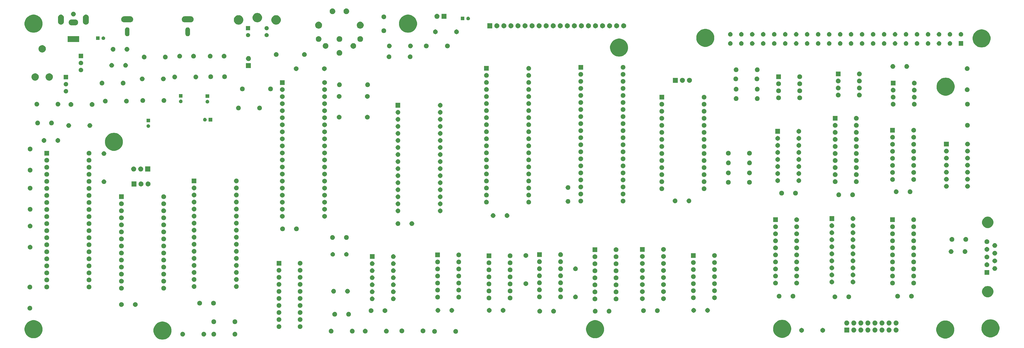
<source format=gbr>
G04 #@! TF.GenerationSoftware,KiCad,Pcbnew,(5.1.5)-3*
G04 #@! TF.CreationDate,2020-12-05T21:43:10-06:00*
G04 #@! TF.ProjectId,Vic2020mainboard,56696332-3032-4306-9d61-696e626f6172,rev?*
G04 #@! TF.SameCoordinates,Original*
G04 #@! TF.FileFunction,Soldermask,Top*
G04 #@! TF.FilePolarity,Negative*
%FSLAX46Y46*%
G04 Gerber Fmt 4.6, Leading zero omitted, Abs format (unit mm)*
G04 Created by KiCad (PCBNEW (5.1.5)-3) date 2020-12-05 21:43:10*
%MOMM*%
%LPD*%
G04 APERTURE LIST*
%ADD10C,0.100000*%
G04 APERTURE END LIST*
D10*
G36*
X88446619Y-200974147D02*
G01*
X88948282Y-201073934D01*
X89539926Y-201319001D01*
X89883757Y-201548742D01*
X90072391Y-201674783D01*
X90525217Y-202127609D01*
X90552255Y-202168074D01*
X90880999Y-202660074D01*
X91126066Y-203251718D01*
X91153135Y-203387803D01*
X91251000Y-203879803D01*
X91251000Y-204520197D01*
X91238345Y-204583816D01*
X91126066Y-205148282D01*
X90880999Y-205739926D01*
X90636251Y-206106216D01*
X90537407Y-206254148D01*
X90525216Y-206272392D01*
X90072392Y-206725216D01*
X89539926Y-207080999D01*
X88948282Y-207326066D01*
X88634239Y-207388533D01*
X88320197Y-207451000D01*
X87679803Y-207451000D01*
X87365761Y-207388533D01*
X87051718Y-207326066D01*
X86460074Y-207080999D01*
X85927608Y-206725216D01*
X85474784Y-206272392D01*
X85462594Y-206254148D01*
X85363749Y-206106216D01*
X85119001Y-205739926D01*
X84873934Y-205148282D01*
X84761655Y-204583816D01*
X84749000Y-204520197D01*
X84749000Y-203879803D01*
X84846865Y-203387803D01*
X84873934Y-203251718D01*
X85119001Y-202660074D01*
X85447745Y-202168074D01*
X85474783Y-202127609D01*
X85927609Y-201674783D01*
X86116243Y-201548742D01*
X86460074Y-201319001D01*
X87051718Y-201073934D01*
X87553381Y-200974147D01*
X87679803Y-200949000D01*
X88320197Y-200949000D01*
X88446619Y-200974147D01*
G37*
G36*
X370721750Y-200623097D02*
G01*
X371153282Y-200708934D01*
X371744926Y-200954001D01*
X372277392Y-201309784D01*
X372730216Y-201762608D01*
X373085999Y-202295074D01*
X373278461Y-202759719D01*
X373331066Y-202886719D01*
X373456000Y-203514803D01*
X373456000Y-204155197D01*
X373450307Y-204183816D01*
X373331066Y-204783282D01*
X373085999Y-205374926D01*
X372730216Y-205907392D01*
X372277392Y-206360216D01*
X371744926Y-206715999D01*
X371153282Y-206961066D01*
X370839239Y-207023533D01*
X370525197Y-207086000D01*
X369884803Y-207086000D01*
X369570761Y-207023533D01*
X369256718Y-206961066D01*
X368665074Y-206715999D01*
X368132608Y-206360216D01*
X367679784Y-205907392D01*
X367324001Y-205374926D01*
X367078934Y-204783282D01*
X366959693Y-204183816D01*
X366954000Y-204155197D01*
X366954000Y-203514803D01*
X367078934Y-202886719D01*
X367131539Y-202759719D01*
X367324001Y-202295074D01*
X367679784Y-201762608D01*
X368132608Y-201309784D01*
X368665074Y-200954001D01*
X369256718Y-200708934D01*
X369688250Y-200623097D01*
X369884803Y-200584000D01*
X370525197Y-200584000D01*
X370721750Y-200623097D01*
G37*
G36*
X42160896Y-200519001D02*
G01*
X42477282Y-200581934D01*
X43068926Y-200827001D01*
X43453276Y-201083816D01*
X43601391Y-201182783D01*
X44054217Y-201635609D01*
X44080392Y-201674783D01*
X44409999Y-202168074D01*
X44620465Y-202676184D01*
X44655066Y-202759719D01*
X44780000Y-203387803D01*
X44780000Y-204028197D01*
X44749045Y-204183816D01*
X44655066Y-204656282D01*
X44409999Y-205247926D01*
X44185564Y-205583816D01*
X44075708Y-205748228D01*
X44054216Y-205780392D01*
X43601392Y-206233216D01*
X43068926Y-206588999D01*
X42477282Y-206834066D01*
X42163239Y-206896533D01*
X41849197Y-206959000D01*
X41208803Y-206959000D01*
X40894761Y-206896533D01*
X40580718Y-206834066D01*
X39989074Y-206588999D01*
X39456608Y-206233216D01*
X39003784Y-205780392D01*
X38982293Y-205748228D01*
X38872436Y-205583816D01*
X38648001Y-205247926D01*
X38402934Y-204656282D01*
X38308955Y-204183816D01*
X38278000Y-204028197D01*
X38278000Y-203387803D01*
X38402934Y-202759719D01*
X38437535Y-202676184D01*
X38648001Y-202168074D01*
X38977608Y-201674783D01*
X39003783Y-201635609D01*
X39456609Y-201182783D01*
X39604724Y-201083816D01*
X39989074Y-200827001D01*
X40580718Y-200581934D01*
X40897104Y-200519001D01*
X41208803Y-200457000D01*
X41849197Y-200457000D01*
X42160896Y-200519001D01*
G37*
G36*
X244598896Y-200519001D02*
G01*
X244915282Y-200581934D01*
X245506926Y-200827001D01*
X245891276Y-201083816D01*
X246039391Y-201182783D01*
X246492217Y-201635609D01*
X246518392Y-201674783D01*
X246847999Y-202168074D01*
X247058465Y-202676184D01*
X247093066Y-202759719D01*
X247218000Y-203387803D01*
X247218000Y-204028197D01*
X247187045Y-204183816D01*
X247093066Y-204656282D01*
X246847999Y-205247926D01*
X246623564Y-205583816D01*
X246513708Y-205748228D01*
X246492216Y-205780392D01*
X246039392Y-206233216D01*
X245506926Y-206588999D01*
X244915282Y-206834066D01*
X244601239Y-206896533D01*
X244287197Y-206959000D01*
X243646803Y-206959000D01*
X243332761Y-206896533D01*
X243018718Y-206834066D01*
X242427074Y-206588999D01*
X241894608Y-206233216D01*
X241441784Y-205780392D01*
X241420293Y-205748228D01*
X241310436Y-205583816D01*
X241086001Y-205247926D01*
X240840934Y-204656282D01*
X240746955Y-204183816D01*
X240716000Y-204028197D01*
X240716000Y-203387803D01*
X240840934Y-202759719D01*
X240875535Y-202676184D01*
X241086001Y-202168074D01*
X241415608Y-201674783D01*
X241441783Y-201635609D01*
X241894609Y-201182783D01*
X242042724Y-201083816D01*
X242427074Y-200827001D01*
X243018718Y-200581934D01*
X243335104Y-200519001D01*
X243646803Y-200457000D01*
X244287197Y-200457000D01*
X244598896Y-200519001D01*
G37*
G36*
X312038239Y-200392467D02*
G01*
X312352282Y-200454934D01*
X312943926Y-200700001D01*
X313476392Y-201055784D01*
X313929216Y-201508608D01*
X314284999Y-202041074D01*
X314530066Y-202632718D01*
X314530066Y-202632719D01*
X314655000Y-203260803D01*
X314655000Y-203901197D01*
X314605158Y-204151771D01*
X314530066Y-204529282D01*
X314284999Y-205120926D01*
X313929216Y-205653392D01*
X313476392Y-206106216D01*
X312943926Y-206461999D01*
X312352282Y-206707066D01*
X312038239Y-206769533D01*
X311724197Y-206832000D01*
X311083803Y-206832000D01*
X310769761Y-206769533D01*
X310455718Y-206707066D01*
X309864074Y-206461999D01*
X309331608Y-206106216D01*
X308878784Y-205653392D01*
X308523001Y-205120926D01*
X308277934Y-204529282D01*
X308202842Y-204151771D01*
X308153000Y-203901197D01*
X308153000Y-203260803D01*
X308277934Y-202632719D01*
X308277934Y-202632718D01*
X308523001Y-202041074D01*
X308878784Y-201508608D01*
X309331608Y-201055784D01*
X309864074Y-200700001D01*
X310455718Y-200454934D01*
X310769761Y-200392467D01*
X311083803Y-200330000D01*
X311724197Y-200330000D01*
X312038239Y-200392467D01*
G37*
G36*
X387134239Y-200211467D02*
G01*
X387448282Y-200273934D01*
X388039926Y-200519001D01*
X388572392Y-200874784D01*
X389025216Y-201327608D01*
X389380999Y-201860074D01*
X389626066Y-202451718D01*
X389667511Y-202660076D01*
X389751000Y-203079803D01*
X389751000Y-203720197D01*
X389712995Y-203911259D01*
X389626066Y-204348282D01*
X389380999Y-204939926D01*
X389171043Y-205254147D01*
X389062773Y-205416185D01*
X389025216Y-205472392D01*
X388572392Y-205925216D01*
X388039926Y-206280999D01*
X387448282Y-206526066D01*
X387134239Y-206588533D01*
X386820197Y-206651000D01*
X386179803Y-206651000D01*
X385865761Y-206588533D01*
X385551718Y-206526066D01*
X384960074Y-206280999D01*
X384427608Y-205925216D01*
X383974784Y-205472392D01*
X383937228Y-205416185D01*
X383828957Y-205254147D01*
X383619001Y-204939926D01*
X383373934Y-204348282D01*
X383287005Y-203911259D01*
X383249000Y-203720197D01*
X383249000Y-203079803D01*
X383332489Y-202660076D01*
X383373934Y-202451718D01*
X383619001Y-201860074D01*
X383974784Y-201327608D01*
X384427608Y-200874784D01*
X384960074Y-200519001D01*
X385551718Y-200273934D01*
X385865761Y-200211467D01*
X386179803Y-200149000D01*
X386820197Y-200149000D01*
X387134239Y-200211467D01*
G37*
G36*
X103148228Y-204681703D02*
G01*
X103303100Y-204745853D01*
X103442481Y-204838985D01*
X103561015Y-204957519D01*
X103654147Y-205096900D01*
X103718297Y-205251772D01*
X103751000Y-205416184D01*
X103751000Y-205583816D01*
X103718297Y-205748228D01*
X103654147Y-205903100D01*
X103561015Y-206042481D01*
X103442481Y-206161015D01*
X103303100Y-206254147D01*
X103148228Y-206318297D01*
X102983816Y-206351000D01*
X102816184Y-206351000D01*
X102651772Y-206318297D01*
X102496900Y-206254147D01*
X102357519Y-206161015D01*
X102238985Y-206042481D01*
X102145853Y-205903100D01*
X102081703Y-205748228D01*
X102049000Y-205583816D01*
X102049000Y-205416184D01*
X102081703Y-205251772D01*
X102145853Y-205096900D01*
X102238985Y-204957519D01*
X102357519Y-204838985D01*
X102496900Y-204745853D01*
X102651772Y-204681703D01*
X102816184Y-204649000D01*
X102983816Y-204649000D01*
X103148228Y-204681703D01*
G37*
G36*
X114368228Y-204681703D02*
G01*
X114523100Y-204745853D01*
X114662481Y-204838985D01*
X114781015Y-204957519D01*
X114874147Y-205096900D01*
X114938297Y-205251772D01*
X114971000Y-205416184D01*
X114971000Y-205583816D01*
X114938297Y-205748228D01*
X114874147Y-205903100D01*
X114781015Y-206042481D01*
X114662481Y-206161015D01*
X114523100Y-206254147D01*
X114368228Y-206318297D01*
X114203816Y-206351000D01*
X114036184Y-206351000D01*
X113871772Y-206318297D01*
X113716900Y-206254147D01*
X113577519Y-206161015D01*
X113458985Y-206042481D01*
X113365853Y-205903100D01*
X113301703Y-205748228D01*
X113269000Y-205583816D01*
X113269000Y-205416184D01*
X113301703Y-205251772D01*
X113365853Y-205096900D01*
X113458985Y-204957519D01*
X113577519Y-204838985D01*
X113716900Y-204745853D01*
X113871772Y-204681703D01*
X114036184Y-204649000D01*
X114203816Y-204649000D01*
X114368228Y-204681703D01*
G37*
G36*
X106748228Y-204681703D02*
G01*
X106903100Y-204745853D01*
X107042481Y-204838985D01*
X107161015Y-204957519D01*
X107254147Y-205096900D01*
X107318297Y-205251772D01*
X107351000Y-205416184D01*
X107351000Y-205583816D01*
X107318297Y-205748228D01*
X107254147Y-205903100D01*
X107161015Y-206042481D01*
X107042481Y-206161015D01*
X106903100Y-206254147D01*
X106748228Y-206318297D01*
X106583816Y-206351000D01*
X106416184Y-206351000D01*
X106251772Y-206318297D01*
X106096900Y-206254147D01*
X105957519Y-206161015D01*
X105838985Y-206042481D01*
X105745853Y-205903100D01*
X105681703Y-205748228D01*
X105649000Y-205583816D01*
X105649000Y-205416184D01*
X105681703Y-205251772D01*
X105745853Y-205096900D01*
X105838985Y-204957519D01*
X105957519Y-204838985D01*
X106096900Y-204745853D01*
X106251772Y-204681703D01*
X106416184Y-204649000D01*
X106583816Y-204649000D01*
X106748228Y-204681703D01*
G37*
G36*
X95528228Y-204681703D02*
G01*
X95683100Y-204745853D01*
X95822481Y-204838985D01*
X95941015Y-204957519D01*
X96034147Y-205096900D01*
X96098297Y-205251772D01*
X96131000Y-205416184D01*
X96131000Y-205583816D01*
X96098297Y-205748228D01*
X96034147Y-205903100D01*
X95941015Y-206042481D01*
X95822481Y-206161015D01*
X95683100Y-206254147D01*
X95528228Y-206318297D01*
X95363816Y-206351000D01*
X95196184Y-206351000D01*
X95031772Y-206318297D01*
X94876900Y-206254147D01*
X94737519Y-206161015D01*
X94618985Y-206042481D01*
X94525853Y-205903100D01*
X94461703Y-205748228D01*
X94429000Y-205583816D01*
X94429000Y-205416184D01*
X94461703Y-205251772D01*
X94525853Y-205096900D01*
X94618985Y-204957519D01*
X94737519Y-204838985D01*
X94876900Y-204745853D01*
X95031772Y-204681703D01*
X95196184Y-204649000D01*
X95363816Y-204649000D01*
X95528228Y-204681703D01*
G37*
G36*
X193968228Y-203681703D02*
G01*
X194123100Y-203745853D01*
X194262481Y-203838985D01*
X194381015Y-203957519D01*
X194474147Y-204096900D01*
X194538297Y-204251772D01*
X194571000Y-204416184D01*
X194571000Y-204583816D01*
X194538297Y-204748228D01*
X194474147Y-204903100D01*
X194381015Y-205042481D01*
X194262481Y-205161015D01*
X194123100Y-205254147D01*
X193968228Y-205318297D01*
X193803816Y-205351000D01*
X193636184Y-205351000D01*
X193471772Y-205318297D01*
X193316900Y-205254147D01*
X193177519Y-205161015D01*
X193058985Y-205042481D01*
X192965853Y-204903100D01*
X192901703Y-204748228D01*
X192869000Y-204583816D01*
X192869000Y-204416184D01*
X192901703Y-204251772D01*
X192965853Y-204096900D01*
X193058985Y-203957519D01*
X193177519Y-203838985D01*
X193316900Y-203745853D01*
X193471772Y-203681703D01*
X193636184Y-203649000D01*
X193803816Y-203649000D01*
X193968228Y-203681703D01*
G37*
G36*
X186348228Y-203681703D02*
G01*
X186503100Y-203745853D01*
X186642481Y-203838985D01*
X186761015Y-203957519D01*
X186854147Y-204096900D01*
X186918297Y-204251772D01*
X186951000Y-204416184D01*
X186951000Y-204583816D01*
X186918297Y-204748228D01*
X186854147Y-204903100D01*
X186761015Y-205042481D01*
X186642481Y-205161015D01*
X186503100Y-205254147D01*
X186348228Y-205318297D01*
X186183816Y-205351000D01*
X186016184Y-205351000D01*
X185851772Y-205318297D01*
X185696900Y-205254147D01*
X185557519Y-205161015D01*
X185438985Y-205042481D01*
X185345853Y-204903100D01*
X185281703Y-204748228D01*
X185249000Y-204583816D01*
X185249000Y-204416184D01*
X185281703Y-204251772D01*
X185345853Y-204096900D01*
X185438985Y-203957519D01*
X185557519Y-203838985D01*
X185696900Y-203745853D01*
X185851772Y-203681703D01*
X186016184Y-203649000D01*
X186183816Y-203649000D01*
X186348228Y-203681703D01*
G37*
G36*
X156668228Y-203581703D02*
G01*
X156823100Y-203645853D01*
X156962481Y-203738985D01*
X157081015Y-203857519D01*
X157174147Y-203996900D01*
X157238297Y-204151772D01*
X157271000Y-204316184D01*
X157271000Y-204483816D01*
X157238297Y-204648228D01*
X157174147Y-204803100D01*
X157081015Y-204942481D01*
X156962481Y-205061015D01*
X156823100Y-205154147D01*
X156668228Y-205218297D01*
X156503816Y-205251000D01*
X156336184Y-205251000D01*
X156171772Y-205218297D01*
X156016900Y-205154147D01*
X155877519Y-205061015D01*
X155758985Y-204942481D01*
X155665853Y-204803100D01*
X155601703Y-204648228D01*
X155569000Y-204483816D01*
X155569000Y-204316184D01*
X155601703Y-204151772D01*
X155665853Y-203996900D01*
X155758985Y-203857519D01*
X155877519Y-203738985D01*
X156016900Y-203645853D01*
X156171772Y-203581703D01*
X156336184Y-203549000D01*
X156503816Y-203549000D01*
X156668228Y-203581703D01*
G37*
G36*
X149048228Y-203581703D02*
G01*
X149203100Y-203645853D01*
X149342481Y-203738985D01*
X149461015Y-203857519D01*
X149554147Y-203996900D01*
X149618297Y-204151772D01*
X149651000Y-204316184D01*
X149651000Y-204483816D01*
X149618297Y-204648228D01*
X149554147Y-204803100D01*
X149461015Y-204942481D01*
X149342481Y-205061015D01*
X149203100Y-205154147D01*
X149048228Y-205218297D01*
X148883816Y-205251000D01*
X148716184Y-205251000D01*
X148551772Y-205218297D01*
X148396900Y-205154147D01*
X148257519Y-205061015D01*
X148138985Y-204942481D01*
X148045853Y-204803100D01*
X147981703Y-204648228D01*
X147949000Y-204483816D01*
X147949000Y-204316184D01*
X147981703Y-204151772D01*
X148045853Y-203996900D01*
X148138985Y-203857519D01*
X148257519Y-203738985D01*
X148396900Y-203645853D01*
X148551772Y-203581703D01*
X148716184Y-203549000D01*
X148883816Y-203549000D01*
X149048228Y-203581703D01*
G37*
G36*
X168968228Y-203581703D02*
G01*
X169123100Y-203645853D01*
X169262481Y-203738985D01*
X169381015Y-203857519D01*
X169474147Y-203996900D01*
X169538297Y-204151772D01*
X169571000Y-204316184D01*
X169571000Y-204483816D01*
X169538297Y-204648228D01*
X169474147Y-204803100D01*
X169381015Y-204942481D01*
X169262481Y-205061015D01*
X169123100Y-205154147D01*
X168968228Y-205218297D01*
X168803816Y-205251000D01*
X168636184Y-205251000D01*
X168471772Y-205218297D01*
X168316900Y-205154147D01*
X168177519Y-205061015D01*
X168058985Y-204942481D01*
X167965853Y-204803100D01*
X167901703Y-204648228D01*
X167869000Y-204483816D01*
X167869000Y-204316184D01*
X167901703Y-204151772D01*
X167965853Y-203996900D01*
X168058985Y-203857519D01*
X168177519Y-203738985D01*
X168316900Y-203645853D01*
X168471772Y-203581703D01*
X168636184Y-203549000D01*
X168803816Y-203549000D01*
X168968228Y-203581703D01*
G37*
G36*
X161348228Y-203581703D02*
G01*
X161503100Y-203645853D01*
X161642481Y-203738985D01*
X161761015Y-203857519D01*
X161854147Y-203996900D01*
X161918297Y-204151772D01*
X161951000Y-204316184D01*
X161951000Y-204483816D01*
X161918297Y-204648228D01*
X161854147Y-204803100D01*
X161761015Y-204942481D01*
X161642481Y-205061015D01*
X161503100Y-205154147D01*
X161348228Y-205218297D01*
X161183816Y-205251000D01*
X161016184Y-205251000D01*
X160851772Y-205218297D01*
X160696900Y-205154147D01*
X160557519Y-205061015D01*
X160438985Y-204942481D01*
X160345853Y-204803100D01*
X160281703Y-204648228D01*
X160249000Y-204483816D01*
X160249000Y-204316184D01*
X160281703Y-204151772D01*
X160345853Y-203996900D01*
X160438985Y-203857519D01*
X160557519Y-203738985D01*
X160696900Y-203645853D01*
X160851772Y-203581703D01*
X161016184Y-203549000D01*
X161183816Y-203549000D01*
X161348228Y-203581703D01*
G37*
G36*
X174548228Y-203481703D02*
G01*
X174703100Y-203545853D01*
X174842481Y-203638985D01*
X174961015Y-203757519D01*
X175054147Y-203896900D01*
X175118297Y-204051772D01*
X175151000Y-204216184D01*
X175151000Y-204383816D01*
X175118297Y-204548228D01*
X175054147Y-204703100D01*
X174961015Y-204842481D01*
X174842481Y-204961015D01*
X174703100Y-205054147D01*
X174548228Y-205118297D01*
X174383816Y-205151000D01*
X174216184Y-205151000D01*
X174051772Y-205118297D01*
X173896900Y-205054147D01*
X173757519Y-204961015D01*
X173638985Y-204842481D01*
X173545853Y-204703100D01*
X173481703Y-204548228D01*
X173449000Y-204383816D01*
X173449000Y-204216184D01*
X173481703Y-204051772D01*
X173545853Y-203896900D01*
X173638985Y-203757519D01*
X173757519Y-203638985D01*
X173896900Y-203545853D01*
X174051772Y-203481703D01*
X174216184Y-203449000D01*
X174383816Y-203449000D01*
X174548228Y-203481703D01*
G37*
G36*
X182168228Y-203481703D02*
G01*
X182323100Y-203545853D01*
X182462481Y-203638985D01*
X182581015Y-203757519D01*
X182674147Y-203896900D01*
X182738297Y-204051772D01*
X182771000Y-204216184D01*
X182771000Y-204383816D01*
X182738297Y-204548228D01*
X182674147Y-204703100D01*
X182581015Y-204842481D01*
X182462481Y-204961015D01*
X182323100Y-205054147D01*
X182168228Y-205118297D01*
X182003816Y-205151000D01*
X181836184Y-205151000D01*
X181671772Y-205118297D01*
X181516900Y-205054147D01*
X181377519Y-204961015D01*
X181258985Y-204842481D01*
X181165853Y-204703100D01*
X181101703Y-204548228D01*
X181069000Y-204383816D01*
X181069000Y-204216184D01*
X181101703Y-204051772D01*
X181165853Y-203896900D01*
X181258985Y-203757519D01*
X181377519Y-203638985D01*
X181516900Y-203545853D01*
X181671772Y-203481703D01*
X181836184Y-203449000D01*
X182003816Y-203449000D01*
X182168228Y-203481703D01*
G37*
G36*
X326268228Y-203281703D02*
G01*
X326423100Y-203345853D01*
X326562481Y-203438985D01*
X326681015Y-203557519D01*
X326774147Y-203696900D01*
X326838297Y-203851772D01*
X326871000Y-204016184D01*
X326871000Y-204183816D01*
X326838297Y-204348228D01*
X326774147Y-204503100D01*
X326681015Y-204642481D01*
X326562481Y-204761015D01*
X326423100Y-204854147D01*
X326268228Y-204918297D01*
X326103816Y-204951000D01*
X325936184Y-204951000D01*
X325771772Y-204918297D01*
X325616900Y-204854147D01*
X325477519Y-204761015D01*
X325358985Y-204642481D01*
X325265853Y-204503100D01*
X325201703Y-204348228D01*
X325169000Y-204183816D01*
X325169000Y-204016184D01*
X325201703Y-203851772D01*
X325265853Y-203696900D01*
X325358985Y-203557519D01*
X325477519Y-203438985D01*
X325616900Y-203345853D01*
X325771772Y-203281703D01*
X325936184Y-203249000D01*
X326103816Y-203249000D01*
X326268228Y-203281703D01*
G37*
G36*
X318648228Y-203281703D02*
G01*
X318803100Y-203345853D01*
X318942481Y-203438985D01*
X319061015Y-203557519D01*
X319154147Y-203696900D01*
X319218297Y-203851772D01*
X319251000Y-204016184D01*
X319251000Y-204183816D01*
X319218297Y-204348228D01*
X319154147Y-204503100D01*
X319061015Y-204642481D01*
X318942481Y-204761015D01*
X318803100Y-204854147D01*
X318648228Y-204918297D01*
X318483816Y-204951000D01*
X318316184Y-204951000D01*
X318151772Y-204918297D01*
X317996900Y-204854147D01*
X317857519Y-204761015D01*
X317738985Y-204642481D01*
X317645853Y-204503100D01*
X317581703Y-204348228D01*
X317549000Y-204183816D01*
X317549000Y-204016184D01*
X317581703Y-203851772D01*
X317645853Y-203696900D01*
X317738985Y-203557519D01*
X317857519Y-203438985D01*
X317996900Y-203345853D01*
X318151772Y-203281703D01*
X318316184Y-203249000D01*
X318483816Y-203249000D01*
X318648228Y-203281703D01*
G37*
G36*
X339873512Y-203103927D02*
G01*
X340022812Y-203133624D01*
X340186784Y-203201544D01*
X340334354Y-203300147D01*
X340459853Y-203425646D01*
X340558456Y-203573216D01*
X340626376Y-203737188D01*
X340650311Y-203857520D01*
X340658999Y-203901196D01*
X340661000Y-203911259D01*
X340661000Y-204088741D01*
X340626376Y-204262812D01*
X340558456Y-204426784D01*
X340459853Y-204574354D01*
X340334354Y-204699853D01*
X340186784Y-204798456D01*
X340022812Y-204866376D01*
X339873512Y-204896073D01*
X339848742Y-204901000D01*
X339671258Y-204901000D01*
X339646488Y-204896073D01*
X339497188Y-204866376D01*
X339333216Y-204798456D01*
X339185646Y-204699853D01*
X339060147Y-204574354D01*
X338961544Y-204426784D01*
X338893624Y-204262812D01*
X338859000Y-204088741D01*
X338859000Y-203911259D01*
X338861002Y-203901196D01*
X338869689Y-203857520D01*
X338893624Y-203737188D01*
X338961544Y-203573216D01*
X339060147Y-203425646D01*
X339185646Y-203300147D01*
X339333216Y-203201544D01*
X339497188Y-203133624D01*
X339646488Y-203103927D01*
X339671258Y-203099000D01*
X339848742Y-203099000D01*
X339873512Y-203103927D01*
G37*
G36*
X344953512Y-203103927D02*
G01*
X345102812Y-203133624D01*
X345266784Y-203201544D01*
X345414354Y-203300147D01*
X345539853Y-203425646D01*
X345638456Y-203573216D01*
X345706376Y-203737188D01*
X345730311Y-203857520D01*
X345738999Y-203901196D01*
X345741000Y-203911259D01*
X345741000Y-204088741D01*
X345706376Y-204262812D01*
X345638456Y-204426784D01*
X345539853Y-204574354D01*
X345414354Y-204699853D01*
X345266784Y-204798456D01*
X345102812Y-204866376D01*
X344953512Y-204896073D01*
X344928742Y-204901000D01*
X344751258Y-204901000D01*
X344726488Y-204896073D01*
X344577188Y-204866376D01*
X344413216Y-204798456D01*
X344265646Y-204699853D01*
X344140147Y-204574354D01*
X344041544Y-204426784D01*
X343973624Y-204262812D01*
X343939000Y-204088741D01*
X343939000Y-203911259D01*
X343941002Y-203901196D01*
X343949689Y-203857520D01*
X343973624Y-203737188D01*
X344041544Y-203573216D01*
X344140147Y-203425646D01*
X344265646Y-203300147D01*
X344413216Y-203201544D01*
X344577188Y-203133624D01*
X344726488Y-203103927D01*
X344751258Y-203099000D01*
X344928742Y-203099000D01*
X344953512Y-203103927D01*
G37*
G36*
X335581000Y-204901000D02*
G01*
X333779000Y-204901000D01*
X333779000Y-203099000D01*
X335581000Y-203099000D01*
X335581000Y-204901000D01*
G37*
G36*
X347493512Y-203103927D02*
G01*
X347642812Y-203133624D01*
X347806784Y-203201544D01*
X347954354Y-203300147D01*
X348079853Y-203425646D01*
X348178456Y-203573216D01*
X348246376Y-203737188D01*
X348270311Y-203857520D01*
X348278999Y-203901196D01*
X348281000Y-203911259D01*
X348281000Y-204088741D01*
X348246376Y-204262812D01*
X348178456Y-204426784D01*
X348079853Y-204574354D01*
X347954354Y-204699853D01*
X347806784Y-204798456D01*
X347642812Y-204866376D01*
X347493512Y-204896073D01*
X347468742Y-204901000D01*
X347291258Y-204901000D01*
X347266488Y-204896073D01*
X347117188Y-204866376D01*
X346953216Y-204798456D01*
X346805646Y-204699853D01*
X346680147Y-204574354D01*
X346581544Y-204426784D01*
X346513624Y-204262812D01*
X346479000Y-204088741D01*
X346479000Y-203911259D01*
X346481002Y-203901196D01*
X346489689Y-203857520D01*
X346513624Y-203737188D01*
X346581544Y-203573216D01*
X346680147Y-203425646D01*
X346805646Y-203300147D01*
X346953216Y-203201544D01*
X347117188Y-203133624D01*
X347266488Y-203103927D01*
X347291258Y-203099000D01*
X347468742Y-203099000D01*
X347493512Y-203103927D01*
G37*
G36*
X337333512Y-203103927D02*
G01*
X337482812Y-203133624D01*
X337646784Y-203201544D01*
X337794354Y-203300147D01*
X337919853Y-203425646D01*
X338018456Y-203573216D01*
X338086376Y-203737188D01*
X338110311Y-203857520D01*
X338118999Y-203901196D01*
X338121000Y-203911259D01*
X338121000Y-204088741D01*
X338086376Y-204262812D01*
X338018456Y-204426784D01*
X337919853Y-204574354D01*
X337794354Y-204699853D01*
X337646784Y-204798456D01*
X337482812Y-204866376D01*
X337333512Y-204896073D01*
X337308742Y-204901000D01*
X337131258Y-204901000D01*
X337106488Y-204896073D01*
X336957188Y-204866376D01*
X336793216Y-204798456D01*
X336645646Y-204699853D01*
X336520147Y-204574354D01*
X336421544Y-204426784D01*
X336353624Y-204262812D01*
X336319000Y-204088741D01*
X336319000Y-203911259D01*
X336321002Y-203901196D01*
X336329689Y-203857520D01*
X336353624Y-203737188D01*
X336421544Y-203573216D01*
X336520147Y-203425646D01*
X336645646Y-203300147D01*
X336793216Y-203201544D01*
X336957188Y-203133624D01*
X337106488Y-203103927D01*
X337131258Y-203099000D01*
X337308742Y-203099000D01*
X337333512Y-203103927D01*
G37*
G36*
X350033512Y-203103927D02*
G01*
X350182812Y-203133624D01*
X350346784Y-203201544D01*
X350494354Y-203300147D01*
X350619853Y-203425646D01*
X350718456Y-203573216D01*
X350786376Y-203737188D01*
X350810311Y-203857520D01*
X350818999Y-203901196D01*
X350821000Y-203911259D01*
X350821000Y-204088741D01*
X350786376Y-204262812D01*
X350718456Y-204426784D01*
X350619853Y-204574354D01*
X350494354Y-204699853D01*
X350346784Y-204798456D01*
X350182812Y-204866376D01*
X350033512Y-204896073D01*
X350008742Y-204901000D01*
X349831258Y-204901000D01*
X349806488Y-204896073D01*
X349657188Y-204866376D01*
X349493216Y-204798456D01*
X349345646Y-204699853D01*
X349220147Y-204574354D01*
X349121544Y-204426784D01*
X349053624Y-204262812D01*
X349019000Y-204088741D01*
X349019000Y-203911259D01*
X349021002Y-203901196D01*
X349029689Y-203857520D01*
X349053624Y-203737188D01*
X349121544Y-203573216D01*
X349220147Y-203425646D01*
X349345646Y-203300147D01*
X349493216Y-203201544D01*
X349657188Y-203133624D01*
X349806488Y-203103927D01*
X349831258Y-203099000D01*
X350008742Y-203099000D01*
X350033512Y-203103927D01*
G37*
G36*
X352573512Y-203103927D02*
G01*
X352722812Y-203133624D01*
X352886784Y-203201544D01*
X353034354Y-203300147D01*
X353159853Y-203425646D01*
X353258456Y-203573216D01*
X353326376Y-203737188D01*
X353350311Y-203857520D01*
X353358999Y-203901196D01*
X353361000Y-203911259D01*
X353361000Y-204088741D01*
X353326376Y-204262812D01*
X353258456Y-204426784D01*
X353159853Y-204574354D01*
X353034354Y-204699853D01*
X352886784Y-204798456D01*
X352722812Y-204866376D01*
X352573512Y-204896073D01*
X352548742Y-204901000D01*
X352371258Y-204901000D01*
X352346488Y-204896073D01*
X352197188Y-204866376D01*
X352033216Y-204798456D01*
X351885646Y-204699853D01*
X351760147Y-204574354D01*
X351661544Y-204426784D01*
X351593624Y-204262812D01*
X351559000Y-204088741D01*
X351559000Y-203911259D01*
X351561002Y-203901196D01*
X351569689Y-203857520D01*
X351593624Y-203737188D01*
X351661544Y-203573216D01*
X351760147Y-203425646D01*
X351885646Y-203300147D01*
X352033216Y-203201544D01*
X352197188Y-203133624D01*
X352346488Y-203103927D01*
X352371258Y-203099000D01*
X352548742Y-203099000D01*
X352573512Y-203103927D01*
G37*
G36*
X342413512Y-203103927D02*
G01*
X342562812Y-203133624D01*
X342726784Y-203201544D01*
X342874354Y-203300147D01*
X342999853Y-203425646D01*
X343098456Y-203573216D01*
X343166376Y-203737188D01*
X343190311Y-203857520D01*
X343198999Y-203901196D01*
X343201000Y-203911259D01*
X343201000Y-204088741D01*
X343166376Y-204262812D01*
X343098456Y-204426784D01*
X342999853Y-204574354D01*
X342874354Y-204699853D01*
X342726784Y-204798456D01*
X342562812Y-204866376D01*
X342413512Y-204896073D01*
X342388742Y-204901000D01*
X342211258Y-204901000D01*
X342186488Y-204896073D01*
X342037188Y-204866376D01*
X341873216Y-204798456D01*
X341725646Y-204699853D01*
X341600147Y-204574354D01*
X341501544Y-204426784D01*
X341433624Y-204262812D01*
X341399000Y-204088741D01*
X341399000Y-203911259D01*
X341401002Y-203901196D01*
X341409689Y-203857520D01*
X341433624Y-203737188D01*
X341501544Y-203573216D01*
X341600147Y-203425646D01*
X341725646Y-203300147D01*
X341873216Y-203201544D01*
X342037188Y-203133624D01*
X342186488Y-203103927D01*
X342211258Y-203099000D01*
X342388742Y-203099000D01*
X342413512Y-203103927D01*
G37*
G36*
X130248228Y-201941703D02*
G01*
X130403100Y-202005853D01*
X130542481Y-202098985D01*
X130661015Y-202217519D01*
X130754147Y-202356900D01*
X130818297Y-202511772D01*
X130851000Y-202676184D01*
X130851000Y-202843816D01*
X130818297Y-203008228D01*
X130754147Y-203163100D01*
X130661015Y-203302481D01*
X130542481Y-203421015D01*
X130403100Y-203514147D01*
X130248228Y-203578297D01*
X130083816Y-203611000D01*
X129916184Y-203611000D01*
X129751772Y-203578297D01*
X129596900Y-203514147D01*
X129457519Y-203421015D01*
X129338985Y-203302481D01*
X129245853Y-203163100D01*
X129181703Y-203008228D01*
X129149000Y-202843816D01*
X129149000Y-202676184D01*
X129181703Y-202511772D01*
X129245853Y-202356900D01*
X129338985Y-202217519D01*
X129457519Y-202098985D01*
X129596900Y-202005853D01*
X129751772Y-201941703D01*
X129916184Y-201909000D01*
X130083816Y-201909000D01*
X130248228Y-201941703D01*
G37*
G36*
X137868228Y-201941703D02*
G01*
X138023100Y-202005853D01*
X138162481Y-202098985D01*
X138281015Y-202217519D01*
X138374147Y-202356900D01*
X138438297Y-202511772D01*
X138471000Y-202676184D01*
X138471000Y-202843816D01*
X138438297Y-203008228D01*
X138374147Y-203163100D01*
X138281015Y-203302481D01*
X138162481Y-203421015D01*
X138023100Y-203514147D01*
X137868228Y-203578297D01*
X137703816Y-203611000D01*
X137536184Y-203611000D01*
X137371772Y-203578297D01*
X137216900Y-203514147D01*
X137077519Y-203421015D01*
X136958985Y-203302481D01*
X136865853Y-203163100D01*
X136801703Y-203008228D01*
X136769000Y-202843816D01*
X136769000Y-202676184D01*
X136801703Y-202511772D01*
X136865853Y-202356900D01*
X136958985Y-202217519D01*
X137077519Y-202098985D01*
X137216900Y-202005853D01*
X137371772Y-201941703D01*
X137536184Y-201909000D01*
X137703816Y-201909000D01*
X137868228Y-201941703D01*
G37*
G36*
X350033512Y-200563927D02*
G01*
X350182812Y-200593624D01*
X350346784Y-200661544D01*
X350494354Y-200760147D01*
X350619853Y-200885646D01*
X350718456Y-201033216D01*
X350786376Y-201197188D01*
X350821000Y-201371259D01*
X350821000Y-201548741D01*
X350786376Y-201722812D01*
X350718456Y-201886784D01*
X350619853Y-202034354D01*
X350494354Y-202159853D01*
X350346784Y-202258456D01*
X350182812Y-202326376D01*
X350033512Y-202356073D01*
X350008742Y-202361000D01*
X349831258Y-202361000D01*
X349806488Y-202356073D01*
X349657188Y-202326376D01*
X349493216Y-202258456D01*
X349345646Y-202159853D01*
X349220147Y-202034354D01*
X349121544Y-201886784D01*
X349053624Y-201722812D01*
X349019000Y-201548741D01*
X349019000Y-201371259D01*
X349053624Y-201197188D01*
X349121544Y-201033216D01*
X349220147Y-200885646D01*
X349345646Y-200760147D01*
X349493216Y-200661544D01*
X349657188Y-200593624D01*
X349806488Y-200563927D01*
X349831258Y-200559000D01*
X350008742Y-200559000D01*
X350033512Y-200563927D01*
G37*
G36*
X334793512Y-200563927D02*
G01*
X334942812Y-200593624D01*
X335106784Y-200661544D01*
X335254354Y-200760147D01*
X335379853Y-200885646D01*
X335478456Y-201033216D01*
X335546376Y-201197188D01*
X335581000Y-201371259D01*
X335581000Y-201548741D01*
X335546376Y-201722812D01*
X335478456Y-201886784D01*
X335379853Y-202034354D01*
X335254354Y-202159853D01*
X335106784Y-202258456D01*
X334942812Y-202326376D01*
X334793512Y-202356073D01*
X334768742Y-202361000D01*
X334591258Y-202361000D01*
X334566488Y-202356073D01*
X334417188Y-202326376D01*
X334253216Y-202258456D01*
X334105646Y-202159853D01*
X333980147Y-202034354D01*
X333881544Y-201886784D01*
X333813624Y-201722812D01*
X333779000Y-201548741D01*
X333779000Y-201371259D01*
X333813624Y-201197188D01*
X333881544Y-201033216D01*
X333980147Y-200885646D01*
X334105646Y-200760147D01*
X334253216Y-200661544D01*
X334417188Y-200593624D01*
X334566488Y-200563927D01*
X334591258Y-200559000D01*
X334768742Y-200559000D01*
X334793512Y-200563927D01*
G37*
G36*
X337333512Y-200563927D02*
G01*
X337482812Y-200593624D01*
X337646784Y-200661544D01*
X337794354Y-200760147D01*
X337919853Y-200885646D01*
X338018456Y-201033216D01*
X338086376Y-201197188D01*
X338121000Y-201371259D01*
X338121000Y-201548741D01*
X338086376Y-201722812D01*
X338018456Y-201886784D01*
X337919853Y-202034354D01*
X337794354Y-202159853D01*
X337646784Y-202258456D01*
X337482812Y-202326376D01*
X337333512Y-202356073D01*
X337308742Y-202361000D01*
X337131258Y-202361000D01*
X337106488Y-202356073D01*
X336957188Y-202326376D01*
X336793216Y-202258456D01*
X336645646Y-202159853D01*
X336520147Y-202034354D01*
X336421544Y-201886784D01*
X336353624Y-201722812D01*
X336319000Y-201548741D01*
X336319000Y-201371259D01*
X336353624Y-201197188D01*
X336421544Y-201033216D01*
X336520147Y-200885646D01*
X336645646Y-200760147D01*
X336793216Y-200661544D01*
X336957188Y-200593624D01*
X337106488Y-200563927D01*
X337131258Y-200559000D01*
X337308742Y-200559000D01*
X337333512Y-200563927D01*
G37*
G36*
X339873512Y-200563927D02*
G01*
X340022812Y-200593624D01*
X340186784Y-200661544D01*
X340334354Y-200760147D01*
X340459853Y-200885646D01*
X340558456Y-201033216D01*
X340626376Y-201197188D01*
X340661000Y-201371259D01*
X340661000Y-201548741D01*
X340626376Y-201722812D01*
X340558456Y-201886784D01*
X340459853Y-202034354D01*
X340334354Y-202159853D01*
X340186784Y-202258456D01*
X340022812Y-202326376D01*
X339873512Y-202356073D01*
X339848742Y-202361000D01*
X339671258Y-202361000D01*
X339646488Y-202356073D01*
X339497188Y-202326376D01*
X339333216Y-202258456D01*
X339185646Y-202159853D01*
X339060147Y-202034354D01*
X338961544Y-201886784D01*
X338893624Y-201722812D01*
X338859000Y-201548741D01*
X338859000Y-201371259D01*
X338893624Y-201197188D01*
X338961544Y-201033216D01*
X339060147Y-200885646D01*
X339185646Y-200760147D01*
X339333216Y-200661544D01*
X339497188Y-200593624D01*
X339646488Y-200563927D01*
X339671258Y-200559000D01*
X339848742Y-200559000D01*
X339873512Y-200563927D01*
G37*
G36*
X347493512Y-200563927D02*
G01*
X347642812Y-200593624D01*
X347806784Y-200661544D01*
X347954354Y-200760147D01*
X348079853Y-200885646D01*
X348178456Y-201033216D01*
X348246376Y-201197188D01*
X348281000Y-201371259D01*
X348281000Y-201548741D01*
X348246376Y-201722812D01*
X348178456Y-201886784D01*
X348079853Y-202034354D01*
X347954354Y-202159853D01*
X347806784Y-202258456D01*
X347642812Y-202326376D01*
X347493512Y-202356073D01*
X347468742Y-202361000D01*
X347291258Y-202361000D01*
X347266488Y-202356073D01*
X347117188Y-202326376D01*
X346953216Y-202258456D01*
X346805646Y-202159853D01*
X346680147Y-202034354D01*
X346581544Y-201886784D01*
X346513624Y-201722812D01*
X346479000Y-201548741D01*
X346479000Y-201371259D01*
X346513624Y-201197188D01*
X346581544Y-201033216D01*
X346680147Y-200885646D01*
X346805646Y-200760147D01*
X346953216Y-200661544D01*
X347117188Y-200593624D01*
X347266488Y-200563927D01*
X347291258Y-200559000D01*
X347468742Y-200559000D01*
X347493512Y-200563927D01*
G37*
G36*
X352573512Y-200563927D02*
G01*
X352722812Y-200593624D01*
X352886784Y-200661544D01*
X353034354Y-200760147D01*
X353159853Y-200885646D01*
X353258456Y-201033216D01*
X353326376Y-201197188D01*
X353361000Y-201371259D01*
X353361000Y-201548741D01*
X353326376Y-201722812D01*
X353258456Y-201886784D01*
X353159853Y-202034354D01*
X353034354Y-202159853D01*
X352886784Y-202258456D01*
X352722812Y-202326376D01*
X352573512Y-202356073D01*
X352548742Y-202361000D01*
X352371258Y-202361000D01*
X352346488Y-202356073D01*
X352197188Y-202326376D01*
X352033216Y-202258456D01*
X351885646Y-202159853D01*
X351760147Y-202034354D01*
X351661544Y-201886784D01*
X351593624Y-201722812D01*
X351559000Y-201548741D01*
X351559000Y-201371259D01*
X351593624Y-201197188D01*
X351661544Y-201033216D01*
X351760147Y-200885646D01*
X351885646Y-200760147D01*
X352033216Y-200661544D01*
X352197188Y-200593624D01*
X352346488Y-200563927D01*
X352371258Y-200559000D01*
X352548742Y-200559000D01*
X352573512Y-200563927D01*
G37*
G36*
X342413512Y-200563927D02*
G01*
X342562812Y-200593624D01*
X342726784Y-200661544D01*
X342874354Y-200760147D01*
X342999853Y-200885646D01*
X343098456Y-201033216D01*
X343166376Y-201197188D01*
X343201000Y-201371259D01*
X343201000Y-201548741D01*
X343166376Y-201722812D01*
X343098456Y-201886784D01*
X342999853Y-202034354D01*
X342874354Y-202159853D01*
X342726784Y-202258456D01*
X342562812Y-202326376D01*
X342413512Y-202356073D01*
X342388742Y-202361000D01*
X342211258Y-202361000D01*
X342186488Y-202356073D01*
X342037188Y-202326376D01*
X341873216Y-202258456D01*
X341725646Y-202159853D01*
X341600147Y-202034354D01*
X341501544Y-201886784D01*
X341433624Y-201722812D01*
X341399000Y-201548741D01*
X341399000Y-201371259D01*
X341433624Y-201197188D01*
X341501544Y-201033216D01*
X341600147Y-200885646D01*
X341725646Y-200760147D01*
X341873216Y-200661544D01*
X342037188Y-200593624D01*
X342186488Y-200563927D01*
X342211258Y-200559000D01*
X342388742Y-200559000D01*
X342413512Y-200563927D01*
G37*
G36*
X344953512Y-200563927D02*
G01*
X345102812Y-200593624D01*
X345266784Y-200661544D01*
X345414354Y-200760147D01*
X345539853Y-200885646D01*
X345638456Y-201033216D01*
X345706376Y-201197188D01*
X345741000Y-201371259D01*
X345741000Y-201548741D01*
X345706376Y-201722812D01*
X345638456Y-201886784D01*
X345539853Y-202034354D01*
X345414354Y-202159853D01*
X345266784Y-202258456D01*
X345102812Y-202326376D01*
X344953512Y-202356073D01*
X344928742Y-202361000D01*
X344751258Y-202361000D01*
X344726488Y-202356073D01*
X344577188Y-202326376D01*
X344413216Y-202258456D01*
X344265646Y-202159853D01*
X344140147Y-202034354D01*
X344041544Y-201886784D01*
X343973624Y-201722812D01*
X343939000Y-201548741D01*
X343939000Y-201371259D01*
X343973624Y-201197188D01*
X344041544Y-201033216D01*
X344140147Y-200885646D01*
X344265646Y-200760147D01*
X344413216Y-200661544D01*
X344577188Y-200593624D01*
X344726488Y-200563927D01*
X344751258Y-200559000D01*
X344928742Y-200559000D01*
X344953512Y-200563927D01*
G37*
G36*
X106748228Y-200181703D02*
G01*
X106903100Y-200245853D01*
X107042481Y-200338985D01*
X107161015Y-200457519D01*
X107254147Y-200596900D01*
X107318297Y-200751772D01*
X107351000Y-200916184D01*
X107351000Y-201083816D01*
X107318297Y-201248228D01*
X107254147Y-201403100D01*
X107161015Y-201542481D01*
X107042481Y-201661015D01*
X106903100Y-201754147D01*
X106748228Y-201818297D01*
X106583816Y-201851000D01*
X106416184Y-201851000D01*
X106251772Y-201818297D01*
X106096900Y-201754147D01*
X105957519Y-201661015D01*
X105838985Y-201542481D01*
X105745853Y-201403100D01*
X105681703Y-201248228D01*
X105649000Y-201083816D01*
X105649000Y-200916184D01*
X105681703Y-200751772D01*
X105745853Y-200596900D01*
X105838985Y-200457519D01*
X105957519Y-200338985D01*
X106096900Y-200245853D01*
X106251772Y-200181703D01*
X106416184Y-200149000D01*
X106583816Y-200149000D01*
X106748228Y-200181703D01*
G37*
G36*
X114368228Y-200181703D02*
G01*
X114523100Y-200245853D01*
X114662481Y-200338985D01*
X114781015Y-200457519D01*
X114874147Y-200596900D01*
X114938297Y-200751772D01*
X114971000Y-200916184D01*
X114971000Y-201083816D01*
X114938297Y-201248228D01*
X114874147Y-201403100D01*
X114781015Y-201542481D01*
X114662481Y-201661015D01*
X114523100Y-201754147D01*
X114368228Y-201818297D01*
X114203816Y-201851000D01*
X114036184Y-201851000D01*
X113871772Y-201818297D01*
X113716900Y-201754147D01*
X113577519Y-201661015D01*
X113458985Y-201542481D01*
X113365853Y-201403100D01*
X113301703Y-201248228D01*
X113269000Y-201083816D01*
X113269000Y-200916184D01*
X113301703Y-200751772D01*
X113365853Y-200596900D01*
X113458985Y-200457519D01*
X113577519Y-200338985D01*
X113716900Y-200245853D01*
X113871772Y-200181703D01*
X114036184Y-200149000D01*
X114203816Y-200149000D01*
X114368228Y-200181703D01*
G37*
G36*
X137868228Y-199401703D02*
G01*
X138023100Y-199465853D01*
X138162481Y-199558985D01*
X138281015Y-199677519D01*
X138374147Y-199816900D01*
X138438297Y-199971772D01*
X138471000Y-200136184D01*
X138471000Y-200303816D01*
X138438297Y-200468228D01*
X138374147Y-200623100D01*
X138281015Y-200762481D01*
X138162481Y-200881015D01*
X138023100Y-200974147D01*
X137868228Y-201038297D01*
X137703816Y-201071000D01*
X137536184Y-201071000D01*
X137371772Y-201038297D01*
X137216900Y-200974147D01*
X137077519Y-200881015D01*
X136958985Y-200762481D01*
X136865853Y-200623100D01*
X136801703Y-200468228D01*
X136769000Y-200303816D01*
X136769000Y-200136184D01*
X136801703Y-199971772D01*
X136865853Y-199816900D01*
X136958985Y-199677519D01*
X137077519Y-199558985D01*
X137216900Y-199465853D01*
X137371772Y-199401703D01*
X137536184Y-199369000D01*
X137703816Y-199369000D01*
X137868228Y-199401703D01*
G37*
G36*
X130248228Y-199401703D02*
G01*
X130403100Y-199465853D01*
X130542481Y-199558985D01*
X130661015Y-199677519D01*
X130754147Y-199816900D01*
X130818297Y-199971772D01*
X130851000Y-200136184D01*
X130851000Y-200303816D01*
X130818297Y-200468228D01*
X130754147Y-200623100D01*
X130661015Y-200762481D01*
X130542481Y-200881015D01*
X130403100Y-200974147D01*
X130248228Y-201038297D01*
X130083816Y-201071000D01*
X129916184Y-201071000D01*
X129751772Y-201038297D01*
X129596900Y-200974147D01*
X129457519Y-200881015D01*
X129338985Y-200762481D01*
X129245853Y-200623100D01*
X129181703Y-200468228D01*
X129149000Y-200303816D01*
X129149000Y-200136184D01*
X129181703Y-199971772D01*
X129245853Y-199816900D01*
X129338985Y-199677519D01*
X129457519Y-199558985D01*
X129596900Y-199465853D01*
X129751772Y-199401703D01*
X129916184Y-199369000D01*
X130083816Y-199369000D01*
X130248228Y-199401703D01*
G37*
G36*
X155348228Y-197481703D02*
G01*
X155503100Y-197545853D01*
X155642481Y-197638985D01*
X155761015Y-197757519D01*
X155854147Y-197896900D01*
X155918297Y-198051772D01*
X155951000Y-198216184D01*
X155951000Y-198383816D01*
X155918297Y-198548228D01*
X155854147Y-198703100D01*
X155761015Y-198842481D01*
X155642481Y-198961015D01*
X155503100Y-199054147D01*
X155348228Y-199118297D01*
X155183816Y-199151000D01*
X155016184Y-199151000D01*
X154851772Y-199118297D01*
X154696900Y-199054147D01*
X154557519Y-198961015D01*
X154438985Y-198842481D01*
X154345853Y-198703100D01*
X154281703Y-198548228D01*
X154249000Y-198383816D01*
X154249000Y-198216184D01*
X154281703Y-198051772D01*
X154345853Y-197896900D01*
X154438985Y-197757519D01*
X154557519Y-197638985D01*
X154696900Y-197545853D01*
X154851772Y-197481703D01*
X155016184Y-197449000D01*
X155183816Y-197449000D01*
X155348228Y-197481703D01*
G37*
G36*
X150348228Y-197481703D02*
G01*
X150503100Y-197545853D01*
X150642481Y-197638985D01*
X150761015Y-197757519D01*
X150854147Y-197896900D01*
X150918297Y-198051772D01*
X150951000Y-198216184D01*
X150951000Y-198383816D01*
X150918297Y-198548228D01*
X150854147Y-198703100D01*
X150761015Y-198842481D01*
X150642481Y-198961015D01*
X150503100Y-199054147D01*
X150348228Y-199118297D01*
X150183816Y-199151000D01*
X150016184Y-199151000D01*
X149851772Y-199118297D01*
X149696900Y-199054147D01*
X149557519Y-198961015D01*
X149438985Y-198842481D01*
X149345853Y-198703100D01*
X149281703Y-198548228D01*
X149249000Y-198383816D01*
X149249000Y-198216184D01*
X149281703Y-198051772D01*
X149345853Y-197896900D01*
X149438985Y-197757519D01*
X149557519Y-197638985D01*
X149696900Y-197545853D01*
X149851772Y-197481703D01*
X150016184Y-197449000D01*
X150183816Y-197449000D01*
X150348228Y-197481703D01*
G37*
G36*
X137868228Y-196861703D02*
G01*
X138023100Y-196925853D01*
X138162481Y-197018985D01*
X138281015Y-197137519D01*
X138374147Y-197276900D01*
X138438297Y-197431772D01*
X138471000Y-197596184D01*
X138471000Y-197763816D01*
X138438297Y-197928228D01*
X138374147Y-198083100D01*
X138281015Y-198222481D01*
X138162481Y-198341015D01*
X138023100Y-198434147D01*
X137868228Y-198498297D01*
X137703816Y-198531000D01*
X137536184Y-198531000D01*
X137371772Y-198498297D01*
X137216900Y-198434147D01*
X137077519Y-198341015D01*
X136958985Y-198222481D01*
X136865853Y-198083100D01*
X136801703Y-197928228D01*
X136769000Y-197763816D01*
X136769000Y-197596184D01*
X136801703Y-197431772D01*
X136865853Y-197276900D01*
X136958985Y-197137519D01*
X137077519Y-197018985D01*
X137216900Y-196925853D01*
X137371772Y-196861703D01*
X137536184Y-196829000D01*
X137703816Y-196829000D01*
X137868228Y-196861703D01*
G37*
G36*
X130248228Y-196861703D02*
G01*
X130403100Y-196925853D01*
X130542481Y-197018985D01*
X130661015Y-197137519D01*
X130754147Y-197276900D01*
X130818297Y-197431772D01*
X130851000Y-197596184D01*
X130851000Y-197763816D01*
X130818297Y-197928228D01*
X130754147Y-198083100D01*
X130661015Y-198222481D01*
X130542481Y-198341015D01*
X130403100Y-198434147D01*
X130248228Y-198498297D01*
X130083816Y-198531000D01*
X129916184Y-198531000D01*
X129751772Y-198498297D01*
X129596900Y-198434147D01*
X129457519Y-198341015D01*
X129338985Y-198222481D01*
X129245853Y-198083100D01*
X129181703Y-197928228D01*
X129149000Y-197763816D01*
X129149000Y-197596184D01*
X129181703Y-197431772D01*
X129245853Y-197276900D01*
X129338985Y-197137519D01*
X129457519Y-197018985D01*
X129596900Y-196925853D01*
X129751772Y-196861703D01*
X129916184Y-196829000D01*
X130083816Y-196829000D01*
X130248228Y-196861703D01*
G37*
G36*
X249248228Y-196381703D02*
G01*
X249403100Y-196445853D01*
X249542481Y-196538985D01*
X249661015Y-196657519D01*
X249754147Y-196796900D01*
X249818297Y-196951772D01*
X249851000Y-197116184D01*
X249851000Y-197283816D01*
X249818297Y-197448228D01*
X249754147Y-197603100D01*
X249661015Y-197742481D01*
X249542481Y-197861015D01*
X249403100Y-197954147D01*
X249248228Y-198018297D01*
X249083816Y-198051000D01*
X248916184Y-198051000D01*
X248751772Y-198018297D01*
X248596900Y-197954147D01*
X248457519Y-197861015D01*
X248338985Y-197742481D01*
X248245853Y-197603100D01*
X248181703Y-197448228D01*
X248149000Y-197283816D01*
X248149000Y-197116184D01*
X248181703Y-196951772D01*
X248245853Y-196796900D01*
X248338985Y-196657519D01*
X248457519Y-196538985D01*
X248596900Y-196445853D01*
X248751772Y-196381703D01*
X248916184Y-196349000D01*
X249083816Y-196349000D01*
X249248228Y-196381703D01*
G37*
G36*
X244248228Y-196381703D02*
G01*
X244403100Y-196445853D01*
X244542481Y-196538985D01*
X244661015Y-196657519D01*
X244754147Y-196796900D01*
X244818297Y-196951772D01*
X244851000Y-197116184D01*
X244851000Y-197283816D01*
X244818297Y-197448228D01*
X244754147Y-197603100D01*
X244661015Y-197742481D01*
X244542481Y-197861015D01*
X244403100Y-197954147D01*
X244248228Y-198018297D01*
X244083816Y-198051000D01*
X243916184Y-198051000D01*
X243751772Y-198018297D01*
X243596900Y-197954147D01*
X243457519Y-197861015D01*
X243338985Y-197742481D01*
X243245853Y-197603100D01*
X243181703Y-197448228D01*
X243149000Y-197283816D01*
X243149000Y-197116184D01*
X243181703Y-196951772D01*
X243245853Y-196796900D01*
X243338985Y-196657519D01*
X243457519Y-196538985D01*
X243596900Y-196445853D01*
X243751772Y-196381703D01*
X243916184Y-196349000D01*
X244083816Y-196349000D01*
X244248228Y-196381703D01*
G37*
G36*
X224248228Y-196381703D02*
G01*
X224403100Y-196445853D01*
X224542481Y-196538985D01*
X224661015Y-196657519D01*
X224754147Y-196796900D01*
X224818297Y-196951772D01*
X224851000Y-197116184D01*
X224851000Y-197283816D01*
X224818297Y-197448228D01*
X224754147Y-197603100D01*
X224661015Y-197742481D01*
X224542481Y-197861015D01*
X224403100Y-197954147D01*
X224248228Y-198018297D01*
X224083816Y-198051000D01*
X223916184Y-198051000D01*
X223751772Y-198018297D01*
X223596900Y-197954147D01*
X223457519Y-197861015D01*
X223338985Y-197742481D01*
X223245853Y-197603100D01*
X223181703Y-197448228D01*
X223149000Y-197283816D01*
X223149000Y-197116184D01*
X223181703Y-196951772D01*
X223245853Y-196796900D01*
X223338985Y-196657519D01*
X223457519Y-196538985D01*
X223596900Y-196445853D01*
X223751772Y-196381703D01*
X223916184Y-196349000D01*
X224083816Y-196349000D01*
X224248228Y-196381703D01*
G37*
G36*
X229248228Y-196381703D02*
G01*
X229403100Y-196445853D01*
X229542481Y-196538985D01*
X229661015Y-196657519D01*
X229754147Y-196796900D01*
X229818297Y-196951772D01*
X229851000Y-197116184D01*
X229851000Y-197283816D01*
X229818297Y-197448228D01*
X229754147Y-197603100D01*
X229661015Y-197742481D01*
X229542481Y-197861015D01*
X229403100Y-197954147D01*
X229248228Y-198018297D01*
X229083816Y-198051000D01*
X228916184Y-198051000D01*
X228751772Y-198018297D01*
X228596900Y-197954147D01*
X228457519Y-197861015D01*
X228338985Y-197742481D01*
X228245853Y-197603100D01*
X228181703Y-197448228D01*
X228149000Y-197283816D01*
X228149000Y-197116184D01*
X228181703Y-196951772D01*
X228245853Y-196796900D01*
X228338985Y-196657519D01*
X228457519Y-196538985D01*
X228596900Y-196445853D01*
X228751772Y-196381703D01*
X228916184Y-196349000D01*
X229083816Y-196349000D01*
X229248228Y-196381703D01*
G37*
G36*
X266648228Y-196181703D02*
G01*
X266803100Y-196245853D01*
X266942481Y-196338985D01*
X267061015Y-196457519D01*
X267154147Y-196596900D01*
X267218297Y-196751772D01*
X267251000Y-196916184D01*
X267251000Y-197083816D01*
X267218297Y-197248228D01*
X267154147Y-197403100D01*
X267061015Y-197542481D01*
X266942481Y-197661015D01*
X266803100Y-197754147D01*
X266648228Y-197818297D01*
X266483816Y-197851000D01*
X266316184Y-197851000D01*
X266151772Y-197818297D01*
X265996900Y-197754147D01*
X265857519Y-197661015D01*
X265738985Y-197542481D01*
X265645853Y-197403100D01*
X265581703Y-197248228D01*
X265549000Y-197083816D01*
X265549000Y-196916184D01*
X265581703Y-196751772D01*
X265645853Y-196596900D01*
X265738985Y-196457519D01*
X265857519Y-196338985D01*
X265996900Y-196245853D01*
X266151772Y-196181703D01*
X266316184Y-196149000D01*
X266483816Y-196149000D01*
X266648228Y-196181703D01*
G37*
G36*
X261648228Y-196181703D02*
G01*
X261803100Y-196245853D01*
X261942481Y-196338985D01*
X262061015Y-196457519D01*
X262154147Y-196596900D01*
X262218297Y-196751772D01*
X262251000Y-196916184D01*
X262251000Y-197083816D01*
X262218297Y-197248228D01*
X262154147Y-197403100D01*
X262061015Y-197542481D01*
X261942481Y-197661015D01*
X261803100Y-197754147D01*
X261648228Y-197818297D01*
X261483816Y-197851000D01*
X261316184Y-197851000D01*
X261151772Y-197818297D01*
X260996900Y-197754147D01*
X260857519Y-197661015D01*
X260738985Y-197542481D01*
X260645853Y-197403100D01*
X260581703Y-197248228D01*
X260549000Y-197083816D01*
X260549000Y-196916184D01*
X260581703Y-196751772D01*
X260645853Y-196596900D01*
X260738985Y-196457519D01*
X260857519Y-196338985D01*
X260996900Y-196245853D01*
X261151772Y-196181703D01*
X261316184Y-196149000D01*
X261483816Y-196149000D01*
X261648228Y-196181703D01*
G37*
G36*
X168448228Y-196181703D02*
G01*
X168603100Y-196245853D01*
X168742481Y-196338985D01*
X168861015Y-196457519D01*
X168954147Y-196596900D01*
X169018297Y-196751772D01*
X169051000Y-196916184D01*
X169051000Y-197083816D01*
X169018297Y-197248228D01*
X168954147Y-197403100D01*
X168861015Y-197542481D01*
X168742481Y-197661015D01*
X168603100Y-197754147D01*
X168448228Y-197818297D01*
X168283816Y-197851000D01*
X168116184Y-197851000D01*
X167951772Y-197818297D01*
X167796900Y-197754147D01*
X167657519Y-197661015D01*
X167538985Y-197542481D01*
X167445853Y-197403100D01*
X167381703Y-197248228D01*
X167349000Y-197083816D01*
X167349000Y-196916184D01*
X167381703Y-196751772D01*
X167445853Y-196596900D01*
X167538985Y-196457519D01*
X167657519Y-196338985D01*
X167796900Y-196245853D01*
X167951772Y-196181703D01*
X168116184Y-196149000D01*
X168283816Y-196149000D01*
X168448228Y-196181703D01*
G37*
G36*
X163448228Y-196181703D02*
G01*
X163603100Y-196245853D01*
X163742481Y-196338985D01*
X163861015Y-196457519D01*
X163954147Y-196596900D01*
X164018297Y-196751772D01*
X164051000Y-196916184D01*
X164051000Y-197083816D01*
X164018297Y-197248228D01*
X163954147Y-197403100D01*
X163861015Y-197542481D01*
X163742481Y-197661015D01*
X163603100Y-197754147D01*
X163448228Y-197818297D01*
X163283816Y-197851000D01*
X163116184Y-197851000D01*
X162951772Y-197818297D01*
X162796900Y-197754147D01*
X162657519Y-197661015D01*
X162538985Y-197542481D01*
X162445853Y-197403100D01*
X162381703Y-197248228D01*
X162349000Y-197083816D01*
X162349000Y-196916184D01*
X162381703Y-196751772D01*
X162445853Y-196596900D01*
X162538985Y-196457519D01*
X162657519Y-196338985D01*
X162796900Y-196245853D01*
X162951772Y-196181703D01*
X163116184Y-196149000D01*
X163283816Y-196149000D01*
X163448228Y-196181703D01*
G37*
G36*
X187548228Y-196081703D02*
G01*
X187703100Y-196145853D01*
X187842481Y-196238985D01*
X187961015Y-196357519D01*
X188054147Y-196496900D01*
X188118297Y-196651772D01*
X188151000Y-196816184D01*
X188151000Y-196983816D01*
X188118297Y-197148228D01*
X188054147Y-197303100D01*
X187961015Y-197442481D01*
X187842481Y-197561015D01*
X187703100Y-197654147D01*
X187548228Y-197718297D01*
X187383816Y-197751000D01*
X187216184Y-197751000D01*
X187051772Y-197718297D01*
X186896900Y-197654147D01*
X186757519Y-197561015D01*
X186638985Y-197442481D01*
X186545853Y-197303100D01*
X186481703Y-197148228D01*
X186449000Y-196983816D01*
X186449000Y-196816184D01*
X186481703Y-196651772D01*
X186545853Y-196496900D01*
X186638985Y-196357519D01*
X186757519Y-196238985D01*
X186896900Y-196145853D01*
X187051772Y-196081703D01*
X187216184Y-196049000D01*
X187383816Y-196049000D01*
X187548228Y-196081703D01*
G37*
G36*
X192548228Y-196081703D02*
G01*
X192703100Y-196145853D01*
X192842481Y-196238985D01*
X192961015Y-196357519D01*
X193054147Y-196496900D01*
X193118297Y-196651772D01*
X193151000Y-196816184D01*
X193151000Y-196983816D01*
X193118297Y-197148228D01*
X193054147Y-197303100D01*
X192961015Y-197442481D01*
X192842481Y-197561015D01*
X192703100Y-197654147D01*
X192548228Y-197718297D01*
X192383816Y-197751000D01*
X192216184Y-197751000D01*
X192051772Y-197718297D01*
X191896900Y-197654147D01*
X191757519Y-197561015D01*
X191638985Y-197442481D01*
X191545853Y-197303100D01*
X191481703Y-197148228D01*
X191449000Y-196983816D01*
X191449000Y-196816184D01*
X191481703Y-196651772D01*
X191545853Y-196496900D01*
X191638985Y-196357519D01*
X191757519Y-196238985D01*
X191896900Y-196145853D01*
X192051772Y-196081703D01*
X192216184Y-196049000D01*
X192383816Y-196049000D01*
X192548228Y-196081703D01*
G37*
G36*
X206048228Y-196081703D02*
G01*
X206203100Y-196145853D01*
X206342481Y-196238985D01*
X206461015Y-196357519D01*
X206554147Y-196496900D01*
X206618297Y-196651772D01*
X206651000Y-196816184D01*
X206651000Y-196983816D01*
X206618297Y-197148228D01*
X206554147Y-197303100D01*
X206461015Y-197442481D01*
X206342481Y-197561015D01*
X206203100Y-197654147D01*
X206048228Y-197718297D01*
X205883816Y-197751000D01*
X205716184Y-197751000D01*
X205551772Y-197718297D01*
X205396900Y-197654147D01*
X205257519Y-197561015D01*
X205138985Y-197442481D01*
X205045853Y-197303100D01*
X204981703Y-197148228D01*
X204949000Y-196983816D01*
X204949000Y-196816184D01*
X204981703Y-196651772D01*
X205045853Y-196496900D01*
X205138985Y-196357519D01*
X205257519Y-196238985D01*
X205396900Y-196145853D01*
X205551772Y-196081703D01*
X205716184Y-196049000D01*
X205883816Y-196049000D01*
X206048228Y-196081703D01*
G37*
G36*
X284748228Y-196081703D02*
G01*
X284903100Y-196145853D01*
X285042481Y-196238985D01*
X285161015Y-196357519D01*
X285254147Y-196496900D01*
X285318297Y-196651772D01*
X285351000Y-196816184D01*
X285351000Y-196983816D01*
X285318297Y-197148228D01*
X285254147Y-197303100D01*
X285161015Y-197442481D01*
X285042481Y-197561015D01*
X284903100Y-197654147D01*
X284748228Y-197718297D01*
X284583816Y-197751000D01*
X284416184Y-197751000D01*
X284251772Y-197718297D01*
X284096900Y-197654147D01*
X283957519Y-197561015D01*
X283838985Y-197442481D01*
X283745853Y-197303100D01*
X283681703Y-197148228D01*
X283649000Y-196983816D01*
X283649000Y-196816184D01*
X283681703Y-196651772D01*
X283745853Y-196496900D01*
X283838985Y-196357519D01*
X283957519Y-196238985D01*
X284096900Y-196145853D01*
X284251772Y-196081703D01*
X284416184Y-196049000D01*
X284583816Y-196049000D01*
X284748228Y-196081703D01*
G37*
G36*
X279748228Y-196081703D02*
G01*
X279903100Y-196145853D01*
X280042481Y-196238985D01*
X280161015Y-196357519D01*
X280254147Y-196496900D01*
X280318297Y-196651772D01*
X280351000Y-196816184D01*
X280351000Y-196983816D01*
X280318297Y-197148228D01*
X280254147Y-197303100D01*
X280161015Y-197442481D01*
X280042481Y-197561015D01*
X279903100Y-197654147D01*
X279748228Y-197718297D01*
X279583816Y-197751000D01*
X279416184Y-197751000D01*
X279251772Y-197718297D01*
X279096900Y-197654147D01*
X278957519Y-197561015D01*
X278838985Y-197442481D01*
X278745853Y-197303100D01*
X278681703Y-197148228D01*
X278649000Y-196983816D01*
X278649000Y-196816184D01*
X278681703Y-196651772D01*
X278745853Y-196496900D01*
X278838985Y-196357519D01*
X278957519Y-196238985D01*
X279096900Y-196145853D01*
X279251772Y-196081703D01*
X279416184Y-196049000D01*
X279583816Y-196049000D01*
X279748228Y-196081703D01*
G37*
G36*
X211048228Y-196081703D02*
G01*
X211203100Y-196145853D01*
X211342481Y-196238985D01*
X211461015Y-196357519D01*
X211554147Y-196496900D01*
X211618297Y-196651772D01*
X211651000Y-196816184D01*
X211651000Y-196983816D01*
X211618297Y-197148228D01*
X211554147Y-197303100D01*
X211461015Y-197442481D01*
X211342481Y-197561015D01*
X211203100Y-197654147D01*
X211048228Y-197718297D01*
X210883816Y-197751000D01*
X210716184Y-197751000D01*
X210551772Y-197718297D01*
X210396900Y-197654147D01*
X210257519Y-197561015D01*
X210138985Y-197442481D01*
X210045853Y-197303100D01*
X209981703Y-197148228D01*
X209949000Y-196983816D01*
X209949000Y-196816184D01*
X209981703Y-196651772D01*
X210045853Y-196496900D01*
X210138985Y-196357519D01*
X210257519Y-196238985D01*
X210396900Y-196145853D01*
X210551772Y-196081703D01*
X210716184Y-196049000D01*
X210883816Y-196049000D01*
X211048228Y-196081703D01*
G37*
G36*
X40448228Y-195301703D02*
G01*
X40603100Y-195365853D01*
X40742481Y-195458985D01*
X40861015Y-195577519D01*
X40954147Y-195716900D01*
X41018297Y-195871772D01*
X41051000Y-196036184D01*
X41051000Y-196203816D01*
X41018297Y-196368228D01*
X40954147Y-196523100D01*
X40861015Y-196662481D01*
X40742481Y-196781015D01*
X40603100Y-196874147D01*
X40448228Y-196938297D01*
X40283816Y-196971000D01*
X40116184Y-196971000D01*
X39951772Y-196938297D01*
X39796900Y-196874147D01*
X39657519Y-196781015D01*
X39538985Y-196662481D01*
X39445853Y-196523100D01*
X39381703Y-196368228D01*
X39349000Y-196203816D01*
X39349000Y-196036184D01*
X39381703Y-195871772D01*
X39445853Y-195716900D01*
X39538985Y-195577519D01*
X39657519Y-195458985D01*
X39796900Y-195365853D01*
X39951772Y-195301703D01*
X40116184Y-195269000D01*
X40283816Y-195269000D01*
X40448228Y-195301703D01*
G37*
G36*
X137868228Y-194321703D02*
G01*
X138023100Y-194385853D01*
X138162481Y-194478985D01*
X138281015Y-194597519D01*
X138374147Y-194736900D01*
X138438297Y-194891772D01*
X138471000Y-195056184D01*
X138471000Y-195223816D01*
X138438297Y-195388228D01*
X138374147Y-195543100D01*
X138281015Y-195682481D01*
X138162481Y-195801015D01*
X138023100Y-195894147D01*
X137868228Y-195958297D01*
X137703816Y-195991000D01*
X137536184Y-195991000D01*
X137371772Y-195958297D01*
X137216900Y-195894147D01*
X137077519Y-195801015D01*
X136958985Y-195682481D01*
X136865853Y-195543100D01*
X136801703Y-195388228D01*
X136769000Y-195223816D01*
X136769000Y-195056184D01*
X136801703Y-194891772D01*
X136865853Y-194736900D01*
X136958985Y-194597519D01*
X137077519Y-194478985D01*
X137216900Y-194385853D01*
X137371772Y-194321703D01*
X137536184Y-194289000D01*
X137703816Y-194289000D01*
X137868228Y-194321703D01*
G37*
G36*
X130248228Y-194321703D02*
G01*
X130403100Y-194385853D01*
X130542481Y-194478985D01*
X130661015Y-194597519D01*
X130754147Y-194736900D01*
X130818297Y-194891772D01*
X130851000Y-195056184D01*
X130851000Y-195223816D01*
X130818297Y-195388228D01*
X130754147Y-195543100D01*
X130661015Y-195682481D01*
X130542481Y-195801015D01*
X130403100Y-195894147D01*
X130248228Y-195958297D01*
X130083816Y-195991000D01*
X129916184Y-195991000D01*
X129751772Y-195958297D01*
X129596900Y-195894147D01*
X129457519Y-195801015D01*
X129338985Y-195682481D01*
X129245853Y-195543100D01*
X129181703Y-195388228D01*
X129149000Y-195223816D01*
X129149000Y-195056184D01*
X129181703Y-194891772D01*
X129245853Y-194736900D01*
X129338985Y-194597519D01*
X129457519Y-194478985D01*
X129596900Y-194385853D01*
X129751772Y-194321703D01*
X129916184Y-194289000D01*
X130083816Y-194289000D01*
X130248228Y-194321703D01*
G37*
G36*
X78448228Y-193981703D02*
G01*
X78603100Y-194045853D01*
X78742481Y-194138985D01*
X78861015Y-194257519D01*
X78954147Y-194396900D01*
X79018297Y-194551772D01*
X79051000Y-194716184D01*
X79051000Y-194883816D01*
X79018297Y-195048228D01*
X78954147Y-195203100D01*
X78861015Y-195342481D01*
X78742481Y-195461015D01*
X78603100Y-195554147D01*
X78448228Y-195618297D01*
X78283816Y-195651000D01*
X78116184Y-195651000D01*
X77951772Y-195618297D01*
X77796900Y-195554147D01*
X77657519Y-195461015D01*
X77538985Y-195342481D01*
X77445853Y-195203100D01*
X77381703Y-195048228D01*
X77349000Y-194883816D01*
X77349000Y-194716184D01*
X77381703Y-194551772D01*
X77445853Y-194396900D01*
X77538985Y-194257519D01*
X77657519Y-194138985D01*
X77796900Y-194045853D01*
X77951772Y-193981703D01*
X78116184Y-193949000D01*
X78283816Y-193949000D01*
X78448228Y-193981703D01*
G37*
G36*
X73448228Y-193981703D02*
G01*
X73603100Y-194045853D01*
X73742481Y-194138985D01*
X73861015Y-194257519D01*
X73954147Y-194396900D01*
X74018297Y-194551772D01*
X74051000Y-194716184D01*
X74051000Y-194883816D01*
X74018297Y-195048228D01*
X73954147Y-195203100D01*
X73861015Y-195342481D01*
X73742481Y-195461015D01*
X73603100Y-195554147D01*
X73448228Y-195618297D01*
X73283816Y-195651000D01*
X73116184Y-195651000D01*
X72951772Y-195618297D01*
X72796900Y-195554147D01*
X72657519Y-195461015D01*
X72538985Y-195342481D01*
X72445853Y-195203100D01*
X72381703Y-195048228D01*
X72349000Y-194883816D01*
X72349000Y-194716184D01*
X72381703Y-194551772D01*
X72445853Y-194396900D01*
X72538985Y-194257519D01*
X72657519Y-194138985D01*
X72796900Y-194045853D01*
X72951772Y-193981703D01*
X73116184Y-193949000D01*
X73283816Y-193949000D01*
X73448228Y-193981703D01*
G37*
G36*
X101648228Y-193481703D02*
G01*
X101803100Y-193545853D01*
X101942481Y-193638985D01*
X102061015Y-193757519D01*
X102154147Y-193896900D01*
X102218297Y-194051772D01*
X102251000Y-194216184D01*
X102251000Y-194383816D01*
X102218297Y-194548228D01*
X102154147Y-194703100D01*
X102061015Y-194842481D01*
X101942481Y-194961015D01*
X101803100Y-195054147D01*
X101648228Y-195118297D01*
X101483816Y-195151000D01*
X101316184Y-195151000D01*
X101151772Y-195118297D01*
X100996900Y-195054147D01*
X100857519Y-194961015D01*
X100738985Y-194842481D01*
X100645853Y-194703100D01*
X100581703Y-194548228D01*
X100549000Y-194383816D01*
X100549000Y-194216184D01*
X100581703Y-194051772D01*
X100645853Y-193896900D01*
X100738985Y-193757519D01*
X100857519Y-193638985D01*
X100996900Y-193545853D01*
X101151772Y-193481703D01*
X101316184Y-193449000D01*
X101483816Y-193449000D01*
X101648228Y-193481703D01*
G37*
G36*
X106648228Y-193481703D02*
G01*
X106803100Y-193545853D01*
X106942481Y-193638985D01*
X107061015Y-193757519D01*
X107154147Y-193896900D01*
X107218297Y-194051772D01*
X107251000Y-194216184D01*
X107251000Y-194383816D01*
X107218297Y-194548228D01*
X107154147Y-194703100D01*
X107061015Y-194842481D01*
X106942481Y-194961015D01*
X106803100Y-195054147D01*
X106648228Y-195118297D01*
X106483816Y-195151000D01*
X106316184Y-195151000D01*
X106151772Y-195118297D01*
X105996900Y-195054147D01*
X105857519Y-194961015D01*
X105738985Y-194842481D01*
X105645853Y-194703100D01*
X105581703Y-194548228D01*
X105549000Y-194383816D01*
X105549000Y-194216184D01*
X105581703Y-194051772D01*
X105645853Y-193896900D01*
X105738985Y-193757519D01*
X105857519Y-193638985D01*
X105996900Y-193545853D01*
X106151772Y-193481703D01*
X106316184Y-193449000D01*
X106483816Y-193449000D01*
X106648228Y-193481703D01*
G37*
G36*
X244148228Y-191961703D02*
G01*
X244303100Y-192025853D01*
X244442481Y-192118985D01*
X244561015Y-192237519D01*
X244654147Y-192376900D01*
X244718297Y-192531772D01*
X244751000Y-192696184D01*
X244751000Y-192863816D01*
X244718297Y-193028228D01*
X244654147Y-193183100D01*
X244561015Y-193322481D01*
X244442481Y-193441015D01*
X244303100Y-193534147D01*
X244148228Y-193598297D01*
X243983816Y-193631000D01*
X243816184Y-193631000D01*
X243651772Y-193598297D01*
X243496900Y-193534147D01*
X243357519Y-193441015D01*
X243238985Y-193322481D01*
X243145853Y-193183100D01*
X243081703Y-193028228D01*
X243049000Y-192863816D01*
X243049000Y-192696184D01*
X243081703Y-192531772D01*
X243145853Y-192376900D01*
X243238985Y-192237519D01*
X243357519Y-192118985D01*
X243496900Y-192025853D01*
X243651772Y-191961703D01*
X243816184Y-191929000D01*
X243983816Y-191929000D01*
X244148228Y-191961703D01*
G37*
G36*
X251768228Y-191961703D02*
G01*
X251923100Y-192025853D01*
X252062481Y-192118985D01*
X252181015Y-192237519D01*
X252274147Y-192376900D01*
X252338297Y-192531772D01*
X252371000Y-192696184D01*
X252371000Y-192863816D01*
X252338297Y-193028228D01*
X252274147Y-193183100D01*
X252181015Y-193322481D01*
X252062481Y-193441015D01*
X251923100Y-193534147D01*
X251768228Y-193598297D01*
X251603816Y-193631000D01*
X251436184Y-193631000D01*
X251271772Y-193598297D01*
X251116900Y-193534147D01*
X250977519Y-193441015D01*
X250858985Y-193322481D01*
X250765853Y-193183100D01*
X250701703Y-193028228D01*
X250669000Y-192863816D01*
X250669000Y-192696184D01*
X250701703Y-192531772D01*
X250765853Y-192376900D01*
X250858985Y-192237519D01*
X250977519Y-192118985D01*
X251116900Y-192025853D01*
X251271772Y-191961703D01*
X251436184Y-191929000D01*
X251603816Y-191929000D01*
X251768228Y-191961703D01*
G37*
G36*
X171468228Y-191921703D02*
G01*
X171623100Y-191985853D01*
X171762481Y-192078985D01*
X171881015Y-192197519D01*
X171974147Y-192336900D01*
X172038297Y-192491772D01*
X172071000Y-192656184D01*
X172071000Y-192823816D01*
X172038297Y-192988228D01*
X171974147Y-193143100D01*
X171881015Y-193282481D01*
X171762481Y-193401015D01*
X171623100Y-193494147D01*
X171468228Y-193558297D01*
X171303816Y-193591000D01*
X171136184Y-193591000D01*
X170971772Y-193558297D01*
X170816900Y-193494147D01*
X170677519Y-193401015D01*
X170558985Y-193282481D01*
X170465853Y-193143100D01*
X170401703Y-192988228D01*
X170369000Y-192823816D01*
X170369000Y-192656184D01*
X170401703Y-192491772D01*
X170465853Y-192336900D01*
X170558985Y-192197519D01*
X170677519Y-192078985D01*
X170816900Y-191985853D01*
X170971772Y-191921703D01*
X171136184Y-191889000D01*
X171303816Y-191889000D01*
X171468228Y-191921703D01*
G37*
G36*
X163848228Y-191921703D02*
G01*
X164003100Y-191985853D01*
X164142481Y-192078985D01*
X164261015Y-192197519D01*
X164354147Y-192336900D01*
X164418297Y-192491772D01*
X164451000Y-192656184D01*
X164451000Y-192823816D01*
X164418297Y-192988228D01*
X164354147Y-193143100D01*
X164261015Y-193282481D01*
X164142481Y-193401015D01*
X164003100Y-193494147D01*
X163848228Y-193558297D01*
X163683816Y-193591000D01*
X163516184Y-193591000D01*
X163351772Y-193558297D01*
X163196900Y-193494147D01*
X163057519Y-193401015D01*
X162938985Y-193282481D01*
X162845853Y-193143100D01*
X162781703Y-192988228D01*
X162749000Y-192823816D01*
X162749000Y-192656184D01*
X162781703Y-192491772D01*
X162845853Y-192336900D01*
X162938985Y-192197519D01*
X163057519Y-192078985D01*
X163196900Y-191985853D01*
X163351772Y-191921703D01*
X163516184Y-191889000D01*
X163683816Y-191889000D01*
X163848228Y-191921703D01*
G37*
G36*
X268868228Y-191861703D02*
G01*
X269023100Y-191925853D01*
X269162481Y-192018985D01*
X269281015Y-192137519D01*
X269374147Y-192276900D01*
X269438297Y-192431772D01*
X269471000Y-192596184D01*
X269471000Y-192763816D01*
X269438297Y-192928228D01*
X269374147Y-193083100D01*
X269281015Y-193222481D01*
X269162481Y-193341015D01*
X269023100Y-193434147D01*
X268868228Y-193498297D01*
X268703816Y-193531000D01*
X268536184Y-193531000D01*
X268371772Y-193498297D01*
X268216900Y-193434147D01*
X268077519Y-193341015D01*
X267958985Y-193222481D01*
X267865853Y-193083100D01*
X267801703Y-192928228D01*
X267769000Y-192763816D01*
X267769000Y-192596184D01*
X267801703Y-192431772D01*
X267865853Y-192276900D01*
X267958985Y-192137519D01*
X268077519Y-192018985D01*
X268216900Y-191925853D01*
X268371772Y-191861703D01*
X268536184Y-191829000D01*
X268703816Y-191829000D01*
X268868228Y-191861703D01*
G37*
G36*
X261248228Y-191861703D02*
G01*
X261403100Y-191925853D01*
X261542481Y-192018985D01*
X261661015Y-192137519D01*
X261754147Y-192276900D01*
X261818297Y-192431772D01*
X261851000Y-192596184D01*
X261851000Y-192763816D01*
X261818297Y-192928228D01*
X261754147Y-193083100D01*
X261661015Y-193222481D01*
X261542481Y-193341015D01*
X261403100Y-193434147D01*
X261248228Y-193498297D01*
X261083816Y-193531000D01*
X260916184Y-193531000D01*
X260751772Y-193498297D01*
X260596900Y-193434147D01*
X260457519Y-193341015D01*
X260338985Y-193222481D01*
X260245853Y-193083100D01*
X260181703Y-192928228D01*
X260149000Y-192763816D01*
X260149000Y-192596184D01*
X260181703Y-192431772D01*
X260245853Y-192276900D01*
X260338985Y-192137519D01*
X260457519Y-192018985D01*
X260596900Y-191925853D01*
X260751772Y-191861703D01*
X260916184Y-191829000D01*
X261083816Y-191829000D01*
X261248228Y-191861703D01*
G37*
G36*
X137868228Y-191781703D02*
G01*
X138023100Y-191845853D01*
X138162481Y-191938985D01*
X138281015Y-192057519D01*
X138374147Y-192196900D01*
X138438297Y-192351772D01*
X138471000Y-192516184D01*
X138471000Y-192683816D01*
X138438297Y-192848228D01*
X138374147Y-193003100D01*
X138281015Y-193142481D01*
X138162481Y-193261015D01*
X138023100Y-193354147D01*
X137868228Y-193418297D01*
X137703816Y-193451000D01*
X137536184Y-193451000D01*
X137371772Y-193418297D01*
X137216900Y-193354147D01*
X137077519Y-193261015D01*
X136958985Y-193142481D01*
X136865853Y-193003100D01*
X136801703Y-192848228D01*
X136769000Y-192683816D01*
X136769000Y-192516184D01*
X136801703Y-192351772D01*
X136865853Y-192196900D01*
X136958985Y-192057519D01*
X137077519Y-191938985D01*
X137216900Y-191845853D01*
X137371772Y-191781703D01*
X137536184Y-191749000D01*
X137703816Y-191749000D01*
X137868228Y-191781703D01*
G37*
G36*
X130248228Y-191781703D02*
G01*
X130403100Y-191845853D01*
X130542481Y-191938985D01*
X130661015Y-192057519D01*
X130754147Y-192196900D01*
X130818297Y-192351772D01*
X130851000Y-192516184D01*
X130851000Y-192683816D01*
X130818297Y-192848228D01*
X130754147Y-193003100D01*
X130661015Y-193142481D01*
X130542481Y-193261015D01*
X130403100Y-193354147D01*
X130248228Y-193418297D01*
X130083816Y-193451000D01*
X129916184Y-193451000D01*
X129751772Y-193418297D01*
X129596900Y-193354147D01*
X129457519Y-193261015D01*
X129338985Y-193142481D01*
X129245853Y-193003100D01*
X129181703Y-192848228D01*
X129149000Y-192683816D01*
X129149000Y-192516184D01*
X129181703Y-192351772D01*
X129245853Y-192196900D01*
X129338985Y-192057519D01*
X129457519Y-191938985D01*
X129596900Y-191845853D01*
X129751772Y-191781703D01*
X129916184Y-191749000D01*
X130083816Y-191749000D01*
X130248228Y-191781703D01*
G37*
G36*
X205948228Y-191621703D02*
G01*
X206103100Y-191685853D01*
X206242481Y-191778985D01*
X206361015Y-191897519D01*
X206454147Y-192036900D01*
X206518297Y-192191772D01*
X206551000Y-192356184D01*
X206551000Y-192523816D01*
X206518297Y-192688228D01*
X206454147Y-192843100D01*
X206361015Y-192982481D01*
X206242481Y-193101015D01*
X206103100Y-193194147D01*
X205948228Y-193258297D01*
X205783816Y-193291000D01*
X205616184Y-193291000D01*
X205451772Y-193258297D01*
X205296900Y-193194147D01*
X205157519Y-193101015D01*
X205038985Y-192982481D01*
X204945853Y-192843100D01*
X204881703Y-192688228D01*
X204849000Y-192523816D01*
X204849000Y-192356184D01*
X204881703Y-192191772D01*
X204945853Y-192036900D01*
X205038985Y-191897519D01*
X205157519Y-191778985D01*
X205296900Y-191685853D01*
X205451772Y-191621703D01*
X205616184Y-191589000D01*
X205783816Y-191589000D01*
X205948228Y-191621703D01*
G37*
G36*
X213568228Y-191621703D02*
G01*
X213723100Y-191685853D01*
X213862481Y-191778985D01*
X213981015Y-191897519D01*
X214074147Y-192036900D01*
X214138297Y-192191772D01*
X214171000Y-192356184D01*
X214171000Y-192523816D01*
X214138297Y-192688228D01*
X214074147Y-192843100D01*
X213981015Y-192982481D01*
X213862481Y-193101015D01*
X213723100Y-193194147D01*
X213568228Y-193258297D01*
X213403816Y-193291000D01*
X213236184Y-193291000D01*
X213071772Y-193258297D01*
X212916900Y-193194147D01*
X212777519Y-193101015D01*
X212658985Y-192982481D01*
X212565853Y-192843100D01*
X212501703Y-192688228D01*
X212469000Y-192523816D01*
X212469000Y-192356184D01*
X212501703Y-192191772D01*
X212565853Y-192036900D01*
X212658985Y-191897519D01*
X212777519Y-191778985D01*
X212916900Y-191685853D01*
X213071772Y-191621703D01*
X213236184Y-191589000D01*
X213403816Y-191589000D01*
X213568228Y-191621703D01*
G37*
G36*
X279648228Y-191521703D02*
G01*
X279803100Y-191585853D01*
X279942481Y-191678985D01*
X280061015Y-191797519D01*
X280154147Y-191936900D01*
X280218297Y-192091772D01*
X280251000Y-192256184D01*
X280251000Y-192423816D01*
X280218297Y-192588228D01*
X280154147Y-192743100D01*
X280061015Y-192882481D01*
X279942481Y-193001015D01*
X279803100Y-193094147D01*
X279648228Y-193158297D01*
X279483816Y-193191000D01*
X279316184Y-193191000D01*
X279151772Y-193158297D01*
X278996900Y-193094147D01*
X278857519Y-193001015D01*
X278738985Y-192882481D01*
X278645853Y-192743100D01*
X278581703Y-192588228D01*
X278549000Y-192423816D01*
X278549000Y-192256184D01*
X278581703Y-192091772D01*
X278645853Y-191936900D01*
X278738985Y-191797519D01*
X278857519Y-191678985D01*
X278996900Y-191585853D01*
X279151772Y-191521703D01*
X279316184Y-191489000D01*
X279483816Y-191489000D01*
X279648228Y-191521703D01*
G37*
G36*
X287268228Y-191521703D02*
G01*
X287423100Y-191585853D01*
X287562481Y-191678985D01*
X287681015Y-191797519D01*
X287774147Y-191936900D01*
X287838297Y-192091772D01*
X287871000Y-192256184D01*
X287871000Y-192423816D01*
X287838297Y-192588228D01*
X287774147Y-192743100D01*
X287681015Y-192882481D01*
X287562481Y-193001015D01*
X287423100Y-193094147D01*
X287268228Y-193158297D01*
X287103816Y-193191000D01*
X286936184Y-193191000D01*
X286771772Y-193158297D01*
X286616900Y-193094147D01*
X286477519Y-193001015D01*
X286358985Y-192882481D01*
X286265853Y-192743100D01*
X286201703Y-192588228D01*
X286169000Y-192423816D01*
X286169000Y-192256184D01*
X286201703Y-192091772D01*
X286265853Y-191936900D01*
X286358985Y-191797519D01*
X286477519Y-191678985D01*
X286616900Y-191585853D01*
X286771772Y-191521703D01*
X286936184Y-191489000D01*
X287103816Y-191489000D01*
X287268228Y-191521703D01*
G37*
G36*
X187448228Y-191321703D02*
G01*
X187603100Y-191385853D01*
X187742481Y-191478985D01*
X187861015Y-191597519D01*
X187954147Y-191736900D01*
X188018297Y-191891772D01*
X188051000Y-192056184D01*
X188051000Y-192223816D01*
X188018297Y-192388228D01*
X187954147Y-192543100D01*
X187861015Y-192682481D01*
X187742481Y-192801015D01*
X187603100Y-192894147D01*
X187448228Y-192958297D01*
X187283816Y-192991000D01*
X187116184Y-192991000D01*
X186951772Y-192958297D01*
X186796900Y-192894147D01*
X186657519Y-192801015D01*
X186538985Y-192682481D01*
X186445853Y-192543100D01*
X186381703Y-192388228D01*
X186349000Y-192223816D01*
X186349000Y-192056184D01*
X186381703Y-191891772D01*
X186445853Y-191736900D01*
X186538985Y-191597519D01*
X186657519Y-191478985D01*
X186796900Y-191385853D01*
X186951772Y-191321703D01*
X187116184Y-191289000D01*
X187283816Y-191289000D01*
X187448228Y-191321703D01*
G37*
G36*
X195068228Y-191321703D02*
G01*
X195223100Y-191385853D01*
X195362481Y-191478985D01*
X195481015Y-191597519D01*
X195574147Y-191736900D01*
X195638297Y-191891772D01*
X195671000Y-192056184D01*
X195671000Y-192223816D01*
X195638297Y-192388228D01*
X195574147Y-192543100D01*
X195481015Y-192682481D01*
X195362481Y-192801015D01*
X195223100Y-192894147D01*
X195068228Y-192958297D01*
X194903816Y-192991000D01*
X194736184Y-192991000D01*
X194571772Y-192958297D01*
X194416900Y-192894147D01*
X194277519Y-192801015D01*
X194158985Y-192682481D01*
X194065853Y-192543100D01*
X194001703Y-192388228D01*
X193969000Y-192223816D01*
X193969000Y-192056184D01*
X194001703Y-191891772D01*
X194065853Y-191736900D01*
X194158985Y-191597519D01*
X194277519Y-191478985D01*
X194416900Y-191385853D01*
X194571772Y-191321703D01*
X194736184Y-191289000D01*
X194903816Y-191289000D01*
X195068228Y-191321703D01*
G37*
G36*
X237148228Y-191241703D02*
G01*
X237303100Y-191305853D01*
X237442481Y-191398985D01*
X237561015Y-191517519D01*
X237654147Y-191656900D01*
X237718297Y-191811772D01*
X237751000Y-191976184D01*
X237751000Y-192143816D01*
X237718297Y-192308228D01*
X237654147Y-192463100D01*
X237561015Y-192602481D01*
X237442481Y-192721015D01*
X237303100Y-192814147D01*
X237148228Y-192878297D01*
X236983816Y-192911000D01*
X236816184Y-192911000D01*
X236651772Y-192878297D01*
X236496900Y-192814147D01*
X236357519Y-192721015D01*
X236238985Y-192602481D01*
X236145853Y-192463100D01*
X236081703Y-192308228D01*
X236049000Y-192143816D01*
X236049000Y-191976184D01*
X236081703Y-191811772D01*
X236145853Y-191656900D01*
X236238985Y-191517519D01*
X236357519Y-191398985D01*
X236496900Y-191305853D01*
X236651772Y-191241703D01*
X236816184Y-191209000D01*
X236983816Y-191209000D01*
X237148228Y-191241703D01*
G37*
G36*
X231768228Y-191221703D02*
G01*
X231923100Y-191285853D01*
X232062481Y-191378985D01*
X232181015Y-191497519D01*
X232274147Y-191636900D01*
X232338297Y-191791772D01*
X232371000Y-191956184D01*
X232371000Y-192123816D01*
X232338297Y-192288228D01*
X232274147Y-192443100D01*
X232181015Y-192582481D01*
X232062481Y-192701015D01*
X231923100Y-192794147D01*
X231768228Y-192858297D01*
X231603816Y-192891000D01*
X231436184Y-192891000D01*
X231271772Y-192858297D01*
X231116900Y-192794147D01*
X230977519Y-192701015D01*
X230858985Y-192582481D01*
X230765853Y-192443100D01*
X230701703Y-192288228D01*
X230669000Y-192123816D01*
X230669000Y-191956184D01*
X230701703Y-191791772D01*
X230765853Y-191636900D01*
X230858985Y-191497519D01*
X230977519Y-191378985D01*
X231116900Y-191285853D01*
X231271772Y-191221703D01*
X231436184Y-191189000D01*
X231603816Y-191189000D01*
X231768228Y-191221703D01*
G37*
G36*
X224148228Y-191221703D02*
G01*
X224303100Y-191285853D01*
X224442481Y-191378985D01*
X224561015Y-191497519D01*
X224654147Y-191636900D01*
X224718297Y-191791772D01*
X224751000Y-191956184D01*
X224751000Y-192123816D01*
X224718297Y-192288228D01*
X224654147Y-192443100D01*
X224561015Y-192582481D01*
X224442481Y-192701015D01*
X224303100Y-192794147D01*
X224148228Y-192858297D01*
X223983816Y-192891000D01*
X223816184Y-192891000D01*
X223651772Y-192858297D01*
X223496900Y-192794147D01*
X223357519Y-192701015D01*
X223238985Y-192582481D01*
X223145853Y-192443100D01*
X223081703Y-192288228D01*
X223049000Y-192123816D01*
X223049000Y-191956184D01*
X223081703Y-191791772D01*
X223145853Y-191636900D01*
X223238985Y-191497519D01*
X223357519Y-191378985D01*
X223496900Y-191285853D01*
X223651772Y-191221703D01*
X223816184Y-191189000D01*
X223983816Y-191189000D01*
X224148228Y-191221703D01*
G37*
G36*
X330648228Y-191181703D02*
G01*
X330803100Y-191245853D01*
X330942481Y-191338985D01*
X331061015Y-191457519D01*
X331154147Y-191596900D01*
X331218297Y-191751772D01*
X331251000Y-191916184D01*
X331251000Y-192083816D01*
X331218297Y-192248228D01*
X331154147Y-192403100D01*
X331061015Y-192542481D01*
X330942481Y-192661015D01*
X330803100Y-192754147D01*
X330648228Y-192818297D01*
X330483816Y-192851000D01*
X330316184Y-192851000D01*
X330151772Y-192818297D01*
X329996900Y-192754147D01*
X329857519Y-192661015D01*
X329738985Y-192542481D01*
X329645853Y-192403100D01*
X329581703Y-192248228D01*
X329549000Y-192083816D01*
X329549000Y-191916184D01*
X329581703Y-191751772D01*
X329645853Y-191596900D01*
X329738985Y-191457519D01*
X329857519Y-191338985D01*
X329996900Y-191245853D01*
X330151772Y-191181703D01*
X330316184Y-191149000D01*
X330483816Y-191149000D01*
X330648228Y-191181703D01*
G37*
G36*
X335648228Y-191181703D02*
G01*
X335803100Y-191245853D01*
X335942481Y-191338985D01*
X336061015Y-191457519D01*
X336154147Y-191596900D01*
X336218297Y-191751772D01*
X336251000Y-191916184D01*
X336251000Y-192083816D01*
X336218297Y-192248228D01*
X336154147Y-192403100D01*
X336061015Y-192542481D01*
X335942481Y-192661015D01*
X335803100Y-192754147D01*
X335648228Y-192818297D01*
X335483816Y-192851000D01*
X335316184Y-192851000D01*
X335151772Y-192818297D01*
X334996900Y-192754147D01*
X334857519Y-192661015D01*
X334738985Y-192542481D01*
X334645853Y-192403100D01*
X334581703Y-192248228D01*
X334549000Y-192083816D01*
X334549000Y-191916184D01*
X334581703Y-191751772D01*
X334645853Y-191596900D01*
X334738985Y-191457519D01*
X334857519Y-191338985D01*
X334996900Y-191245853D01*
X335151772Y-191181703D01*
X335316184Y-191149000D01*
X335483816Y-191149000D01*
X335648228Y-191181703D01*
G37*
G36*
X353248228Y-190981703D02*
G01*
X353403100Y-191045853D01*
X353542481Y-191138985D01*
X353661015Y-191257519D01*
X353754147Y-191396900D01*
X353818297Y-191551772D01*
X353851000Y-191716184D01*
X353851000Y-191883816D01*
X353818297Y-192048228D01*
X353754147Y-192203100D01*
X353661015Y-192342481D01*
X353542481Y-192461015D01*
X353403100Y-192554147D01*
X353248228Y-192618297D01*
X353083816Y-192651000D01*
X352916184Y-192651000D01*
X352751772Y-192618297D01*
X352596900Y-192554147D01*
X352457519Y-192461015D01*
X352338985Y-192342481D01*
X352245853Y-192203100D01*
X352181703Y-192048228D01*
X352149000Y-191883816D01*
X352149000Y-191716184D01*
X352181703Y-191551772D01*
X352245853Y-191396900D01*
X352338985Y-191257519D01*
X352457519Y-191138985D01*
X352596900Y-191045853D01*
X352751772Y-190981703D01*
X352916184Y-190949000D01*
X353083816Y-190949000D01*
X353248228Y-190981703D01*
G37*
G36*
X358248228Y-190981703D02*
G01*
X358403100Y-191045853D01*
X358542481Y-191138985D01*
X358661015Y-191257519D01*
X358754147Y-191396900D01*
X358818297Y-191551772D01*
X358851000Y-191716184D01*
X358851000Y-191883816D01*
X358818297Y-192048228D01*
X358754147Y-192203100D01*
X358661015Y-192342481D01*
X358542481Y-192461015D01*
X358403100Y-192554147D01*
X358248228Y-192618297D01*
X358083816Y-192651000D01*
X357916184Y-192651000D01*
X357751772Y-192618297D01*
X357596900Y-192554147D01*
X357457519Y-192461015D01*
X357338985Y-192342481D01*
X357245853Y-192203100D01*
X357181703Y-192048228D01*
X357149000Y-191883816D01*
X357149000Y-191716184D01*
X357181703Y-191551772D01*
X357245853Y-191396900D01*
X357338985Y-191257519D01*
X357457519Y-191138985D01*
X357596900Y-191045853D01*
X357751772Y-190981703D01*
X357916184Y-190949000D01*
X358083816Y-190949000D01*
X358248228Y-190981703D01*
G37*
G36*
X315548228Y-190981703D02*
G01*
X315703100Y-191045853D01*
X315842481Y-191138985D01*
X315961015Y-191257519D01*
X316054147Y-191396900D01*
X316118297Y-191551772D01*
X316151000Y-191716184D01*
X316151000Y-191883816D01*
X316118297Y-192048228D01*
X316054147Y-192203100D01*
X315961015Y-192342481D01*
X315842481Y-192461015D01*
X315703100Y-192554147D01*
X315548228Y-192618297D01*
X315383816Y-192651000D01*
X315216184Y-192651000D01*
X315051772Y-192618297D01*
X314896900Y-192554147D01*
X314757519Y-192461015D01*
X314638985Y-192342481D01*
X314545853Y-192203100D01*
X314481703Y-192048228D01*
X314449000Y-191883816D01*
X314449000Y-191716184D01*
X314481703Y-191551772D01*
X314545853Y-191396900D01*
X314638985Y-191257519D01*
X314757519Y-191138985D01*
X314896900Y-191045853D01*
X315051772Y-190981703D01*
X315216184Y-190949000D01*
X315383816Y-190949000D01*
X315548228Y-190981703D01*
G37*
G36*
X310548228Y-190981703D02*
G01*
X310703100Y-191045853D01*
X310842481Y-191138985D01*
X310961015Y-191257519D01*
X311054147Y-191396900D01*
X311118297Y-191551772D01*
X311151000Y-191716184D01*
X311151000Y-191883816D01*
X311118297Y-192048228D01*
X311054147Y-192203100D01*
X310961015Y-192342481D01*
X310842481Y-192461015D01*
X310703100Y-192554147D01*
X310548228Y-192618297D01*
X310383816Y-192651000D01*
X310216184Y-192651000D01*
X310051772Y-192618297D01*
X309896900Y-192554147D01*
X309757519Y-192461015D01*
X309638985Y-192342481D01*
X309545853Y-192203100D01*
X309481703Y-192048228D01*
X309449000Y-191883816D01*
X309449000Y-191716184D01*
X309481703Y-191551772D01*
X309545853Y-191396900D01*
X309638985Y-191257519D01*
X309757519Y-191138985D01*
X309896900Y-191045853D01*
X310051772Y-190981703D01*
X310216184Y-190949000D01*
X310383816Y-190949000D01*
X310548228Y-190981703D01*
G37*
G36*
X386098254Y-188187818D02*
G01*
X386471511Y-188342426D01*
X386471513Y-188342427D01*
X386807436Y-188566884D01*
X387093116Y-188852564D01*
X387299217Y-189161015D01*
X387317574Y-189188489D01*
X387472182Y-189561746D01*
X387551000Y-189957993D01*
X387551000Y-190362007D01*
X387472182Y-190758254D01*
X387347901Y-191058295D01*
X387317573Y-191131513D01*
X387093116Y-191467436D01*
X386807436Y-191753116D01*
X386471513Y-191977573D01*
X386471512Y-191977574D01*
X386471511Y-191977574D01*
X386098254Y-192132182D01*
X385702007Y-192211000D01*
X385297993Y-192211000D01*
X384901746Y-192132182D01*
X384528489Y-191977574D01*
X384528488Y-191977574D01*
X384528487Y-191977573D01*
X384192564Y-191753116D01*
X383906884Y-191467436D01*
X383682427Y-191131513D01*
X383652099Y-191058295D01*
X383527818Y-190758254D01*
X383449000Y-190362007D01*
X383449000Y-189957993D01*
X383527818Y-189561746D01*
X383682426Y-189188489D01*
X383700784Y-189161015D01*
X383906884Y-188852564D01*
X384192564Y-188566884D01*
X384528487Y-188342427D01*
X384528489Y-188342426D01*
X384901746Y-188187818D01*
X385297993Y-188109000D01*
X385702007Y-188109000D01*
X386098254Y-188187818D01*
G37*
G36*
X251768228Y-189421703D02*
G01*
X251923100Y-189485853D01*
X252062481Y-189578985D01*
X252181015Y-189697519D01*
X252274147Y-189836900D01*
X252338297Y-189991772D01*
X252371000Y-190156184D01*
X252371000Y-190323816D01*
X252338297Y-190488228D01*
X252274147Y-190643100D01*
X252181015Y-190782481D01*
X252062481Y-190901015D01*
X251923100Y-190994147D01*
X251768228Y-191058297D01*
X251603816Y-191091000D01*
X251436184Y-191091000D01*
X251271772Y-191058297D01*
X251116900Y-190994147D01*
X250977519Y-190901015D01*
X250858985Y-190782481D01*
X250765853Y-190643100D01*
X250701703Y-190488228D01*
X250669000Y-190323816D01*
X250669000Y-190156184D01*
X250701703Y-189991772D01*
X250765853Y-189836900D01*
X250858985Y-189697519D01*
X250977519Y-189578985D01*
X251116900Y-189485853D01*
X251271772Y-189421703D01*
X251436184Y-189389000D01*
X251603816Y-189389000D01*
X251768228Y-189421703D01*
G37*
G36*
X244148228Y-189421703D02*
G01*
X244303100Y-189485853D01*
X244442481Y-189578985D01*
X244561015Y-189697519D01*
X244654147Y-189836900D01*
X244718297Y-189991772D01*
X244751000Y-190156184D01*
X244751000Y-190323816D01*
X244718297Y-190488228D01*
X244654147Y-190643100D01*
X244561015Y-190782481D01*
X244442481Y-190901015D01*
X244303100Y-190994147D01*
X244148228Y-191058297D01*
X243983816Y-191091000D01*
X243816184Y-191091000D01*
X243651772Y-191058297D01*
X243496900Y-190994147D01*
X243357519Y-190901015D01*
X243238985Y-190782481D01*
X243145853Y-190643100D01*
X243081703Y-190488228D01*
X243049000Y-190323816D01*
X243049000Y-190156184D01*
X243081703Y-189991772D01*
X243145853Y-189836900D01*
X243238985Y-189697519D01*
X243357519Y-189578985D01*
X243496900Y-189485853D01*
X243651772Y-189421703D01*
X243816184Y-189389000D01*
X243983816Y-189389000D01*
X244148228Y-189421703D01*
G37*
G36*
X171468228Y-189381703D02*
G01*
X171623100Y-189445853D01*
X171762481Y-189538985D01*
X171881015Y-189657519D01*
X171974147Y-189796900D01*
X172038297Y-189951772D01*
X172071000Y-190116184D01*
X172071000Y-190283816D01*
X172038297Y-190448228D01*
X171974147Y-190603100D01*
X171881015Y-190742481D01*
X171762481Y-190861015D01*
X171623100Y-190954147D01*
X171468228Y-191018297D01*
X171303816Y-191051000D01*
X171136184Y-191051000D01*
X170971772Y-191018297D01*
X170816900Y-190954147D01*
X170677519Y-190861015D01*
X170558985Y-190742481D01*
X170465853Y-190603100D01*
X170401703Y-190448228D01*
X170369000Y-190283816D01*
X170369000Y-190116184D01*
X170401703Y-189951772D01*
X170465853Y-189796900D01*
X170558985Y-189657519D01*
X170677519Y-189538985D01*
X170816900Y-189445853D01*
X170971772Y-189381703D01*
X171136184Y-189349000D01*
X171303816Y-189349000D01*
X171468228Y-189381703D01*
G37*
G36*
X163848228Y-189381703D02*
G01*
X164003100Y-189445853D01*
X164142481Y-189538985D01*
X164261015Y-189657519D01*
X164354147Y-189796900D01*
X164418297Y-189951772D01*
X164451000Y-190116184D01*
X164451000Y-190283816D01*
X164418297Y-190448228D01*
X164354147Y-190603100D01*
X164261015Y-190742481D01*
X164142481Y-190861015D01*
X164003100Y-190954147D01*
X163848228Y-191018297D01*
X163683816Y-191051000D01*
X163516184Y-191051000D01*
X163351772Y-191018297D01*
X163196900Y-190954147D01*
X163057519Y-190861015D01*
X162938985Y-190742481D01*
X162845853Y-190603100D01*
X162781703Y-190448228D01*
X162749000Y-190283816D01*
X162749000Y-190116184D01*
X162781703Y-189951772D01*
X162845853Y-189796900D01*
X162938985Y-189657519D01*
X163057519Y-189538985D01*
X163196900Y-189445853D01*
X163351772Y-189381703D01*
X163516184Y-189349000D01*
X163683816Y-189349000D01*
X163848228Y-189381703D01*
G37*
G36*
X261248228Y-189321703D02*
G01*
X261403100Y-189385853D01*
X261542481Y-189478985D01*
X261661015Y-189597519D01*
X261754147Y-189736900D01*
X261818297Y-189891772D01*
X261851000Y-190056184D01*
X261851000Y-190223816D01*
X261818297Y-190388228D01*
X261754147Y-190543100D01*
X261661015Y-190682481D01*
X261542481Y-190801015D01*
X261403100Y-190894147D01*
X261248228Y-190958297D01*
X261083816Y-190991000D01*
X260916184Y-190991000D01*
X260751772Y-190958297D01*
X260596900Y-190894147D01*
X260457519Y-190801015D01*
X260338985Y-190682481D01*
X260245853Y-190543100D01*
X260181703Y-190388228D01*
X260149000Y-190223816D01*
X260149000Y-190056184D01*
X260181703Y-189891772D01*
X260245853Y-189736900D01*
X260338985Y-189597519D01*
X260457519Y-189478985D01*
X260596900Y-189385853D01*
X260751772Y-189321703D01*
X260916184Y-189289000D01*
X261083816Y-189289000D01*
X261248228Y-189321703D01*
G37*
G36*
X268868228Y-189321703D02*
G01*
X269023100Y-189385853D01*
X269162481Y-189478985D01*
X269281015Y-189597519D01*
X269374147Y-189736900D01*
X269438297Y-189891772D01*
X269471000Y-190056184D01*
X269471000Y-190223816D01*
X269438297Y-190388228D01*
X269374147Y-190543100D01*
X269281015Y-190682481D01*
X269162481Y-190801015D01*
X269023100Y-190894147D01*
X268868228Y-190958297D01*
X268703816Y-190991000D01*
X268536184Y-190991000D01*
X268371772Y-190958297D01*
X268216900Y-190894147D01*
X268077519Y-190801015D01*
X267958985Y-190682481D01*
X267865853Y-190543100D01*
X267801703Y-190388228D01*
X267769000Y-190223816D01*
X267769000Y-190056184D01*
X267801703Y-189891772D01*
X267865853Y-189736900D01*
X267958985Y-189597519D01*
X268077519Y-189478985D01*
X268216900Y-189385853D01*
X268371772Y-189321703D01*
X268536184Y-189289000D01*
X268703816Y-189289000D01*
X268868228Y-189321703D01*
G37*
G36*
X130248228Y-189241703D02*
G01*
X130403100Y-189305853D01*
X130542481Y-189398985D01*
X130661015Y-189517519D01*
X130754147Y-189656900D01*
X130818297Y-189811772D01*
X130851000Y-189976184D01*
X130851000Y-190143816D01*
X130818297Y-190308228D01*
X130754147Y-190463100D01*
X130661015Y-190602481D01*
X130542481Y-190721015D01*
X130403100Y-190814147D01*
X130248228Y-190878297D01*
X130083816Y-190911000D01*
X129916184Y-190911000D01*
X129751772Y-190878297D01*
X129596900Y-190814147D01*
X129457519Y-190721015D01*
X129338985Y-190602481D01*
X129245853Y-190463100D01*
X129181703Y-190308228D01*
X129149000Y-190143816D01*
X129149000Y-189976184D01*
X129181703Y-189811772D01*
X129245853Y-189656900D01*
X129338985Y-189517519D01*
X129457519Y-189398985D01*
X129596900Y-189305853D01*
X129751772Y-189241703D01*
X129916184Y-189209000D01*
X130083816Y-189209000D01*
X130248228Y-189241703D01*
G37*
G36*
X137868228Y-189241703D02*
G01*
X138023100Y-189305853D01*
X138162481Y-189398985D01*
X138281015Y-189517519D01*
X138374147Y-189656900D01*
X138438297Y-189811772D01*
X138471000Y-189976184D01*
X138471000Y-190143816D01*
X138438297Y-190308228D01*
X138374147Y-190463100D01*
X138281015Y-190602481D01*
X138162481Y-190721015D01*
X138023100Y-190814147D01*
X137868228Y-190878297D01*
X137703816Y-190911000D01*
X137536184Y-190911000D01*
X137371772Y-190878297D01*
X137216900Y-190814147D01*
X137077519Y-190721015D01*
X136958985Y-190602481D01*
X136865853Y-190463100D01*
X136801703Y-190308228D01*
X136769000Y-190143816D01*
X136769000Y-189976184D01*
X136801703Y-189811772D01*
X136865853Y-189656900D01*
X136958985Y-189517519D01*
X137077519Y-189398985D01*
X137216900Y-189305853D01*
X137371772Y-189241703D01*
X137536184Y-189209000D01*
X137703816Y-189209000D01*
X137868228Y-189241703D01*
G37*
G36*
X154948228Y-189181703D02*
G01*
X155103100Y-189245853D01*
X155242481Y-189338985D01*
X155361015Y-189457519D01*
X155454147Y-189596900D01*
X155518297Y-189751772D01*
X155551000Y-189916184D01*
X155551000Y-190083816D01*
X155518297Y-190248228D01*
X155454147Y-190403100D01*
X155361015Y-190542481D01*
X155242481Y-190661015D01*
X155103100Y-190754147D01*
X154948228Y-190818297D01*
X154783816Y-190851000D01*
X154616184Y-190851000D01*
X154451772Y-190818297D01*
X154296900Y-190754147D01*
X154157519Y-190661015D01*
X154038985Y-190542481D01*
X153945853Y-190403100D01*
X153881703Y-190248228D01*
X153849000Y-190083816D01*
X153849000Y-189916184D01*
X153881703Y-189751772D01*
X153945853Y-189596900D01*
X154038985Y-189457519D01*
X154157519Y-189338985D01*
X154296900Y-189245853D01*
X154451772Y-189181703D01*
X154616184Y-189149000D01*
X154783816Y-189149000D01*
X154948228Y-189181703D01*
G37*
G36*
X149948228Y-189181703D02*
G01*
X150103100Y-189245853D01*
X150242481Y-189338985D01*
X150361015Y-189457519D01*
X150454147Y-189596900D01*
X150518297Y-189751772D01*
X150551000Y-189916184D01*
X150551000Y-190083816D01*
X150518297Y-190248228D01*
X150454147Y-190403100D01*
X150361015Y-190542481D01*
X150242481Y-190661015D01*
X150103100Y-190754147D01*
X149948228Y-190818297D01*
X149783816Y-190851000D01*
X149616184Y-190851000D01*
X149451772Y-190818297D01*
X149296900Y-190754147D01*
X149157519Y-190661015D01*
X149038985Y-190542481D01*
X148945853Y-190403100D01*
X148881703Y-190248228D01*
X148849000Y-190083816D01*
X148849000Y-189916184D01*
X148881703Y-189751772D01*
X148945853Y-189596900D01*
X149038985Y-189457519D01*
X149157519Y-189338985D01*
X149296900Y-189245853D01*
X149451772Y-189181703D01*
X149616184Y-189149000D01*
X149783816Y-189149000D01*
X149948228Y-189181703D01*
G37*
G36*
X213568228Y-189081703D02*
G01*
X213723100Y-189145853D01*
X213862481Y-189238985D01*
X213981015Y-189357519D01*
X214074147Y-189496900D01*
X214138297Y-189651772D01*
X214171000Y-189816184D01*
X214171000Y-189983816D01*
X214138297Y-190148228D01*
X214074147Y-190303100D01*
X213981015Y-190442481D01*
X213862481Y-190561015D01*
X213723100Y-190654147D01*
X213568228Y-190718297D01*
X213403816Y-190751000D01*
X213236184Y-190751000D01*
X213071772Y-190718297D01*
X212916900Y-190654147D01*
X212777519Y-190561015D01*
X212658985Y-190442481D01*
X212565853Y-190303100D01*
X212501703Y-190148228D01*
X212469000Y-189983816D01*
X212469000Y-189816184D01*
X212501703Y-189651772D01*
X212565853Y-189496900D01*
X212658985Y-189357519D01*
X212777519Y-189238985D01*
X212916900Y-189145853D01*
X213071772Y-189081703D01*
X213236184Y-189049000D01*
X213403816Y-189049000D01*
X213568228Y-189081703D01*
G37*
G36*
X205948228Y-189081703D02*
G01*
X206103100Y-189145853D01*
X206242481Y-189238985D01*
X206361015Y-189357519D01*
X206454147Y-189496900D01*
X206518297Y-189651772D01*
X206551000Y-189816184D01*
X206551000Y-189983816D01*
X206518297Y-190148228D01*
X206454147Y-190303100D01*
X206361015Y-190442481D01*
X206242481Y-190561015D01*
X206103100Y-190654147D01*
X205948228Y-190718297D01*
X205783816Y-190751000D01*
X205616184Y-190751000D01*
X205451772Y-190718297D01*
X205296900Y-190654147D01*
X205157519Y-190561015D01*
X205038985Y-190442481D01*
X204945853Y-190303100D01*
X204881703Y-190148228D01*
X204849000Y-189983816D01*
X204849000Y-189816184D01*
X204881703Y-189651772D01*
X204945853Y-189496900D01*
X205038985Y-189357519D01*
X205157519Y-189238985D01*
X205296900Y-189145853D01*
X205451772Y-189081703D01*
X205616184Y-189049000D01*
X205783816Y-189049000D01*
X205948228Y-189081703D01*
G37*
G36*
X279648228Y-188981703D02*
G01*
X279803100Y-189045853D01*
X279942481Y-189138985D01*
X280061015Y-189257519D01*
X280154147Y-189396900D01*
X280218297Y-189551772D01*
X280251000Y-189716184D01*
X280251000Y-189883816D01*
X280218297Y-190048228D01*
X280154147Y-190203100D01*
X280061015Y-190342481D01*
X279942481Y-190461015D01*
X279803100Y-190554147D01*
X279648228Y-190618297D01*
X279483816Y-190651000D01*
X279316184Y-190651000D01*
X279151772Y-190618297D01*
X278996900Y-190554147D01*
X278857519Y-190461015D01*
X278738985Y-190342481D01*
X278645853Y-190203100D01*
X278581703Y-190048228D01*
X278549000Y-189883816D01*
X278549000Y-189716184D01*
X278581703Y-189551772D01*
X278645853Y-189396900D01*
X278738985Y-189257519D01*
X278857519Y-189138985D01*
X278996900Y-189045853D01*
X279151772Y-188981703D01*
X279316184Y-188949000D01*
X279483816Y-188949000D01*
X279648228Y-188981703D01*
G37*
G36*
X287268228Y-188981703D02*
G01*
X287423100Y-189045853D01*
X287562481Y-189138985D01*
X287681015Y-189257519D01*
X287774147Y-189396900D01*
X287838297Y-189551772D01*
X287871000Y-189716184D01*
X287871000Y-189883816D01*
X287838297Y-190048228D01*
X287774147Y-190203100D01*
X287681015Y-190342481D01*
X287562481Y-190461015D01*
X287423100Y-190554147D01*
X287268228Y-190618297D01*
X287103816Y-190651000D01*
X286936184Y-190651000D01*
X286771772Y-190618297D01*
X286616900Y-190554147D01*
X286477519Y-190461015D01*
X286358985Y-190342481D01*
X286265853Y-190203100D01*
X286201703Y-190048228D01*
X286169000Y-189883816D01*
X286169000Y-189716184D01*
X286201703Y-189551772D01*
X286265853Y-189396900D01*
X286358985Y-189257519D01*
X286477519Y-189138985D01*
X286616900Y-189045853D01*
X286771772Y-188981703D01*
X286936184Y-188949000D01*
X287103816Y-188949000D01*
X287268228Y-188981703D01*
G37*
G36*
X195068228Y-188781703D02*
G01*
X195223100Y-188845853D01*
X195362481Y-188938985D01*
X195481015Y-189057519D01*
X195574147Y-189196900D01*
X195638297Y-189351772D01*
X195671000Y-189516184D01*
X195671000Y-189683816D01*
X195638297Y-189848228D01*
X195574147Y-190003100D01*
X195481015Y-190142481D01*
X195362481Y-190261015D01*
X195223100Y-190354147D01*
X195068228Y-190418297D01*
X194903816Y-190451000D01*
X194736184Y-190451000D01*
X194571772Y-190418297D01*
X194416900Y-190354147D01*
X194277519Y-190261015D01*
X194158985Y-190142481D01*
X194065853Y-190003100D01*
X194001703Y-189848228D01*
X193969000Y-189683816D01*
X193969000Y-189516184D01*
X194001703Y-189351772D01*
X194065853Y-189196900D01*
X194158985Y-189057519D01*
X194277519Y-188938985D01*
X194416900Y-188845853D01*
X194571772Y-188781703D01*
X194736184Y-188749000D01*
X194903816Y-188749000D01*
X195068228Y-188781703D01*
G37*
G36*
X187448228Y-188781703D02*
G01*
X187603100Y-188845853D01*
X187742481Y-188938985D01*
X187861015Y-189057519D01*
X187954147Y-189196900D01*
X188018297Y-189351772D01*
X188051000Y-189516184D01*
X188051000Y-189683816D01*
X188018297Y-189848228D01*
X187954147Y-190003100D01*
X187861015Y-190142481D01*
X187742481Y-190261015D01*
X187603100Y-190354147D01*
X187448228Y-190418297D01*
X187283816Y-190451000D01*
X187116184Y-190451000D01*
X186951772Y-190418297D01*
X186796900Y-190354147D01*
X186657519Y-190261015D01*
X186538985Y-190142481D01*
X186445853Y-190003100D01*
X186381703Y-189848228D01*
X186349000Y-189683816D01*
X186349000Y-189516184D01*
X186381703Y-189351772D01*
X186445853Y-189196900D01*
X186538985Y-189057519D01*
X186657519Y-188938985D01*
X186796900Y-188845853D01*
X186951772Y-188781703D01*
X187116184Y-188749000D01*
X187283816Y-188749000D01*
X187448228Y-188781703D01*
G37*
G36*
X224148228Y-188681703D02*
G01*
X224303100Y-188745853D01*
X224442481Y-188838985D01*
X224561015Y-188957519D01*
X224654147Y-189096900D01*
X224718297Y-189251772D01*
X224751000Y-189416184D01*
X224751000Y-189583816D01*
X224718297Y-189748228D01*
X224654147Y-189903100D01*
X224561015Y-190042481D01*
X224442481Y-190161015D01*
X224303100Y-190254147D01*
X224148228Y-190318297D01*
X223983816Y-190351000D01*
X223816184Y-190351000D01*
X223651772Y-190318297D01*
X223496900Y-190254147D01*
X223357519Y-190161015D01*
X223238985Y-190042481D01*
X223145853Y-189903100D01*
X223081703Y-189748228D01*
X223049000Y-189583816D01*
X223049000Y-189416184D01*
X223081703Y-189251772D01*
X223145853Y-189096900D01*
X223238985Y-188957519D01*
X223357519Y-188838985D01*
X223496900Y-188745853D01*
X223651772Y-188681703D01*
X223816184Y-188649000D01*
X223983816Y-188649000D01*
X224148228Y-188681703D01*
G37*
G36*
X231768228Y-188681703D02*
G01*
X231923100Y-188745853D01*
X232062481Y-188838985D01*
X232181015Y-188957519D01*
X232274147Y-189096900D01*
X232338297Y-189251772D01*
X232371000Y-189416184D01*
X232371000Y-189583816D01*
X232338297Y-189748228D01*
X232274147Y-189903100D01*
X232181015Y-190042481D01*
X232062481Y-190161015D01*
X231923100Y-190254147D01*
X231768228Y-190318297D01*
X231603816Y-190351000D01*
X231436184Y-190351000D01*
X231271772Y-190318297D01*
X231116900Y-190254147D01*
X230977519Y-190161015D01*
X230858985Y-190042481D01*
X230765853Y-189903100D01*
X230701703Y-189748228D01*
X230669000Y-189583816D01*
X230669000Y-189416184D01*
X230701703Y-189251772D01*
X230765853Y-189096900D01*
X230858985Y-188957519D01*
X230977519Y-188838985D01*
X231116900Y-188745853D01*
X231271772Y-188681703D01*
X231436184Y-188649000D01*
X231603816Y-188649000D01*
X231768228Y-188681703D01*
G37*
G36*
X88688228Y-188101703D02*
G01*
X88843100Y-188165853D01*
X88982481Y-188258985D01*
X89101015Y-188377519D01*
X89194147Y-188516900D01*
X89258297Y-188671772D01*
X89291000Y-188836184D01*
X89291000Y-189003816D01*
X89258297Y-189168228D01*
X89194147Y-189323100D01*
X89101015Y-189462481D01*
X88982481Y-189581015D01*
X88843100Y-189674147D01*
X88688228Y-189738297D01*
X88523816Y-189771000D01*
X88356184Y-189771000D01*
X88191772Y-189738297D01*
X88036900Y-189674147D01*
X87897519Y-189581015D01*
X87778985Y-189462481D01*
X87685853Y-189323100D01*
X87621703Y-189168228D01*
X87589000Y-189003816D01*
X87589000Y-188836184D01*
X87621703Y-188671772D01*
X87685853Y-188516900D01*
X87778985Y-188377519D01*
X87897519Y-188258985D01*
X88036900Y-188165853D01*
X88191772Y-188101703D01*
X88356184Y-188069000D01*
X88523816Y-188069000D01*
X88688228Y-188101703D01*
G37*
G36*
X73448228Y-188101703D02*
G01*
X73603100Y-188165853D01*
X73742481Y-188258985D01*
X73861015Y-188377519D01*
X73954147Y-188516900D01*
X74018297Y-188671772D01*
X74051000Y-188836184D01*
X74051000Y-189003816D01*
X74018297Y-189168228D01*
X73954147Y-189323100D01*
X73861015Y-189462481D01*
X73742481Y-189581015D01*
X73603100Y-189674147D01*
X73448228Y-189738297D01*
X73283816Y-189771000D01*
X73116184Y-189771000D01*
X72951772Y-189738297D01*
X72796900Y-189674147D01*
X72657519Y-189581015D01*
X72538985Y-189462481D01*
X72445853Y-189323100D01*
X72381703Y-189168228D01*
X72349000Y-189003816D01*
X72349000Y-188836184D01*
X72381703Y-188671772D01*
X72445853Y-188516900D01*
X72538985Y-188377519D01*
X72657519Y-188258985D01*
X72796900Y-188165853D01*
X72951772Y-188101703D01*
X73116184Y-188069000D01*
X73283816Y-188069000D01*
X73448228Y-188101703D01*
G37*
G36*
X40448228Y-187681703D02*
G01*
X40603100Y-187745853D01*
X40742481Y-187838985D01*
X40861015Y-187957519D01*
X40954147Y-188096900D01*
X41018297Y-188251772D01*
X41051000Y-188416184D01*
X41051000Y-188583816D01*
X41018297Y-188748228D01*
X40954147Y-188903100D01*
X40861015Y-189042481D01*
X40742481Y-189161015D01*
X40603100Y-189254147D01*
X40448228Y-189318297D01*
X40283816Y-189351000D01*
X40116184Y-189351000D01*
X39951772Y-189318297D01*
X39796900Y-189254147D01*
X39657519Y-189161015D01*
X39538985Y-189042481D01*
X39445853Y-188903100D01*
X39381703Y-188748228D01*
X39349000Y-188583816D01*
X39349000Y-188416184D01*
X39381703Y-188251772D01*
X39445853Y-188096900D01*
X39538985Y-187957519D01*
X39657519Y-187838985D01*
X39796900Y-187745853D01*
X39951772Y-187681703D01*
X40116184Y-187649000D01*
X40283816Y-187649000D01*
X40448228Y-187681703D01*
G37*
G36*
X61788228Y-187641703D02*
G01*
X61943100Y-187705853D01*
X62082481Y-187798985D01*
X62201015Y-187917519D01*
X62294147Y-188056900D01*
X62358297Y-188211772D01*
X62391000Y-188376184D01*
X62391000Y-188543816D01*
X62358297Y-188708228D01*
X62294147Y-188863100D01*
X62201015Y-189002481D01*
X62082481Y-189121015D01*
X61943100Y-189214147D01*
X61788228Y-189278297D01*
X61623816Y-189311000D01*
X61456184Y-189311000D01*
X61291772Y-189278297D01*
X61136900Y-189214147D01*
X60997519Y-189121015D01*
X60878985Y-189002481D01*
X60785853Y-188863100D01*
X60721703Y-188708228D01*
X60689000Y-188543816D01*
X60689000Y-188376184D01*
X60721703Y-188211772D01*
X60785853Y-188056900D01*
X60878985Y-187917519D01*
X60997519Y-187798985D01*
X61136900Y-187705853D01*
X61291772Y-187641703D01*
X61456184Y-187609000D01*
X61623816Y-187609000D01*
X61788228Y-187641703D01*
G37*
G36*
X46548228Y-187641703D02*
G01*
X46703100Y-187705853D01*
X46842481Y-187798985D01*
X46961015Y-187917519D01*
X47054147Y-188056900D01*
X47118297Y-188211772D01*
X47151000Y-188376184D01*
X47151000Y-188543816D01*
X47118297Y-188708228D01*
X47054147Y-188863100D01*
X46961015Y-189002481D01*
X46842481Y-189121015D01*
X46703100Y-189214147D01*
X46548228Y-189278297D01*
X46383816Y-189311000D01*
X46216184Y-189311000D01*
X46051772Y-189278297D01*
X45896900Y-189214147D01*
X45757519Y-189121015D01*
X45638985Y-189002481D01*
X45545853Y-188863100D01*
X45481703Y-188708228D01*
X45449000Y-188543816D01*
X45449000Y-188376184D01*
X45481703Y-188211772D01*
X45545853Y-188056900D01*
X45638985Y-187917519D01*
X45757519Y-187798985D01*
X45896900Y-187705853D01*
X46051772Y-187641703D01*
X46216184Y-187609000D01*
X46383816Y-187609000D01*
X46548228Y-187641703D01*
G37*
G36*
X99648228Y-187481703D02*
G01*
X99803100Y-187545853D01*
X99942481Y-187638985D01*
X100061015Y-187757519D01*
X100154147Y-187896900D01*
X100218297Y-188051772D01*
X100251000Y-188216184D01*
X100251000Y-188383816D01*
X100218297Y-188548228D01*
X100154147Y-188703100D01*
X100061015Y-188842481D01*
X99942481Y-188961015D01*
X99803100Y-189054147D01*
X99648228Y-189118297D01*
X99483816Y-189151000D01*
X99316184Y-189151000D01*
X99151772Y-189118297D01*
X98996900Y-189054147D01*
X98857519Y-188961015D01*
X98738985Y-188842481D01*
X98645853Y-188703100D01*
X98581703Y-188548228D01*
X98549000Y-188383816D01*
X98549000Y-188216184D01*
X98581703Y-188051772D01*
X98645853Y-187896900D01*
X98738985Y-187757519D01*
X98857519Y-187638985D01*
X98996900Y-187545853D01*
X99151772Y-187481703D01*
X99316184Y-187449000D01*
X99483816Y-187449000D01*
X99648228Y-187481703D01*
G37*
G36*
X114888228Y-187481703D02*
G01*
X115043100Y-187545853D01*
X115182481Y-187638985D01*
X115301015Y-187757519D01*
X115394147Y-187896900D01*
X115458297Y-188051772D01*
X115491000Y-188216184D01*
X115491000Y-188383816D01*
X115458297Y-188548228D01*
X115394147Y-188703100D01*
X115301015Y-188842481D01*
X115182481Y-188961015D01*
X115043100Y-189054147D01*
X114888228Y-189118297D01*
X114723816Y-189151000D01*
X114556184Y-189151000D01*
X114391772Y-189118297D01*
X114236900Y-189054147D01*
X114097519Y-188961015D01*
X113978985Y-188842481D01*
X113885853Y-188703100D01*
X113821703Y-188548228D01*
X113789000Y-188383816D01*
X113789000Y-188216184D01*
X113821703Y-188051772D01*
X113885853Y-187896900D01*
X113978985Y-187757519D01*
X114097519Y-187638985D01*
X114236900Y-187545853D01*
X114391772Y-187481703D01*
X114556184Y-187449000D01*
X114723816Y-187449000D01*
X114888228Y-187481703D01*
G37*
G36*
X251768228Y-186881703D02*
G01*
X251923100Y-186945853D01*
X252062481Y-187038985D01*
X252181015Y-187157519D01*
X252274147Y-187296900D01*
X252338297Y-187451772D01*
X252371000Y-187616184D01*
X252371000Y-187783816D01*
X252338297Y-187948228D01*
X252274147Y-188103100D01*
X252181015Y-188242481D01*
X252062481Y-188361015D01*
X251923100Y-188454147D01*
X251768228Y-188518297D01*
X251603816Y-188551000D01*
X251436184Y-188551000D01*
X251271772Y-188518297D01*
X251116900Y-188454147D01*
X250977519Y-188361015D01*
X250858985Y-188242481D01*
X250765853Y-188103100D01*
X250701703Y-187948228D01*
X250669000Y-187783816D01*
X250669000Y-187616184D01*
X250701703Y-187451772D01*
X250765853Y-187296900D01*
X250858985Y-187157519D01*
X250977519Y-187038985D01*
X251116900Y-186945853D01*
X251271772Y-186881703D01*
X251436184Y-186849000D01*
X251603816Y-186849000D01*
X251768228Y-186881703D01*
G37*
G36*
X244148228Y-186881703D02*
G01*
X244303100Y-186945853D01*
X244442481Y-187038985D01*
X244561015Y-187157519D01*
X244654147Y-187296900D01*
X244718297Y-187451772D01*
X244751000Y-187616184D01*
X244751000Y-187783816D01*
X244718297Y-187948228D01*
X244654147Y-188103100D01*
X244561015Y-188242481D01*
X244442481Y-188361015D01*
X244303100Y-188454147D01*
X244148228Y-188518297D01*
X243983816Y-188551000D01*
X243816184Y-188551000D01*
X243651772Y-188518297D01*
X243496900Y-188454147D01*
X243357519Y-188361015D01*
X243238985Y-188242481D01*
X243145853Y-188103100D01*
X243081703Y-187948228D01*
X243049000Y-187783816D01*
X243049000Y-187616184D01*
X243081703Y-187451772D01*
X243145853Y-187296900D01*
X243238985Y-187157519D01*
X243357519Y-187038985D01*
X243496900Y-186945853D01*
X243651772Y-186881703D01*
X243816184Y-186849000D01*
X243983816Y-186849000D01*
X244148228Y-186881703D01*
G37*
G36*
X163848228Y-186841703D02*
G01*
X164003100Y-186905853D01*
X164142481Y-186998985D01*
X164261015Y-187117519D01*
X164354147Y-187256900D01*
X164418297Y-187411772D01*
X164451000Y-187576184D01*
X164451000Y-187743816D01*
X164418297Y-187908228D01*
X164354147Y-188063100D01*
X164261015Y-188202481D01*
X164142481Y-188321015D01*
X164003100Y-188414147D01*
X163848228Y-188478297D01*
X163683816Y-188511000D01*
X163516184Y-188511000D01*
X163351772Y-188478297D01*
X163196900Y-188414147D01*
X163057519Y-188321015D01*
X162938985Y-188202481D01*
X162845853Y-188063100D01*
X162781703Y-187908228D01*
X162749000Y-187743816D01*
X162749000Y-187576184D01*
X162781703Y-187411772D01*
X162845853Y-187256900D01*
X162938985Y-187117519D01*
X163057519Y-186998985D01*
X163196900Y-186905853D01*
X163351772Y-186841703D01*
X163516184Y-186809000D01*
X163683816Y-186809000D01*
X163848228Y-186841703D01*
G37*
G36*
X171468228Y-186841703D02*
G01*
X171623100Y-186905853D01*
X171762481Y-186998985D01*
X171881015Y-187117519D01*
X171974147Y-187256900D01*
X172038297Y-187411772D01*
X172071000Y-187576184D01*
X172071000Y-187743816D01*
X172038297Y-187908228D01*
X171974147Y-188063100D01*
X171881015Y-188202481D01*
X171762481Y-188321015D01*
X171623100Y-188414147D01*
X171468228Y-188478297D01*
X171303816Y-188511000D01*
X171136184Y-188511000D01*
X170971772Y-188478297D01*
X170816900Y-188414147D01*
X170677519Y-188321015D01*
X170558985Y-188202481D01*
X170465853Y-188063100D01*
X170401703Y-187908228D01*
X170369000Y-187743816D01*
X170369000Y-187576184D01*
X170401703Y-187411772D01*
X170465853Y-187256900D01*
X170558985Y-187117519D01*
X170677519Y-186998985D01*
X170816900Y-186905853D01*
X170971772Y-186841703D01*
X171136184Y-186809000D01*
X171303816Y-186809000D01*
X171468228Y-186841703D01*
G37*
G36*
X261248228Y-186781703D02*
G01*
X261403100Y-186845853D01*
X261542481Y-186938985D01*
X261661015Y-187057519D01*
X261754147Y-187196900D01*
X261818297Y-187351772D01*
X261851000Y-187516184D01*
X261851000Y-187683816D01*
X261818297Y-187848228D01*
X261754147Y-188003100D01*
X261661015Y-188142481D01*
X261542481Y-188261015D01*
X261403100Y-188354147D01*
X261248228Y-188418297D01*
X261083816Y-188451000D01*
X260916184Y-188451000D01*
X260751772Y-188418297D01*
X260596900Y-188354147D01*
X260457519Y-188261015D01*
X260338985Y-188142481D01*
X260245853Y-188003100D01*
X260181703Y-187848228D01*
X260149000Y-187683816D01*
X260149000Y-187516184D01*
X260181703Y-187351772D01*
X260245853Y-187196900D01*
X260338985Y-187057519D01*
X260457519Y-186938985D01*
X260596900Y-186845853D01*
X260751772Y-186781703D01*
X260916184Y-186749000D01*
X261083816Y-186749000D01*
X261248228Y-186781703D01*
G37*
G36*
X268868228Y-186781703D02*
G01*
X269023100Y-186845853D01*
X269162481Y-186938985D01*
X269281015Y-187057519D01*
X269374147Y-187196900D01*
X269438297Y-187351772D01*
X269471000Y-187516184D01*
X269471000Y-187683816D01*
X269438297Y-187848228D01*
X269374147Y-188003100D01*
X269281015Y-188142481D01*
X269162481Y-188261015D01*
X269023100Y-188354147D01*
X268868228Y-188418297D01*
X268703816Y-188451000D01*
X268536184Y-188451000D01*
X268371772Y-188418297D01*
X268216900Y-188354147D01*
X268077519Y-188261015D01*
X267958985Y-188142481D01*
X267865853Y-188003100D01*
X267801703Y-187848228D01*
X267769000Y-187683816D01*
X267769000Y-187516184D01*
X267801703Y-187351772D01*
X267865853Y-187196900D01*
X267958985Y-187057519D01*
X268077519Y-186938985D01*
X268216900Y-186845853D01*
X268371772Y-186781703D01*
X268536184Y-186749000D01*
X268703816Y-186749000D01*
X268868228Y-186781703D01*
G37*
G36*
X137868228Y-186701703D02*
G01*
X138023100Y-186765853D01*
X138162481Y-186858985D01*
X138281015Y-186977519D01*
X138374147Y-187116900D01*
X138438297Y-187271772D01*
X138471000Y-187436184D01*
X138471000Y-187603816D01*
X138438297Y-187768228D01*
X138374147Y-187923100D01*
X138281015Y-188062481D01*
X138162481Y-188181015D01*
X138023100Y-188274147D01*
X137868228Y-188338297D01*
X137703816Y-188371000D01*
X137536184Y-188371000D01*
X137371772Y-188338297D01*
X137216900Y-188274147D01*
X137077519Y-188181015D01*
X136958985Y-188062481D01*
X136865853Y-187923100D01*
X136801703Y-187768228D01*
X136769000Y-187603816D01*
X136769000Y-187436184D01*
X136801703Y-187271772D01*
X136865853Y-187116900D01*
X136958985Y-186977519D01*
X137077519Y-186858985D01*
X137216900Y-186765853D01*
X137371772Y-186701703D01*
X137536184Y-186669000D01*
X137703816Y-186669000D01*
X137868228Y-186701703D01*
G37*
G36*
X130248228Y-186701703D02*
G01*
X130403100Y-186765853D01*
X130542481Y-186858985D01*
X130661015Y-186977519D01*
X130754147Y-187116900D01*
X130818297Y-187271772D01*
X130851000Y-187436184D01*
X130851000Y-187603816D01*
X130818297Y-187768228D01*
X130754147Y-187923100D01*
X130661015Y-188062481D01*
X130542481Y-188181015D01*
X130403100Y-188274147D01*
X130248228Y-188338297D01*
X130083816Y-188371000D01*
X129916184Y-188371000D01*
X129751772Y-188338297D01*
X129596900Y-188274147D01*
X129457519Y-188181015D01*
X129338985Y-188062481D01*
X129245853Y-187923100D01*
X129181703Y-187768228D01*
X129149000Y-187603816D01*
X129149000Y-187436184D01*
X129181703Y-187271772D01*
X129245853Y-187116900D01*
X129338985Y-186977519D01*
X129457519Y-186858985D01*
X129596900Y-186765853D01*
X129751772Y-186701703D01*
X129916184Y-186669000D01*
X130083816Y-186669000D01*
X130248228Y-186701703D01*
G37*
G36*
X213568228Y-186541703D02*
G01*
X213723100Y-186605853D01*
X213862481Y-186698985D01*
X213981015Y-186817519D01*
X214074147Y-186956900D01*
X214138297Y-187111772D01*
X214171000Y-187276184D01*
X214171000Y-187443816D01*
X214138297Y-187608228D01*
X214074147Y-187763100D01*
X213981015Y-187902481D01*
X213862481Y-188021015D01*
X213723100Y-188114147D01*
X213568228Y-188178297D01*
X213403816Y-188211000D01*
X213236184Y-188211000D01*
X213071772Y-188178297D01*
X212916900Y-188114147D01*
X212777519Y-188021015D01*
X212658985Y-187902481D01*
X212565853Y-187763100D01*
X212501703Y-187608228D01*
X212469000Y-187443816D01*
X212469000Y-187276184D01*
X212501703Y-187111772D01*
X212565853Y-186956900D01*
X212658985Y-186817519D01*
X212777519Y-186698985D01*
X212916900Y-186605853D01*
X213071772Y-186541703D01*
X213236184Y-186509000D01*
X213403816Y-186509000D01*
X213568228Y-186541703D01*
G37*
G36*
X205948228Y-186541703D02*
G01*
X206103100Y-186605853D01*
X206242481Y-186698985D01*
X206361015Y-186817519D01*
X206454147Y-186956900D01*
X206518297Y-187111772D01*
X206551000Y-187276184D01*
X206551000Y-187443816D01*
X206518297Y-187608228D01*
X206454147Y-187763100D01*
X206361015Y-187902481D01*
X206242481Y-188021015D01*
X206103100Y-188114147D01*
X205948228Y-188178297D01*
X205783816Y-188211000D01*
X205616184Y-188211000D01*
X205451772Y-188178297D01*
X205296900Y-188114147D01*
X205157519Y-188021015D01*
X205038985Y-187902481D01*
X204945853Y-187763100D01*
X204881703Y-187608228D01*
X204849000Y-187443816D01*
X204849000Y-187276184D01*
X204881703Y-187111772D01*
X204945853Y-186956900D01*
X205038985Y-186817519D01*
X205157519Y-186698985D01*
X205296900Y-186605853D01*
X205451772Y-186541703D01*
X205616184Y-186509000D01*
X205783816Y-186509000D01*
X205948228Y-186541703D01*
G37*
G36*
X219248228Y-186441703D02*
G01*
X219403100Y-186505853D01*
X219542481Y-186598985D01*
X219661015Y-186717519D01*
X219754147Y-186856900D01*
X219818297Y-187011772D01*
X219851000Y-187176184D01*
X219851000Y-187343816D01*
X219818297Y-187508228D01*
X219754147Y-187663100D01*
X219661015Y-187802481D01*
X219542481Y-187921015D01*
X219403100Y-188014147D01*
X219248228Y-188078297D01*
X219083816Y-188111000D01*
X218916184Y-188111000D01*
X218751772Y-188078297D01*
X218596900Y-188014147D01*
X218457519Y-187921015D01*
X218338985Y-187802481D01*
X218245853Y-187663100D01*
X218181703Y-187508228D01*
X218149000Y-187343816D01*
X218149000Y-187176184D01*
X218181703Y-187011772D01*
X218245853Y-186856900D01*
X218338985Y-186717519D01*
X218457519Y-186598985D01*
X218596900Y-186505853D01*
X218751772Y-186441703D01*
X218916184Y-186409000D01*
X219083816Y-186409000D01*
X219248228Y-186441703D01*
G37*
G36*
X279648228Y-186441703D02*
G01*
X279803100Y-186505853D01*
X279942481Y-186598985D01*
X280061015Y-186717519D01*
X280154147Y-186856900D01*
X280218297Y-187011772D01*
X280251000Y-187176184D01*
X280251000Y-187343816D01*
X280218297Y-187508228D01*
X280154147Y-187663100D01*
X280061015Y-187802481D01*
X279942481Y-187921015D01*
X279803100Y-188014147D01*
X279648228Y-188078297D01*
X279483816Y-188111000D01*
X279316184Y-188111000D01*
X279151772Y-188078297D01*
X278996900Y-188014147D01*
X278857519Y-187921015D01*
X278738985Y-187802481D01*
X278645853Y-187663100D01*
X278581703Y-187508228D01*
X278549000Y-187343816D01*
X278549000Y-187176184D01*
X278581703Y-187011772D01*
X278645853Y-186856900D01*
X278738985Y-186717519D01*
X278857519Y-186598985D01*
X278996900Y-186505853D01*
X279151772Y-186441703D01*
X279316184Y-186409000D01*
X279483816Y-186409000D01*
X279648228Y-186441703D01*
G37*
G36*
X287268228Y-186441703D02*
G01*
X287423100Y-186505853D01*
X287562481Y-186598985D01*
X287681015Y-186717519D01*
X287774147Y-186856900D01*
X287838297Y-187011772D01*
X287871000Y-187176184D01*
X287871000Y-187343816D01*
X287838297Y-187508228D01*
X287774147Y-187663100D01*
X287681015Y-187802481D01*
X287562481Y-187921015D01*
X287423100Y-188014147D01*
X287268228Y-188078297D01*
X287103816Y-188111000D01*
X286936184Y-188111000D01*
X286771772Y-188078297D01*
X286616900Y-188014147D01*
X286477519Y-187921015D01*
X286358985Y-187802481D01*
X286265853Y-187663100D01*
X286201703Y-187508228D01*
X286169000Y-187343816D01*
X286169000Y-187176184D01*
X286201703Y-187011772D01*
X286265853Y-186856900D01*
X286358985Y-186717519D01*
X286477519Y-186598985D01*
X286616900Y-186505853D01*
X286771772Y-186441703D01*
X286936184Y-186409000D01*
X287103816Y-186409000D01*
X287268228Y-186441703D01*
G37*
G36*
X309248228Y-186241703D02*
G01*
X309403100Y-186305853D01*
X309542481Y-186398985D01*
X309661015Y-186517519D01*
X309754147Y-186656900D01*
X309818297Y-186811772D01*
X309851000Y-186976184D01*
X309851000Y-187143816D01*
X309818297Y-187308228D01*
X309754147Y-187463100D01*
X309661015Y-187602481D01*
X309542481Y-187721015D01*
X309403100Y-187814147D01*
X309248228Y-187878297D01*
X309083816Y-187911000D01*
X308916184Y-187911000D01*
X308751772Y-187878297D01*
X308596900Y-187814147D01*
X308457519Y-187721015D01*
X308338985Y-187602481D01*
X308245853Y-187463100D01*
X308181703Y-187308228D01*
X308149000Y-187143816D01*
X308149000Y-186976184D01*
X308181703Y-186811772D01*
X308245853Y-186656900D01*
X308338985Y-186517519D01*
X308457519Y-186398985D01*
X308596900Y-186305853D01*
X308751772Y-186241703D01*
X308916184Y-186209000D01*
X309083816Y-186209000D01*
X309248228Y-186241703D01*
G37*
G36*
X187448228Y-186241703D02*
G01*
X187603100Y-186305853D01*
X187742481Y-186398985D01*
X187861015Y-186517519D01*
X187954147Y-186656900D01*
X188018297Y-186811772D01*
X188051000Y-186976184D01*
X188051000Y-187143816D01*
X188018297Y-187308228D01*
X187954147Y-187463100D01*
X187861015Y-187602481D01*
X187742481Y-187721015D01*
X187603100Y-187814147D01*
X187448228Y-187878297D01*
X187283816Y-187911000D01*
X187116184Y-187911000D01*
X186951772Y-187878297D01*
X186796900Y-187814147D01*
X186657519Y-187721015D01*
X186538985Y-187602481D01*
X186445853Y-187463100D01*
X186381703Y-187308228D01*
X186349000Y-187143816D01*
X186349000Y-186976184D01*
X186381703Y-186811772D01*
X186445853Y-186656900D01*
X186538985Y-186517519D01*
X186657519Y-186398985D01*
X186796900Y-186305853D01*
X186951772Y-186241703D01*
X187116184Y-186209000D01*
X187283816Y-186209000D01*
X187448228Y-186241703D01*
G37*
G36*
X316868228Y-186241703D02*
G01*
X317023100Y-186305853D01*
X317162481Y-186398985D01*
X317281015Y-186517519D01*
X317374147Y-186656900D01*
X317438297Y-186811772D01*
X317471000Y-186976184D01*
X317471000Y-187143816D01*
X317438297Y-187308228D01*
X317374147Y-187463100D01*
X317281015Y-187602481D01*
X317162481Y-187721015D01*
X317023100Y-187814147D01*
X316868228Y-187878297D01*
X316703816Y-187911000D01*
X316536184Y-187911000D01*
X316371772Y-187878297D01*
X316216900Y-187814147D01*
X316077519Y-187721015D01*
X315958985Y-187602481D01*
X315865853Y-187463100D01*
X315801703Y-187308228D01*
X315769000Y-187143816D01*
X315769000Y-186976184D01*
X315801703Y-186811772D01*
X315865853Y-186656900D01*
X315958985Y-186517519D01*
X316077519Y-186398985D01*
X316216900Y-186305853D01*
X316371772Y-186241703D01*
X316536184Y-186209000D01*
X316703816Y-186209000D01*
X316868228Y-186241703D01*
G37*
G36*
X195068228Y-186241703D02*
G01*
X195223100Y-186305853D01*
X195362481Y-186398985D01*
X195481015Y-186517519D01*
X195574147Y-186656900D01*
X195638297Y-186811772D01*
X195671000Y-186976184D01*
X195671000Y-187143816D01*
X195638297Y-187308228D01*
X195574147Y-187463100D01*
X195481015Y-187602481D01*
X195362481Y-187721015D01*
X195223100Y-187814147D01*
X195068228Y-187878297D01*
X194903816Y-187911000D01*
X194736184Y-187911000D01*
X194571772Y-187878297D01*
X194416900Y-187814147D01*
X194277519Y-187721015D01*
X194158985Y-187602481D01*
X194065853Y-187463100D01*
X194001703Y-187308228D01*
X193969000Y-187143816D01*
X193969000Y-186976184D01*
X194001703Y-186811772D01*
X194065853Y-186656900D01*
X194158985Y-186517519D01*
X194277519Y-186398985D01*
X194416900Y-186305853D01*
X194571772Y-186241703D01*
X194736184Y-186209000D01*
X194903816Y-186209000D01*
X195068228Y-186241703D01*
G37*
G36*
X359068228Y-186241703D02*
G01*
X359223100Y-186305853D01*
X359362481Y-186398985D01*
X359481015Y-186517519D01*
X359574147Y-186656900D01*
X359638297Y-186811772D01*
X359671000Y-186976184D01*
X359671000Y-187143816D01*
X359638297Y-187308228D01*
X359574147Y-187463100D01*
X359481015Y-187602481D01*
X359362481Y-187721015D01*
X359223100Y-187814147D01*
X359068228Y-187878297D01*
X358903816Y-187911000D01*
X358736184Y-187911000D01*
X358571772Y-187878297D01*
X358416900Y-187814147D01*
X358277519Y-187721015D01*
X358158985Y-187602481D01*
X358065853Y-187463100D01*
X358001703Y-187308228D01*
X357969000Y-187143816D01*
X357969000Y-186976184D01*
X358001703Y-186811772D01*
X358065853Y-186656900D01*
X358158985Y-186517519D01*
X358277519Y-186398985D01*
X358416900Y-186305853D01*
X358571772Y-186241703D01*
X358736184Y-186209000D01*
X358903816Y-186209000D01*
X359068228Y-186241703D01*
G37*
G36*
X351448228Y-186241703D02*
G01*
X351603100Y-186305853D01*
X351742481Y-186398985D01*
X351861015Y-186517519D01*
X351954147Y-186656900D01*
X352018297Y-186811772D01*
X352051000Y-186976184D01*
X352051000Y-187143816D01*
X352018297Y-187308228D01*
X351954147Y-187463100D01*
X351861015Y-187602481D01*
X351742481Y-187721015D01*
X351603100Y-187814147D01*
X351448228Y-187878297D01*
X351283816Y-187911000D01*
X351116184Y-187911000D01*
X350951772Y-187878297D01*
X350796900Y-187814147D01*
X350657519Y-187721015D01*
X350538985Y-187602481D01*
X350445853Y-187463100D01*
X350381703Y-187308228D01*
X350349000Y-187143816D01*
X350349000Y-186976184D01*
X350381703Y-186811772D01*
X350445853Y-186656900D01*
X350538985Y-186517519D01*
X350657519Y-186398985D01*
X350796900Y-186305853D01*
X350951772Y-186241703D01*
X351116184Y-186209000D01*
X351283816Y-186209000D01*
X351448228Y-186241703D01*
G37*
G36*
X231768228Y-186141703D02*
G01*
X231923100Y-186205853D01*
X232062481Y-186298985D01*
X232181015Y-186417519D01*
X232274147Y-186556900D01*
X232338297Y-186711772D01*
X232371000Y-186876184D01*
X232371000Y-187043816D01*
X232338297Y-187208228D01*
X232274147Y-187363100D01*
X232181015Y-187502481D01*
X232062481Y-187621015D01*
X231923100Y-187714147D01*
X231768228Y-187778297D01*
X231603816Y-187811000D01*
X231436184Y-187811000D01*
X231271772Y-187778297D01*
X231116900Y-187714147D01*
X230977519Y-187621015D01*
X230858985Y-187502481D01*
X230765853Y-187363100D01*
X230701703Y-187208228D01*
X230669000Y-187043816D01*
X230669000Y-186876184D01*
X230701703Y-186711772D01*
X230765853Y-186556900D01*
X230858985Y-186417519D01*
X230977519Y-186298985D01*
X231116900Y-186205853D01*
X231271772Y-186141703D01*
X231436184Y-186109000D01*
X231603816Y-186109000D01*
X231768228Y-186141703D01*
G37*
G36*
X224148228Y-186141703D02*
G01*
X224303100Y-186205853D01*
X224442481Y-186298985D01*
X224561015Y-186417519D01*
X224654147Y-186556900D01*
X224718297Y-186711772D01*
X224751000Y-186876184D01*
X224751000Y-187043816D01*
X224718297Y-187208228D01*
X224654147Y-187363100D01*
X224561015Y-187502481D01*
X224442481Y-187621015D01*
X224303100Y-187714147D01*
X224148228Y-187778297D01*
X223983816Y-187811000D01*
X223816184Y-187811000D01*
X223651772Y-187778297D01*
X223496900Y-187714147D01*
X223357519Y-187621015D01*
X223238985Y-187502481D01*
X223145853Y-187363100D01*
X223081703Y-187208228D01*
X223049000Y-187043816D01*
X223049000Y-186876184D01*
X223081703Y-186711772D01*
X223145853Y-186556900D01*
X223238985Y-186417519D01*
X223357519Y-186298985D01*
X223496900Y-186205853D01*
X223651772Y-186141703D01*
X223816184Y-186109000D01*
X223983816Y-186109000D01*
X224148228Y-186141703D01*
G37*
G36*
X337168228Y-185841703D02*
G01*
X337323100Y-185905853D01*
X337462481Y-185998985D01*
X337581015Y-186117519D01*
X337674147Y-186256900D01*
X337738297Y-186411772D01*
X337771000Y-186576184D01*
X337771000Y-186743816D01*
X337738297Y-186908228D01*
X337674147Y-187063100D01*
X337581015Y-187202481D01*
X337462481Y-187321015D01*
X337323100Y-187414147D01*
X337168228Y-187478297D01*
X337003816Y-187511000D01*
X336836184Y-187511000D01*
X336671772Y-187478297D01*
X336516900Y-187414147D01*
X336377519Y-187321015D01*
X336258985Y-187202481D01*
X336165853Y-187063100D01*
X336101703Y-186908228D01*
X336069000Y-186743816D01*
X336069000Y-186576184D01*
X336101703Y-186411772D01*
X336165853Y-186256900D01*
X336258985Y-186117519D01*
X336377519Y-185998985D01*
X336516900Y-185905853D01*
X336671772Y-185841703D01*
X336836184Y-185809000D01*
X337003816Y-185809000D01*
X337168228Y-185841703D01*
G37*
G36*
X329548228Y-185841703D02*
G01*
X329703100Y-185905853D01*
X329842481Y-185998985D01*
X329961015Y-186117519D01*
X330054147Y-186256900D01*
X330118297Y-186411772D01*
X330151000Y-186576184D01*
X330151000Y-186743816D01*
X330118297Y-186908228D01*
X330054147Y-187063100D01*
X329961015Y-187202481D01*
X329842481Y-187321015D01*
X329703100Y-187414147D01*
X329548228Y-187478297D01*
X329383816Y-187511000D01*
X329216184Y-187511000D01*
X329051772Y-187478297D01*
X328896900Y-187414147D01*
X328757519Y-187321015D01*
X328638985Y-187202481D01*
X328545853Y-187063100D01*
X328481703Y-186908228D01*
X328449000Y-186743816D01*
X328449000Y-186576184D01*
X328481703Y-186411772D01*
X328545853Y-186256900D01*
X328638985Y-186117519D01*
X328757519Y-185998985D01*
X328896900Y-185905853D01*
X329051772Y-185841703D01*
X329216184Y-185809000D01*
X329383816Y-185809000D01*
X329548228Y-185841703D01*
G37*
G36*
X88688228Y-185561703D02*
G01*
X88843100Y-185625853D01*
X88982481Y-185718985D01*
X89101015Y-185837519D01*
X89194147Y-185976900D01*
X89258297Y-186131772D01*
X89291000Y-186296184D01*
X89291000Y-186463816D01*
X89258297Y-186628228D01*
X89194147Y-186783100D01*
X89101015Y-186922481D01*
X88982481Y-187041015D01*
X88843100Y-187134147D01*
X88688228Y-187198297D01*
X88523816Y-187231000D01*
X88356184Y-187231000D01*
X88191772Y-187198297D01*
X88036900Y-187134147D01*
X87897519Y-187041015D01*
X87778985Y-186922481D01*
X87685853Y-186783100D01*
X87621703Y-186628228D01*
X87589000Y-186463816D01*
X87589000Y-186296184D01*
X87621703Y-186131772D01*
X87685853Y-185976900D01*
X87778985Y-185837519D01*
X87897519Y-185718985D01*
X88036900Y-185625853D01*
X88191772Y-185561703D01*
X88356184Y-185529000D01*
X88523816Y-185529000D01*
X88688228Y-185561703D01*
G37*
G36*
X73448228Y-185561703D02*
G01*
X73603100Y-185625853D01*
X73742481Y-185718985D01*
X73861015Y-185837519D01*
X73954147Y-185976900D01*
X74018297Y-186131772D01*
X74051000Y-186296184D01*
X74051000Y-186463816D01*
X74018297Y-186628228D01*
X73954147Y-186783100D01*
X73861015Y-186922481D01*
X73742481Y-187041015D01*
X73603100Y-187134147D01*
X73448228Y-187198297D01*
X73283816Y-187231000D01*
X73116184Y-187231000D01*
X72951772Y-187198297D01*
X72796900Y-187134147D01*
X72657519Y-187041015D01*
X72538985Y-186922481D01*
X72445853Y-186783100D01*
X72381703Y-186628228D01*
X72349000Y-186463816D01*
X72349000Y-186296184D01*
X72381703Y-186131772D01*
X72445853Y-185976900D01*
X72538985Y-185837519D01*
X72657519Y-185718985D01*
X72796900Y-185625853D01*
X72951772Y-185561703D01*
X73116184Y-185529000D01*
X73283816Y-185529000D01*
X73448228Y-185561703D01*
G37*
G36*
X61788228Y-185101703D02*
G01*
X61943100Y-185165853D01*
X62082481Y-185258985D01*
X62201015Y-185377519D01*
X62294147Y-185516900D01*
X62358297Y-185671772D01*
X62391000Y-185836184D01*
X62391000Y-186003816D01*
X62358297Y-186168228D01*
X62294147Y-186323100D01*
X62201015Y-186462481D01*
X62082481Y-186581015D01*
X61943100Y-186674147D01*
X61788228Y-186738297D01*
X61623816Y-186771000D01*
X61456184Y-186771000D01*
X61291772Y-186738297D01*
X61136900Y-186674147D01*
X60997519Y-186581015D01*
X60878985Y-186462481D01*
X60785853Y-186323100D01*
X60721703Y-186168228D01*
X60689000Y-186003816D01*
X60689000Y-185836184D01*
X60721703Y-185671772D01*
X60785853Y-185516900D01*
X60878985Y-185377519D01*
X60997519Y-185258985D01*
X61136900Y-185165853D01*
X61291772Y-185101703D01*
X61456184Y-185069000D01*
X61623816Y-185069000D01*
X61788228Y-185101703D01*
G37*
G36*
X46548228Y-185101703D02*
G01*
X46703100Y-185165853D01*
X46842481Y-185258985D01*
X46961015Y-185377519D01*
X47054147Y-185516900D01*
X47118297Y-185671772D01*
X47151000Y-185836184D01*
X47151000Y-186003816D01*
X47118297Y-186168228D01*
X47054147Y-186323100D01*
X46961015Y-186462481D01*
X46842481Y-186581015D01*
X46703100Y-186674147D01*
X46548228Y-186738297D01*
X46383816Y-186771000D01*
X46216184Y-186771000D01*
X46051772Y-186738297D01*
X45896900Y-186674147D01*
X45757519Y-186581015D01*
X45638985Y-186462481D01*
X45545853Y-186323100D01*
X45481703Y-186168228D01*
X45449000Y-186003816D01*
X45449000Y-185836184D01*
X45481703Y-185671772D01*
X45545853Y-185516900D01*
X45638985Y-185377519D01*
X45757519Y-185258985D01*
X45896900Y-185165853D01*
X46051772Y-185101703D01*
X46216184Y-185069000D01*
X46383816Y-185069000D01*
X46548228Y-185101703D01*
G37*
G36*
X114888228Y-184941703D02*
G01*
X115043100Y-185005853D01*
X115182481Y-185098985D01*
X115301015Y-185217519D01*
X115394147Y-185356900D01*
X115458297Y-185511772D01*
X115491000Y-185676184D01*
X115491000Y-185843816D01*
X115458297Y-186008228D01*
X115394147Y-186163100D01*
X115301015Y-186302481D01*
X115182481Y-186421015D01*
X115043100Y-186514147D01*
X114888228Y-186578297D01*
X114723816Y-186611000D01*
X114556184Y-186611000D01*
X114391772Y-186578297D01*
X114236900Y-186514147D01*
X114097519Y-186421015D01*
X113978985Y-186302481D01*
X113885853Y-186163100D01*
X113821703Y-186008228D01*
X113789000Y-185843816D01*
X113789000Y-185676184D01*
X113821703Y-185511772D01*
X113885853Y-185356900D01*
X113978985Y-185217519D01*
X114097519Y-185098985D01*
X114236900Y-185005853D01*
X114391772Y-184941703D01*
X114556184Y-184909000D01*
X114723816Y-184909000D01*
X114888228Y-184941703D01*
G37*
G36*
X99648228Y-184941703D02*
G01*
X99803100Y-185005853D01*
X99942481Y-185098985D01*
X100061015Y-185217519D01*
X100154147Y-185356900D01*
X100218297Y-185511772D01*
X100251000Y-185676184D01*
X100251000Y-185843816D01*
X100218297Y-186008228D01*
X100154147Y-186163100D01*
X100061015Y-186302481D01*
X99942481Y-186421015D01*
X99803100Y-186514147D01*
X99648228Y-186578297D01*
X99483816Y-186611000D01*
X99316184Y-186611000D01*
X99151772Y-186578297D01*
X98996900Y-186514147D01*
X98857519Y-186421015D01*
X98738985Y-186302481D01*
X98645853Y-186163100D01*
X98581703Y-186008228D01*
X98549000Y-185843816D01*
X98549000Y-185676184D01*
X98581703Y-185511772D01*
X98645853Y-185356900D01*
X98738985Y-185217519D01*
X98857519Y-185098985D01*
X98996900Y-185005853D01*
X99151772Y-184941703D01*
X99316184Y-184909000D01*
X99483816Y-184909000D01*
X99648228Y-184941703D01*
G37*
G36*
X244148228Y-184341703D02*
G01*
X244303100Y-184405853D01*
X244442481Y-184498985D01*
X244561015Y-184617519D01*
X244654147Y-184756900D01*
X244718297Y-184911772D01*
X244751000Y-185076184D01*
X244751000Y-185243816D01*
X244718297Y-185408228D01*
X244654147Y-185563100D01*
X244561015Y-185702481D01*
X244442481Y-185821015D01*
X244303100Y-185914147D01*
X244148228Y-185978297D01*
X243983816Y-186011000D01*
X243816184Y-186011000D01*
X243651772Y-185978297D01*
X243496900Y-185914147D01*
X243357519Y-185821015D01*
X243238985Y-185702481D01*
X243145853Y-185563100D01*
X243081703Y-185408228D01*
X243049000Y-185243816D01*
X243049000Y-185076184D01*
X243081703Y-184911772D01*
X243145853Y-184756900D01*
X243238985Y-184617519D01*
X243357519Y-184498985D01*
X243496900Y-184405853D01*
X243651772Y-184341703D01*
X243816184Y-184309000D01*
X243983816Y-184309000D01*
X244148228Y-184341703D01*
G37*
G36*
X251768228Y-184341703D02*
G01*
X251923100Y-184405853D01*
X252062481Y-184498985D01*
X252181015Y-184617519D01*
X252274147Y-184756900D01*
X252338297Y-184911772D01*
X252371000Y-185076184D01*
X252371000Y-185243816D01*
X252338297Y-185408228D01*
X252274147Y-185563100D01*
X252181015Y-185702481D01*
X252062481Y-185821015D01*
X251923100Y-185914147D01*
X251768228Y-185978297D01*
X251603816Y-186011000D01*
X251436184Y-186011000D01*
X251271772Y-185978297D01*
X251116900Y-185914147D01*
X250977519Y-185821015D01*
X250858985Y-185702481D01*
X250765853Y-185563100D01*
X250701703Y-185408228D01*
X250669000Y-185243816D01*
X250669000Y-185076184D01*
X250701703Y-184911772D01*
X250765853Y-184756900D01*
X250858985Y-184617519D01*
X250977519Y-184498985D01*
X251116900Y-184405853D01*
X251271772Y-184341703D01*
X251436184Y-184309000D01*
X251603816Y-184309000D01*
X251768228Y-184341703D01*
G37*
G36*
X171468228Y-184301703D02*
G01*
X171623100Y-184365853D01*
X171762481Y-184458985D01*
X171881015Y-184577519D01*
X171974147Y-184716900D01*
X172038297Y-184871772D01*
X172071000Y-185036184D01*
X172071000Y-185203816D01*
X172038297Y-185368228D01*
X171974147Y-185523100D01*
X171881015Y-185662481D01*
X171762481Y-185781015D01*
X171623100Y-185874147D01*
X171468228Y-185938297D01*
X171303816Y-185971000D01*
X171136184Y-185971000D01*
X170971772Y-185938297D01*
X170816900Y-185874147D01*
X170677519Y-185781015D01*
X170558985Y-185662481D01*
X170465853Y-185523100D01*
X170401703Y-185368228D01*
X170369000Y-185203816D01*
X170369000Y-185036184D01*
X170401703Y-184871772D01*
X170465853Y-184716900D01*
X170558985Y-184577519D01*
X170677519Y-184458985D01*
X170816900Y-184365853D01*
X170971772Y-184301703D01*
X171136184Y-184269000D01*
X171303816Y-184269000D01*
X171468228Y-184301703D01*
G37*
G36*
X163848228Y-184301703D02*
G01*
X164003100Y-184365853D01*
X164142481Y-184458985D01*
X164261015Y-184577519D01*
X164354147Y-184716900D01*
X164418297Y-184871772D01*
X164451000Y-185036184D01*
X164451000Y-185203816D01*
X164418297Y-185368228D01*
X164354147Y-185523100D01*
X164261015Y-185662481D01*
X164142481Y-185781015D01*
X164003100Y-185874147D01*
X163848228Y-185938297D01*
X163683816Y-185971000D01*
X163516184Y-185971000D01*
X163351772Y-185938297D01*
X163196900Y-185874147D01*
X163057519Y-185781015D01*
X162938985Y-185662481D01*
X162845853Y-185523100D01*
X162781703Y-185368228D01*
X162749000Y-185203816D01*
X162749000Y-185036184D01*
X162781703Y-184871772D01*
X162845853Y-184716900D01*
X162938985Y-184577519D01*
X163057519Y-184458985D01*
X163196900Y-184365853D01*
X163351772Y-184301703D01*
X163516184Y-184269000D01*
X163683816Y-184269000D01*
X163848228Y-184301703D01*
G37*
G36*
X261248228Y-184241703D02*
G01*
X261403100Y-184305853D01*
X261542481Y-184398985D01*
X261661015Y-184517519D01*
X261754147Y-184656900D01*
X261818297Y-184811772D01*
X261851000Y-184976184D01*
X261851000Y-185143816D01*
X261818297Y-185308228D01*
X261754147Y-185463100D01*
X261661015Y-185602481D01*
X261542481Y-185721015D01*
X261403100Y-185814147D01*
X261248228Y-185878297D01*
X261083816Y-185911000D01*
X260916184Y-185911000D01*
X260751772Y-185878297D01*
X260596900Y-185814147D01*
X260457519Y-185721015D01*
X260338985Y-185602481D01*
X260245853Y-185463100D01*
X260181703Y-185308228D01*
X260149000Y-185143816D01*
X260149000Y-184976184D01*
X260181703Y-184811772D01*
X260245853Y-184656900D01*
X260338985Y-184517519D01*
X260457519Y-184398985D01*
X260596900Y-184305853D01*
X260751772Y-184241703D01*
X260916184Y-184209000D01*
X261083816Y-184209000D01*
X261248228Y-184241703D01*
G37*
G36*
X268868228Y-184241703D02*
G01*
X269023100Y-184305853D01*
X269162481Y-184398985D01*
X269281015Y-184517519D01*
X269374147Y-184656900D01*
X269438297Y-184811772D01*
X269471000Y-184976184D01*
X269471000Y-185143816D01*
X269438297Y-185308228D01*
X269374147Y-185463100D01*
X269281015Y-185602481D01*
X269162481Y-185721015D01*
X269023100Y-185814147D01*
X268868228Y-185878297D01*
X268703816Y-185911000D01*
X268536184Y-185911000D01*
X268371772Y-185878297D01*
X268216900Y-185814147D01*
X268077519Y-185721015D01*
X267958985Y-185602481D01*
X267865853Y-185463100D01*
X267801703Y-185308228D01*
X267769000Y-185143816D01*
X267769000Y-184976184D01*
X267801703Y-184811772D01*
X267865853Y-184656900D01*
X267958985Y-184517519D01*
X268077519Y-184398985D01*
X268216900Y-184305853D01*
X268371772Y-184241703D01*
X268536184Y-184209000D01*
X268703816Y-184209000D01*
X268868228Y-184241703D01*
G37*
G36*
X130248228Y-184161703D02*
G01*
X130403100Y-184225853D01*
X130542481Y-184318985D01*
X130661015Y-184437519D01*
X130754147Y-184576900D01*
X130818297Y-184731772D01*
X130851000Y-184896184D01*
X130851000Y-185063816D01*
X130818297Y-185228228D01*
X130754147Y-185383100D01*
X130661015Y-185522481D01*
X130542481Y-185641015D01*
X130403100Y-185734147D01*
X130248228Y-185798297D01*
X130083816Y-185831000D01*
X129916184Y-185831000D01*
X129751772Y-185798297D01*
X129596900Y-185734147D01*
X129457519Y-185641015D01*
X129338985Y-185522481D01*
X129245853Y-185383100D01*
X129181703Y-185228228D01*
X129149000Y-185063816D01*
X129149000Y-184896184D01*
X129181703Y-184731772D01*
X129245853Y-184576900D01*
X129338985Y-184437519D01*
X129457519Y-184318985D01*
X129596900Y-184225853D01*
X129751772Y-184161703D01*
X129916184Y-184129000D01*
X130083816Y-184129000D01*
X130248228Y-184161703D01*
G37*
G36*
X137868228Y-184161703D02*
G01*
X138023100Y-184225853D01*
X138162481Y-184318985D01*
X138281015Y-184437519D01*
X138374147Y-184576900D01*
X138438297Y-184731772D01*
X138471000Y-184896184D01*
X138471000Y-185063816D01*
X138438297Y-185228228D01*
X138374147Y-185383100D01*
X138281015Y-185522481D01*
X138162481Y-185641015D01*
X138023100Y-185734147D01*
X137868228Y-185798297D01*
X137703816Y-185831000D01*
X137536184Y-185831000D01*
X137371772Y-185798297D01*
X137216900Y-185734147D01*
X137077519Y-185641015D01*
X136958985Y-185522481D01*
X136865853Y-185383100D01*
X136801703Y-185228228D01*
X136769000Y-185063816D01*
X136769000Y-184896184D01*
X136801703Y-184731772D01*
X136865853Y-184576900D01*
X136958985Y-184437519D01*
X137077519Y-184318985D01*
X137216900Y-184225853D01*
X137371772Y-184161703D01*
X137536184Y-184129000D01*
X137703816Y-184129000D01*
X137868228Y-184161703D01*
G37*
G36*
X213568228Y-184001703D02*
G01*
X213723100Y-184065853D01*
X213862481Y-184158985D01*
X213981015Y-184277519D01*
X214074147Y-184416900D01*
X214138297Y-184571772D01*
X214171000Y-184736184D01*
X214171000Y-184903816D01*
X214138297Y-185068228D01*
X214074147Y-185223100D01*
X213981015Y-185362481D01*
X213862481Y-185481015D01*
X213723100Y-185574147D01*
X213568228Y-185638297D01*
X213403816Y-185671000D01*
X213236184Y-185671000D01*
X213071772Y-185638297D01*
X212916900Y-185574147D01*
X212777519Y-185481015D01*
X212658985Y-185362481D01*
X212565853Y-185223100D01*
X212501703Y-185068228D01*
X212469000Y-184903816D01*
X212469000Y-184736184D01*
X212501703Y-184571772D01*
X212565853Y-184416900D01*
X212658985Y-184277519D01*
X212777519Y-184158985D01*
X212916900Y-184065853D01*
X213071772Y-184001703D01*
X213236184Y-183969000D01*
X213403816Y-183969000D01*
X213568228Y-184001703D01*
G37*
G36*
X205948228Y-184001703D02*
G01*
X206103100Y-184065853D01*
X206242481Y-184158985D01*
X206361015Y-184277519D01*
X206454147Y-184416900D01*
X206518297Y-184571772D01*
X206551000Y-184736184D01*
X206551000Y-184903816D01*
X206518297Y-185068228D01*
X206454147Y-185223100D01*
X206361015Y-185362481D01*
X206242481Y-185481015D01*
X206103100Y-185574147D01*
X205948228Y-185638297D01*
X205783816Y-185671000D01*
X205616184Y-185671000D01*
X205451772Y-185638297D01*
X205296900Y-185574147D01*
X205157519Y-185481015D01*
X205038985Y-185362481D01*
X204945853Y-185223100D01*
X204881703Y-185068228D01*
X204849000Y-184903816D01*
X204849000Y-184736184D01*
X204881703Y-184571772D01*
X204945853Y-184416900D01*
X205038985Y-184277519D01*
X205157519Y-184158985D01*
X205296900Y-184065853D01*
X205451772Y-184001703D01*
X205616184Y-183969000D01*
X205783816Y-183969000D01*
X205948228Y-184001703D01*
G37*
G36*
X287268228Y-183901703D02*
G01*
X287423100Y-183965853D01*
X287562481Y-184058985D01*
X287681015Y-184177519D01*
X287774147Y-184316900D01*
X287838297Y-184471772D01*
X287871000Y-184636184D01*
X287871000Y-184803816D01*
X287838297Y-184968228D01*
X287774147Y-185123100D01*
X287681015Y-185262481D01*
X287562481Y-185381015D01*
X287423100Y-185474147D01*
X287268228Y-185538297D01*
X287103816Y-185571000D01*
X286936184Y-185571000D01*
X286771772Y-185538297D01*
X286616900Y-185474147D01*
X286477519Y-185381015D01*
X286358985Y-185262481D01*
X286265853Y-185123100D01*
X286201703Y-184968228D01*
X286169000Y-184803816D01*
X286169000Y-184636184D01*
X286201703Y-184471772D01*
X286265853Y-184316900D01*
X286358985Y-184177519D01*
X286477519Y-184058985D01*
X286616900Y-183965853D01*
X286771772Y-183901703D01*
X286936184Y-183869000D01*
X287103816Y-183869000D01*
X287268228Y-183901703D01*
G37*
G36*
X279648228Y-183901703D02*
G01*
X279803100Y-183965853D01*
X279942481Y-184058985D01*
X280061015Y-184177519D01*
X280154147Y-184316900D01*
X280218297Y-184471772D01*
X280251000Y-184636184D01*
X280251000Y-184803816D01*
X280218297Y-184968228D01*
X280154147Y-185123100D01*
X280061015Y-185262481D01*
X279942481Y-185381015D01*
X279803100Y-185474147D01*
X279648228Y-185538297D01*
X279483816Y-185571000D01*
X279316184Y-185571000D01*
X279151772Y-185538297D01*
X278996900Y-185474147D01*
X278857519Y-185381015D01*
X278738985Y-185262481D01*
X278645853Y-185123100D01*
X278581703Y-184968228D01*
X278549000Y-184803816D01*
X278549000Y-184636184D01*
X278581703Y-184471772D01*
X278645853Y-184316900D01*
X278738985Y-184177519D01*
X278857519Y-184058985D01*
X278996900Y-183965853D01*
X279151772Y-183901703D01*
X279316184Y-183869000D01*
X279483816Y-183869000D01*
X279648228Y-183901703D01*
G37*
G36*
X351448228Y-183701703D02*
G01*
X351603100Y-183765853D01*
X351742481Y-183858985D01*
X351861015Y-183977519D01*
X351954147Y-184116900D01*
X352018297Y-184271772D01*
X352051000Y-184436184D01*
X352051000Y-184603816D01*
X352018297Y-184768228D01*
X351954147Y-184923100D01*
X351861015Y-185062481D01*
X351742481Y-185181015D01*
X351603100Y-185274147D01*
X351448228Y-185338297D01*
X351283816Y-185371000D01*
X351116184Y-185371000D01*
X350951772Y-185338297D01*
X350796900Y-185274147D01*
X350657519Y-185181015D01*
X350538985Y-185062481D01*
X350445853Y-184923100D01*
X350381703Y-184768228D01*
X350349000Y-184603816D01*
X350349000Y-184436184D01*
X350381703Y-184271772D01*
X350445853Y-184116900D01*
X350538985Y-183977519D01*
X350657519Y-183858985D01*
X350796900Y-183765853D01*
X350951772Y-183701703D01*
X351116184Y-183669000D01*
X351283816Y-183669000D01*
X351448228Y-183701703D01*
G37*
G36*
X316868228Y-183701703D02*
G01*
X317023100Y-183765853D01*
X317162481Y-183858985D01*
X317281015Y-183977519D01*
X317374147Y-184116900D01*
X317438297Y-184271772D01*
X317471000Y-184436184D01*
X317471000Y-184603816D01*
X317438297Y-184768228D01*
X317374147Y-184923100D01*
X317281015Y-185062481D01*
X317162481Y-185181015D01*
X317023100Y-185274147D01*
X316868228Y-185338297D01*
X316703816Y-185371000D01*
X316536184Y-185371000D01*
X316371772Y-185338297D01*
X316216900Y-185274147D01*
X316077519Y-185181015D01*
X315958985Y-185062481D01*
X315865853Y-184923100D01*
X315801703Y-184768228D01*
X315769000Y-184603816D01*
X315769000Y-184436184D01*
X315801703Y-184271772D01*
X315865853Y-184116900D01*
X315958985Y-183977519D01*
X316077519Y-183858985D01*
X316216900Y-183765853D01*
X316371772Y-183701703D01*
X316536184Y-183669000D01*
X316703816Y-183669000D01*
X316868228Y-183701703D01*
G37*
G36*
X309248228Y-183701703D02*
G01*
X309403100Y-183765853D01*
X309542481Y-183858985D01*
X309661015Y-183977519D01*
X309754147Y-184116900D01*
X309818297Y-184271772D01*
X309851000Y-184436184D01*
X309851000Y-184603816D01*
X309818297Y-184768228D01*
X309754147Y-184923100D01*
X309661015Y-185062481D01*
X309542481Y-185181015D01*
X309403100Y-185274147D01*
X309248228Y-185338297D01*
X309083816Y-185371000D01*
X308916184Y-185371000D01*
X308751772Y-185338297D01*
X308596900Y-185274147D01*
X308457519Y-185181015D01*
X308338985Y-185062481D01*
X308245853Y-184923100D01*
X308181703Y-184768228D01*
X308149000Y-184603816D01*
X308149000Y-184436184D01*
X308181703Y-184271772D01*
X308245853Y-184116900D01*
X308338985Y-183977519D01*
X308457519Y-183858985D01*
X308596900Y-183765853D01*
X308751772Y-183701703D01*
X308916184Y-183669000D01*
X309083816Y-183669000D01*
X309248228Y-183701703D01*
G37*
G36*
X195068228Y-183701703D02*
G01*
X195223100Y-183765853D01*
X195362481Y-183858985D01*
X195481015Y-183977519D01*
X195574147Y-184116900D01*
X195638297Y-184271772D01*
X195671000Y-184436184D01*
X195671000Y-184603816D01*
X195638297Y-184768228D01*
X195574147Y-184923100D01*
X195481015Y-185062481D01*
X195362481Y-185181015D01*
X195223100Y-185274147D01*
X195068228Y-185338297D01*
X194903816Y-185371000D01*
X194736184Y-185371000D01*
X194571772Y-185338297D01*
X194416900Y-185274147D01*
X194277519Y-185181015D01*
X194158985Y-185062481D01*
X194065853Y-184923100D01*
X194001703Y-184768228D01*
X193969000Y-184603816D01*
X193969000Y-184436184D01*
X194001703Y-184271772D01*
X194065853Y-184116900D01*
X194158985Y-183977519D01*
X194277519Y-183858985D01*
X194416900Y-183765853D01*
X194571772Y-183701703D01*
X194736184Y-183669000D01*
X194903816Y-183669000D01*
X195068228Y-183701703D01*
G37*
G36*
X359068228Y-183701703D02*
G01*
X359223100Y-183765853D01*
X359362481Y-183858985D01*
X359481015Y-183977519D01*
X359574147Y-184116900D01*
X359638297Y-184271772D01*
X359671000Y-184436184D01*
X359671000Y-184603816D01*
X359638297Y-184768228D01*
X359574147Y-184923100D01*
X359481015Y-185062481D01*
X359362481Y-185181015D01*
X359223100Y-185274147D01*
X359068228Y-185338297D01*
X358903816Y-185371000D01*
X358736184Y-185371000D01*
X358571772Y-185338297D01*
X358416900Y-185274147D01*
X358277519Y-185181015D01*
X358158985Y-185062481D01*
X358065853Y-184923100D01*
X358001703Y-184768228D01*
X357969000Y-184603816D01*
X357969000Y-184436184D01*
X358001703Y-184271772D01*
X358065853Y-184116900D01*
X358158985Y-183977519D01*
X358277519Y-183858985D01*
X358416900Y-183765853D01*
X358571772Y-183701703D01*
X358736184Y-183669000D01*
X358903816Y-183669000D01*
X359068228Y-183701703D01*
G37*
G36*
X187448228Y-183701703D02*
G01*
X187603100Y-183765853D01*
X187742481Y-183858985D01*
X187861015Y-183977519D01*
X187954147Y-184116900D01*
X188018297Y-184271772D01*
X188051000Y-184436184D01*
X188051000Y-184603816D01*
X188018297Y-184768228D01*
X187954147Y-184923100D01*
X187861015Y-185062481D01*
X187742481Y-185181015D01*
X187603100Y-185274147D01*
X187448228Y-185338297D01*
X187283816Y-185371000D01*
X187116184Y-185371000D01*
X186951772Y-185338297D01*
X186796900Y-185274147D01*
X186657519Y-185181015D01*
X186538985Y-185062481D01*
X186445853Y-184923100D01*
X186381703Y-184768228D01*
X186349000Y-184603816D01*
X186349000Y-184436184D01*
X186381703Y-184271772D01*
X186445853Y-184116900D01*
X186538985Y-183977519D01*
X186657519Y-183858985D01*
X186796900Y-183765853D01*
X186951772Y-183701703D01*
X187116184Y-183669000D01*
X187283816Y-183669000D01*
X187448228Y-183701703D01*
G37*
G36*
X231768228Y-183601703D02*
G01*
X231923100Y-183665853D01*
X232062481Y-183758985D01*
X232181015Y-183877519D01*
X232274147Y-184016900D01*
X232338297Y-184171772D01*
X232371000Y-184336184D01*
X232371000Y-184503816D01*
X232338297Y-184668228D01*
X232274147Y-184823100D01*
X232181015Y-184962481D01*
X232062481Y-185081015D01*
X231923100Y-185174147D01*
X231768228Y-185238297D01*
X231603816Y-185271000D01*
X231436184Y-185271000D01*
X231271772Y-185238297D01*
X231116900Y-185174147D01*
X230977519Y-185081015D01*
X230858985Y-184962481D01*
X230765853Y-184823100D01*
X230701703Y-184668228D01*
X230669000Y-184503816D01*
X230669000Y-184336184D01*
X230701703Y-184171772D01*
X230765853Y-184016900D01*
X230858985Y-183877519D01*
X230977519Y-183758985D01*
X231116900Y-183665853D01*
X231271772Y-183601703D01*
X231436184Y-183569000D01*
X231603816Y-183569000D01*
X231768228Y-183601703D01*
G37*
G36*
X224148228Y-183601703D02*
G01*
X224303100Y-183665853D01*
X224442481Y-183758985D01*
X224561015Y-183877519D01*
X224654147Y-184016900D01*
X224718297Y-184171772D01*
X224751000Y-184336184D01*
X224751000Y-184503816D01*
X224718297Y-184668228D01*
X224654147Y-184823100D01*
X224561015Y-184962481D01*
X224442481Y-185081015D01*
X224303100Y-185174147D01*
X224148228Y-185238297D01*
X223983816Y-185271000D01*
X223816184Y-185271000D01*
X223651772Y-185238297D01*
X223496900Y-185174147D01*
X223357519Y-185081015D01*
X223238985Y-184962481D01*
X223145853Y-184823100D01*
X223081703Y-184668228D01*
X223049000Y-184503816D01*
X223049000Y-184336184D01*
X223081703Y-184171772D01*
X223145853Y-184016900D01*
X223238985Y-183877519D01*
X223357519Y-183758985D01*
X223496900Y-183665853D01*
X223651772Y-183601703D01*
X223816184Y-183569000D01*
X223983816Y-183569000D01*
X224148228Y-183601703D01*
G37*
G36*
X337168228Y-183301703D02*
G01*
X337323100Y-183365853D01*
X337462481Y-183458985D01*
X337581015Y-183577519D01*
X337674147Y-183716900D01*
X337738297Y-183871772D01*
X337771000Y-184036184D01*
X337771000Y-184203816D01*
X337738297Y-184368228D01*
X337674147Y-184523100D01*
X337581015Y-184662481D01*
X337462481Y-184781015D01*
X337323100Y-184874147D01*
X337168228Y-184938297D01*
X337003816Y-184971000D01*
X336836184Y-184971000D01*
X336671772Y-184938297D01*
X336516900Y-184874147D01*
X336377519Y-184781015D01*
X336258985Y-184662481D01*
X336165853Y-184523100D01*
X336101703Y-184368228D01*
X336069000Y-184203816D01*
X336069000Y-184036184D01*
X336101703Y-183871772D01*
X336165853Y-183716900D01*
X336258985Y-183577519D01*
X336377519Y-183458985D01*
X336516900Y-183365853D01*
X336671772Y-183301703D01*
X336836184Y-183269000D01*
X337003816Y-183269000D01*
X337168228Y-183301703D01*
G37*
G36*
X329548228Y-183301703D02*
G01*
X329703100Y-183365853D01*
X329842481Y-183458985D01*
X329961015Y-183577519D01*
X330054147Y-183716900D01*
X330118297Y-183871772D01*
X330151000Y-184036184D01*
X330151000Y-184203816D01*
X330118297Y-184368228D01*
X330054147Y-184523100D01*
X329961015Y-184662481D01*
X329842481Y-184781015D01*
X329703100Y-184874147D01*
X329548228Y-184938297D01*
X329383816Y-184971000D01*
X329216184Y-184971000D01*
X329051772Y-184938297D01*
X328896900Y-184874147D01*
X328757519Y-184781015D01*
X328638985Y-184662481D01*
X328545853Y-184523100D01*
X328481703Y-184368228D01*
X328449000Y-184203816D01*
X328449000Y-184036184D01*
X328481703Y-183871772D01*
X328545853Y-183716900D01*
X328638985Y-183577519D01*
X328757519Y-183458985D01*
X328896900Y-183365853D01*
X329051772Y-183301703D01*
X329216184Y-183269000D01*
X329383816Y-183269000D01*
X329548228Y-183301703D01*
G37*
G36*
X88688228Y-183021703D02*
G01*
X88843100Y-183085853D01*
X88982481Y-183178985D01*
X89101015Y-183297519D01*
X89194147Y-183436900D01*
X89258297Y-183591772D01*
X89291000Y-183756184D01*
X89291000Y-183923816D01*
X89258297Y-184088228D01*
X89194147Y-184243100D01*
X89101015Y-184382481D01*
X88982481Y-184501015D01*
X88843100Y-184594147D01*
X88688228Y-184658297D01*
X88523816Y-184691000D01*
X88356184Y-184691000D01*
X88191772Y-184658297D01*
X88036900Y-184594147D01*
X87897519Y-184501015D01*
X87778985Y-184382481D01*
X87685853Y-184243100D01*
X87621703Y-184088228D01*
X87589000Y-183923816D01*
X87589000Y-183756184D01*
X87621703Y-183591772D01*
X87685853Y-183436900D01*
X87778985Y-183297519D01*
X87897519Y-183178985D01*
X88036900Y-183085853D01*
X88191772Y-183021703D01*
X88356184Y-182989000D01*
X88523816Y-182989000D01*
X88688228Y-183021703D01*
G37*
G36*
X73448228Y-183021703D02*
G01*
X73603100Y-183085853D01*
X73742481Y-183178985D01*
X73861015Y-183297519D01*
X73954147Y-183436900D01*
X74018297Y-183591772D01*
X74051000Y-183756184D01*
X74051000Y-183923816D01*
X74018297Y-184088228D01*
X73954147Y-184243100D01*
X73861015Y-184382481D01*
X73742481Y-184501015D01*
X73603100Y-184594147D01*
X73448228Y-184658297D01*
X73283816Y-184691000D01*
X73116184Y-184691000D01*
X72951772Y-184658297D01*
X72796900Y-184594147D01*
X72657519Y-184501015D01*
X72538985Y-184382481D01*
X72445853Y-184243100D01*
X72381703Y-184088228D01*
X72349000Y-183923816D01*
X72349000Y-183756184D01*
X72381703Y-183591772D01*
X72445853Y-183436900D01*
X72538985Y-183297519D01*
X72657519Y-183178985D01*
X72796900Y-183085853D01*
X72951772Y-183021703D01*
X73116184Y-182989000D01*
X73283816Y-182989000D01*
X73448228Y-183021703D01*
G37*
G36*
X61788228Y-182561703D02*
G01*
X61943100Y-182625853D01*
X62082481Y-182718985D01*
X62201015Y-182837519D01*
X62294147Y-182976900D01*
X62358297Y-183131772D01*
X62391000Y-183296184D01*
X62391000Y-183463816D01*
X62358297Y-183628228D01*
X62294147Y-183783100D01*
X62201015Y-183922481D01*
X62082481Y-184041015D01*
X61943100Y-184134147D01*
X61788228Y-184198297D01*
X61623816Y-184231000D01*
X61456184Y-184231000D01*
X61291772Y-184198297D01*
X61136900Y-184134147D01*
X60997519Y-184041015D01*
X60878985Y-183922481D01*
X60785853Y-183783100D01*
X60721703Y-183628228D01*
X60689000Y-183463816D01*
X60689000Y-183296184D01*
X60721703Y-183131772D01*
X60785853Y-182976900D01*
X60878985Y-182837519D01*
X60997519Y-182718985D01*
X61136900Y-182625853D01*
X61291772Y-182561703D01*
X61456184Y-182529000D01*
X61623816Y-182529000D01*
X61788228Y-182561703D01*
G37*
G36*
X46548228Y-182561703D02*
G01*
X46703100Y-182625853D01*
X46842481Y-182718985D01*
X46961015Y-182837519D01*
X47054147Y-182976900D01*
X47118297Y-183131772D01*
X47151000Y-183296184D01*
X47151000Y-183463816D01*
X47118297Y-183628228D01*
X47054147Y-183783100D01*
X46961015Y-183922481D01*
X46842481Y-184041015D01*
X46703100Y-184134147D01*
X46548228Y-184198297D01*
X46383816Y-184231000D01*
X46216184Y-184231000D01*
X46051772Y-184198297D01*
X45896900Y-184134147D01*
X45757519Y-184041015D01*
X45638985Y-183922481D01*
X45545853Y-183783100D01*
X45481703Y-183628228D01*
X45449000Y-183463816D01*
X45449000Y-183296184D01*
X45481703Y-183131772D01*
X45545853Y-182976900D01*
X45638985Y-182837519D01*
X45757519Y-182718985D01*
X45896900Y-182625853D01*
X46051772Y-182561703D01*
X46216184Y-182529000D01*
X46383816Y-182529000D01*
X46548228Y-182561703D01*
G37*
G36*
X99648228Y-182401703D02*
G01*
X99803100Y-182465853D01*
X99942481Y-182558985D01*
X100061015Y-182677519D01*
X100154147Y-182816900D01*
X100218297Y-182971772D01*
X100251000Y-183136184D01*
X100251000Y-183303816D01*
X100218297Y-183468228D01*
X100154147Y-183623100D01*
X100061015Y-183762481D01*
X99942481Y-183881015D01*
X99803100Y-183974147D01*
X99648228Y-184038297D01*
X99483816Y-184071000D01*
X99316184Y-184071000D01*
X99151772Y-184038297D01*
X98996900Y-183974147D01*
X98857519Y-183881015D01*
X98738985Y-183762481D01*
X98645853Y-183623100D01*
X98581703Y-183468228D01*
X98549000Y-183303816D01*
X98549000Y-183136184D01*
X98581703Y-182971772D01*
X98645853Y-182816900D01*
X98738985Y-182677519D01*
X98857519Y-182558985D01*
X98996900Y-182465853D01*
X99151772Y-182401703D01*
X99316184Y-182369000D01*
X99483816Y-182369000D01*
X99648228Y-182401703D01*
G37*
G36*
X114888228Y-182401703D02*
G01*
X115043100Y-182465853D01*
X115182481Y-182558985D01*
X115301015Y-182677519D01*
X115394147Y-182816900D01*
X115458297Y-182971772D01*
X115491000Y-183136184D01*
X115491000Y-183303816D01*
X115458297Y-183468228D01*
X115394147Y-183623100D01*
X115301015Y-183762481D01*
X115182481Y-183881015D01*
X115043100Y-183974147D01*
X114888228Y-184038297D01*
X114723816Y-184071000D01*
X114556184Y-184071000D01*
X114391772Y-184038297D01*
X114236900Y-183974147D01*
X114097519Y-183881015D01*
X113978985Y-183762481D01*
X113885853Y-183623100D01*
X113821703Y-183468228D01*
X113789000Y-183303816D01*
X113789000Y-183136184D01*
X113821703Y-182971772D01*
X113885853Y-182816900D01*
X113978985Y-182677519D01*
X114097519Y-182558985D01*
X114236900Y-182465853D01*
X114391772Y-182401703D01*
X114556184Y-182369000D01*
X114723816Y-182369000D01*
X114888228Y-182401703D01*
G37*
G36*
X386051000Y-184051000D02*
G01*
X384349000Y-184051000D01*
X384349000Y-182349000D01*
X386051000Y-182349000D01*
X386051000Y-184051000D01*
G37*
G36*
X244148228Y-181801703D02*
G01*
X244303100Y-181865853D01*
X244442481Y-181958985D01*
X244561015Y-182077519D01*
X244654147Y-182216900D01*
X244718297Y-182371772D01*
X244751000Y-182536184D01*
X244751000Y-182703816D01*
X244718297Y-182868228D01*
X244654147Y-183023100D01*
X244561015Y-183162481D01*
X244442481Y-183281015D01*
X244303100Y-183374147D01*
X244148228Y-183438297D01*
X243983816Y-183471000D01*
X243816184Y-183471000D01*
X243651772Y-183438297D01*
X243496900Y-183374147D01*
X243357519Y-183281015D01*
X243238985Y-183162481D01*
X243145853Y-183023100D01*
X243081703Y-182868228D01*
X243049000Y-182703816D01*
X243049000Y-182536184D01*
X243081703Y-182371772D01*
X243145853Y-182216900D01*
X243238985Y-182077519D01*
X243357519Y-181958985D01*
X243496900Y-181865853D01*
X243651772Y-181801703D01*
X243816184Y-181769000D01*
X243983816Y-181769000D01*
X244148228Y-181801703D01*
G37*
G36*
X251768228Y-181801703D02*
G01*
X251923100Y-181865853D01*
X252062481Y-181958985D01*
X252181015Y-182077519D01*
X252274147Y-182216900D01*
X252338297Y-182371772D01*
X252371000Y-182536184D01*
X252371000Y-182703816D01*
X252338297Y-182868228D01*
X252274147Y-183023100D01*
X252181015Y-183162481D01*
X252062481Y-183281015D01*
X251923100Y-183374147D01*
X251768228Y-183438297D01*
X251603816Y-183471000D01*
X251436184Y-183471000D01*
X251271772Y-183438297D01*
X251116900Y-183374147D01*
X250977519Y-183281015D01*
X250858985Y-183162481D01*
X250765853Y-183023100D01*
X250701703Y-182868228D01*
X250669000Y-182703816D01*
X250669000Y-182536184D01*
X250701703Y-182371772D01*
X250765853Y-182216900D01*
X250858985Y-182077519D01*
X250977519Y-181958985D01*
X251116900Y-181865853D01*
X251271772Y-181801703D01*
X251436184Y-181769000D01*
X251603816Y-181769000D01*
X251768228Y-181801703D01*
G37*
G36*
X171468228Y-181761703D02*
G01*
X171623100Y-181825853D01*
X171762481Y-181918985D01*
X171881015Y-182037519D01*
X171974147Y-182176900D01*
X172038297Y-182331772D01*
X172071000Y-182496184D01*
X172071000Y-182663816D01*
X172038297Y-182828228D01*
X171974147Y-182983100D01*
X171881015Y-183122481D01*
X171762481Y-183241015D01*
X171623100Y-183334147D01*
X171468228Y-183398297D01*
X171303816Y-183431000D01*
X171136184Y-183431000D01*
X170971772Y-183398297D01*
X170816900Y-183334147D01*
X170677519Y-183241015D01*
X170558985Y-183122481D01*
X170465853Y-182983100D01*
X170401703Y-182828228D01*
X170369000Y-182663816D01*
X170369000Y-182496184D01*
X170401703Y-182331772D01*
X170465853Y-182176900D01*
X170558985Y-182037519D01*
X170677519Y-181918985D01*
X170816900Y-181825853D01*
X170971772Y-181761703D01*
X171136184Y-181729000D01*
X171303816Y-181729000D01*
X171468228Y-181761703D01*
G37*
G36*
X163848228Y-181761703D02*
G01*
X164003100Y-181825853D01*
X164142481Y-181918985D01*
X164261015Y-182037519D01*
X164354147Y-182176900D01*
X164418297Y-182331772D01*
X164451000Y-182496184D01*
X164451000Y-182663816D01*
X164418297Y-182828228D01*
X164354147Y-182983100D01*
X164261015Y-183122481D01*
X164142481Y-183241015D01*
X164003100Y-183334147D01*
X163848228Y-183398297D01*
X163683816Y-183431000D01*
X163516184Y-183431000D01*
X163351772Y-183398297D01*
X163196900Y-183334147D01*
X163057519Y-183241015D01*
X162938985Y-183122481D01*
X162845853Y-182983100D01*
X162781703Y-182828228D01*
X162749000Y-182663816D01*
X162749000Y-182496184D01*
X162781703Y-182331772D01*
X162845853Y-182176900D01*
X162938985Y-182037519D01*
X163057519Y-181918985D01*
X163196900Y-181825853D01*
X163351772Y-181761703D01*
X163516184Y-181729000D01*
X163683816Y-181729000D01*
X163848228Y-181761703D01*
G37*
G36*
X268868228Y-181701703D02*
G01*
X269023100Y-181765853D01*
X269162481Y-181858985D01*
X269281015Y-181977519D01*
X269374147Y-182116900D01*
X269438297Y-182271772D01*
X269471000Y-182436184D01*
X269471000Y-182603816D01*
X269438297Y-182768228D01*
X269374147Y-182923100D01*
X269281015Y-183062481D01*
X269162481Y-183181015D01*
X269023100Y-183274147D01*
X268868228Y-183338297D01*
X268703816Y-183371000D01*
X268536184Y-183371000D01*
X268371772Y-183338297D01*
X268216900Y-183274147D01*
X268077519Y-183181015D01*
X267958985Y-183062481D01*
X267865853Y-182923100D01*
X267801703Y-182768228D01*
X267769000Y-182603816D01*
X267769000Y-182436184D01*
X267801703Y-182271772D01*
X267865853Y-182116900D01*
X267958985Y-181977519D01*
X268077519Y-181858985D01*
X268216900Y-181765853D01*
X268371772Y-181701703D01*
X268536184Y-181669000D01*
X268703816Y-181669000D01*
X268868228Y-181701703D01*
G37*
G36*
X261248228Y-181701703D02*
G01*
X261403100Y-181765853D01*
X261542481Y-181858985D01*
X261661015Y-181977519D01*
X261754147Y-182116900D01*
X261818297Y-182271772D01*
X261851000Y-182436184D01*
X261851000Y-182603816D01*
X261818297Y-182768228D01*
X261754147Y-182923100D01*
X261661015Y-183062481D01*
X261542481Y-183181015D01*
X261403100Y-183274147D01*
X261248228Y-183338297D01*
X261083816Y-183371000D01*
X260916184Y-183371000D01*
X260751772Y-183338297D01*
X260596900Y-183274147D01*
X260457519Y-183181015D01*
X260338985Y-183062481D01*
X260245853Y-182923100D01*
X260181703Y-182768228D01*
X260149000Y-182603816D01*
X260149000Y-182436184D01*
X260181703Y-182271772D01*
X260245853Y-182116900D01*
X260338985Y-181977519D01*
X260457519Y-181858985D01*
X260596900Y-181765853D01*
X260751772Y-181701703D01*
X260916184Y-181669000D01*
X261083816Y-181669000D01*
X261248228Y-181701703D01*
G37*
G36*
X130248228Y-181621703D02*
G01*
X130403100Y-181685853D01*
X130542481Y-181778985D01*
X130661015Y-181897519D01*
X130754147Y-182036900D01*
X130818297Y-182191772D01*
X130851000Y-182356184D01*
X130851000Y-182523816D01*
X130818297Y-182688228D01*
X130754147Y-182843100D01*
X130661015Y-182982481D01*
X130542481Y-183101015D01*
X130403100Y-183194147D01*
X130248228Y-183258297D01*
X130083816Y-183291000D01*
X129916184Y-183291000D01*
X129751772Y-183258297D01*
X129596900Y-183194147D01*
X129457519Y-183101015D01*
X129338985Y-182982481D01*
X129245853Y-182843100D01*
X129181703Y-182688228D01*
X129149000Y-182523816D01*
X129149000Y-182356184D01*
X129181703Y-182191772D01*
X129245853Y-182036900D01*
X129338985Y-181897519D01*
X129457519Y-181778985D01*
X129596900Y-181685853D01*
X129751772Y-181621703D01*
X129916184Y-181589000D01*
X130083816Y-181589000D01*
X130248228Y-181621703D01*
G37*
G36*
X137868228Y-181621703D02*
G01*
X138023100Y-181685853D01*
X138162481Y-181778985D01*
X138281015Y-181897519D01*
X138374147Y-182036900D01*
X138438297Y-182191772D01*
X138471000Y-182356184D01*
X138471000Y-182523816D01*
X138438297Y-182688228D01*
X138374147Y-182843100D01*
X138281015Y-182982481D01*
X138162481Y-183101015D01*
X138023100Y-183194147D01*
X137868228Y-183258297D01*
X137703816Y-183291000D01*
X137536184Y-183291000D01*
X137371772Y-183258297D01*
X137216900Y-183194147D01*
X137077519Y-183101015D01*
X136958985Y-182982481D01*
X136865853Y-182843100D01*
X136801703Y-182688228D01*
X136769000Y-182523816D01*
X136769000Y-182356184D01*
X136801703Y-182191772D01*
X136865853Y-182036900D01*
X136958985Y-181897519D01*
X137077519Y-181778985D01*
X137216900Y-181685853D01*
X137371772Y-181621703D01*
X137536184Y-181589000D01*
X137703816Y-181589000D01*
X137868228Y-181621703D01*
G37*
G36*
X213568228Y-181461703D02*
G01*
X213723100Y-181525853D01*
X213862481Y-181618985D01*
X213981015Y-181737519D01*
X214074147Y-181876900D01*
X214138297Y-182031772D01*
X214171000Y-182196184D01*
X214171000Y-182363816D01*
X214138297Y-182528228D01*
X214074147Y-182683100D01*
X213981015Y-182822481D01*
X213862481Y-182941015D01*
X213723100Y-183034147D01*
X213568228Y-183098297D01*
X213403816Y-183131000D01*
X213236184Y-183131000D01*
X213071772Y-183098297D01*
X212916900Y-183034147D01*
X212777519Y-182941015D01*
X212658985Y-182822481D01*
X212565853Y-182683100D01*
X212501703Y-182528228D01*
X212469000Y-182363816D01*
X212469000Y-182196184D01*
X212501703Y-182031772D01*
X212565853Y-181876900D01*
X212658985Y-181737519D01*
X212777519Y-181618985D01*
X212916900Y-181525853D01*
X213071772Y-181461703D01*
X213236184Y-181429000D01*
X213403816Y-181429000D01*
X213568228Y-181461703D01*
G37*
G36*
X205948228Y-181461703D02*
G01*
X206103100Y-181525853D01*
X206242481Y-181618985D01*
X206361015Y-181737519D01*
X206454147Y-181876900D01*
X206518297Y-182031772D01*
X206551000Y-182196184D01*
X206551000Y-182363816D01*
X206518297Y-182528228D01*
X206454147Y-182683100D01*
X206361015Y-182822481D01*
X206242481Y-182941015D01*
X206103100Y-183034147D01*
X205948228Y-183098297D01*
X205783816Y-183131000D01*
X205616184Y-183131000D01*
X205451772Y-183098297D01*
X205296900Y-183034147D01*
X205157519Y-182941015D01*
X205038985Y-182822481D01*
X204945853Y-182683100D01*
X204881703Y-182528228D01*
X204849000Y-182363816D01*
X204849000Y-182196184D01*
X204881703Y-182031772D01*
X204945853Y-181876900D01*
X205038985Y-181737519D01*
X205157519Y-181618985D01*
X205296900Y-181525853D01*
X205451772Y-181461703D01*
X205616184Y-181429000D01*
X205783816Y-181429000D01*
X205948228Y-181461703D01*
G37*
G36*
X279648228Y-181361703D02*
G01*
X279803100Y-181425853D01*
X279942481Y-181518985D01*
X280061015Y-181637519D01*
X280154147Y-181776900D01*
X280218297Y-181931772D01*
X280251000Y-182096184D01*
X280251000Y-182263816D01*
X280218297Y-182428228D01*
X280154147Y-182583100D01*
X280061015Y-182722481D01*
X279942481Y-182841015D01*
X279803100Y-182934147D01*
X279648228Y-182998297D01*
X279483816Y-183031000D01*
X279316184Y-183031000D01*
X279151772Y-182998297D01*
X278996900Y-182934147D01*
X278857519Y-182841015D01*
X278738985Y-182722481D01*
X278645853Y-182583100D01*
X278581703Y-182428228D01*
X278549000Y-182263816D01*
X278549000Y-182096184D01*
X278581703Y-181931772D01*
X278645853Y-181776900D01*
X278738985Y-181637519D01*
X278857519Y-181518985D01*
X278996900Y-181425853D01*
X279151772Y-181361703D01*
X279316184Y-181329000D01*
X279483816Y-181329000D01*
X279648228Y-181361703D01*
G37*
G36*
X287268228Y-181361703D02*
G01*
X287423100Y-181425853D01*
X287562481Y-181518985D01*
X287681015Y-181637519D01*
X287774147Y-181776900D01*
X287838297Y-181931772D01*
X287871000Y-182096184D01*
X287871000Y-182263816D01*
X287838297Y-182428228D01*
X287774147Y-182583100D01*
X287681015Y-182722481D01*
X287562481Y-182841015D01*
X287423100Y-182934147D01*
X287268228Y-182998297D01*
X287103816Y-183031000D01*
X286936184Y-183031000D01*
X286771772Y-182998297D01*
X286616900Y-182934147D01*
X286477519Y-182841015D01*
X286358985Y-182722481D01*
X286265853Y-182583100D01*
X286201703Y-182428228D01*
X286169000Y-182263816D01*
X286169000Y-182096184D01*
X286201703Y-181931772D01*
X286265853Y-181776900D01*
X286358985Y-181637519D01*
X286477519Y-181518985D01*
X286616900Y-181425853D01*
X286771772Y-181361703D01*
X286936184Y-181329000D01*
X287103816Y-181329000D01*
X287268228Y-181361703D01*
G37*
G36*
X187448228Y-181161703D02*
G01*
X187603100Y-181225853D01*
X187742481Y-181318985D01*
X187861015Y-181437519D01*
X187954147Y-181576900D01*
X188018297Y-181731772D01*
X188051000Y-181896184D01*
X188051000Y-182063816D01*
X188018297Y-182228228D01*
X187954147Y-182383100D01*
X187861015Y-182522481D01*
X187742481Y-182641015D01*
X187603100Y-182734147D01*
X187448228Y-182798297D01*
X187283816Y-182831000D01*
X187116184Y-182831000D01*
X186951772Y-182798297D01*
X186796900Y-182734147D01*
X186657519Y-182641015D01*
X186538985Y-182522481D01*
X186445853Y-182383100D01*
X186381703Y-182228228D01*
X186349000Y-182063816D01*
X186349000Y-181896184D01*
X186381703Y-181731772D01*
X186445853Y-181576900D01*
X186538985Y-181437519D01*
X186657519Y-181318985D01*
X186796900Y-181225853D01*
X186951772Y-181161703D01*
X187116184Y-181129000D01*
X187283816Y-181129000D01*
X187448228Y-181161703D01*
G37*
G36*
X316868228Y-181161703D02*
G01*
X317023100Y-181225853D01*
X317162481Y-181318985D01*
X317281015Y-181437519D01*
X317374147Y-181576900D01*
X317438297Y-181731772D01*
X317471000Y-181896184D01*
X317471000Y-182063816D01*
X317438297Y-182228228D01*
X317374147Y-182383100D01*
X317281015Y-182522481D01*
X317162481Y-182641015D01*
X317023100Y-182734147D01*
X316868228Y-182798297D01*
X316703816Y-182831000D01*
X316536184Y-182831000D01*
X316371772Y-182798297D01*
X316216900Y-182734147D01*
X316077519Y-182641015D01*
X315958985Y-182522481D01*
X315865853Y-182383100D01*
X315801703Y-182228228D01*
X315769000Y-182063816D01*
X315769000Y-181896184D01*
X315801703Y-181731772D01*
X315865853Y-181576900D01*
X315958985Y-181437519D01*
X316077519Y-181318985D01*
X316216900Y-181225853D01*
X316371772Y-181161703D01*
X316536184Y-181129000D01*
X316703816Y-181129000D01*
X316868228Y-181161703D01*
G37*
G36*
X351448228Y-181161703D02*
G01*
X351603100Y-181225853D01*
X351742481Y-181318985D01*
X351861015Y-181437519D01*
X351954147Y-181576900D01*
X352018297Y-181731772D01*
X352051000Y-181896184D01*
X352051000Y-182063816D01*
X352018297Y-182228228D01*
X351954147Y-182383100D01*
X351861015Y-182522481D01*
X351742481Y-182641015D01*
X351603100Y-182734147D01*
X351448228Y-182798297D01*
X351283816Y-182831000D01*
X351116184Y-182831000D01*
X350951772Y-182798297D01*
X350796900Y-182734147D01*
X350657519Y-182641015D01*
X350538985Y-182522481D01*
X350445853Y-182383100D01*
X350381703Y-182228228D01*
X350349000Y-182063816D01*
X350349000Y-181896184D01*
X350381703Y-181731772D01*
X350445853Y-181576900D01*
X350538985Y-181437519D01*
X350657519Y-181318985D01*
X350796900Y-181225853D01*
X350951772Y-181161703D01*
X351116184Y-181129000D01*
X351283816Y-181129000D01*
X351448228Y-181161703D01*
G37*
G36*
X359068228Y-181161703D02*
G01*
X359223100Y-181225853D01*
X359362481Y-181318985D01*
X359481015Y-181437519D01*
X359574147Y-181576900D01*
X359638297Y-181731772D01*
X359671000Y-181896184D01*
X359671000Y-182063816D01*
X359638297Y-182228228D01*
X359574147Y-182383100D01*
X359481015Y-182522481D01*
X359362481Y-182641015D01*
X359223100Y-182734147D01*
X359068228Y-182798297D01*
X358903816Y-182831000D01*
X358736184Y-182831000D01*
X358571772Y-182798297D01*
X358416900Y-182734147D01*
X358277519Y-182641015D01*
X358158985Y-182522481D01*
X358065853Y-182383100D01*
X358001703Y-182228228D01*
X357969000Y-182063816D01*
X357969000Y-181896184D01*
X358001703Y-181731772D01*
X358065853Y-181576900D01*
X358158985Y-181437519D01*
X358277519Y-181318985D01*
X358416900Y-181225853D01*
X358571772Y-181161703D01*
X358736184Y-181129000D01*
X358903816Y-181129000D01*
X359068228Y-181161703D01*
G37*
G36*
X309248228Y-181161703D02*
G01*
X309403100Y-181225853D01*
X309542481Y-181318985D01*
X309661015Y-181437519D01*
X309754147Y-181576900D01*
X309818297Y-181731772D01*
X309851000Y-181896184D01*
X309851000Y-182063816D01*
X309818297Y-182228228D01*
X309754147Y-182383100D01*
X309661015Y-182522481D01*
X309542481Y-182641015D01*
X309403100Y-182734147D01*
X309248228Y-182798297D01*
X309083816Y-182831000D01*
X308916184Y-182831000D01*
X308751772Y-182798297D01*
X308596900Y-182734147D01*
X308457519Y-182641015D01*
X308338985Y-182522481D01*
X308245853Y-182383100D01*
X308181703Y-182228228D01*
X308149000Y-182063816D01*
X308149000Y-181896184D01*
X308181703Y-181731772D01*
X308245853Y-181576900D01*
X308338985Y-181437519D01*
X308457519Y-181318985D01*
X308596900Y-181225853D01*
X308751772Y-181161703D01*
X308916184Y-181129000D01*
X309083816Y-181129000D01*
X309248228Y-181161703D01*
G37*
G36*
X195068228Y-181161703D02*
G01*
X195223100Y-181225853D01*
X195362481Y-181318985D01*
X195481015Y-181437519D01*
X195574147Y-181576900D01*
X195638297Y-181731772D01*
X195671000Y-181896184D01*
X195671000Y-182063816D01*
X195638297Y-182228228D01*
X195574147Y-182383100D01*
X195481015Y-182522481D01*
X195362481Y-182641015D01*
X195223100Y-182734147D01*
X195068228Y-182798297D01*
X194903816Y-182831000D01*
X194736184Y-182831000D01*
X194571772Y-182798297D01*
X194416900Y-182734147D01*
X194277519Y-182641015D01*
X194158985Y-182522481D01*
X194065853Y-182383100D01*
X194001703Y-182228228D01*
X193969000Y-182063816D01*
X193969000Y-181896184D01*
X194001703Y-181731772D01*
X194065853Y-181576900D01*
X194158985Y-181437519D01*
X194277519Y-181318985D01*
X194416900Y-181225853D01*
X194571772Y-181161703D01*
X194736184Y-181129000D01*
X194903816Y-181129000D01*
X195068228Y-181161703D01*
G37*
G36*
X237148228Y-181081703D02*
G01*
X237303100Y-181145853D01*
X237442481Y-181238985D01*
X237561015Y-181357519D01*
X237654147Y-181496900D01*
X237718297Y-181651772D01*
X237751000Y-181816184D01*
X237751000Y-181983816D01*
X237718297Y-182148228D01*
X237654147Y-182303100D01*
X237561015Y-182442481D01*
X237442481Y-182561015D01*
X237303100Y-182654147D01*
X237148228Y-182718297D01*
X236983816Y-182751000D01*
X236816184Y-182751000D01*
X236651772Y-182718297D01*
X236496900Y-182654147D01*
X236357519Y-182561015D01*
X236238985Y-182442481D01*
X236145853Y-182303100D01*
X236081703Y-182148228D01*
X236049000Y-181983816D01*
X236049000Y-181816184D01*
X236081703Y-181651772D01*
X236145853Y-181496900D01*
X236238985Y-181357519D01*
X236357519Y-181238985D01*
X236496900Y-181145853D01*
X236651772Y-181081703D01*
X236816184Y-181049000D01*
X236983816Y-181049000D01*
X237148228Y-181081703D01*
G37*
G36*
X224148228Y-181061703D02*
G01*
X224303100Y-181125853D01*
X224442481Y-181218985D01*
X224561015Y-181337519D01*
X224654147Y-181476900D01*
X224718297Y-181631772D01*
X224751000Y-181796184D01*
X224751000Y-181963816D01*
X224718297Y-182128228D01*
X224654147Y-182283100D01*
X224561015Y-182422481D01*
X224442481Y-182541015D01*
X224303100Y-182634147D01*
X224148228Y-182698297D01*
X223983816Y-182731000D01*
X223816184Y-182731000D01*
X223651772Y-182698297D01*
X223496900Y-182634147D01*
X223357519Y-182541015D01*
X223238985Y-182422481D01*
X223145853Y-182283100D01*
X223081703Y-182128228D01*
X223049000Y-181963816D01*
X223049000Y-181796184D01*
X223081703Y-181631772D01*
X223145853Y-181476900D01*
X223238985Y-181337519D01*
X223357519Y-181218985D01*
X223496900Y-181125853D01*
X223651772Y-181061703D01*
X223816184Y-181029000D01*
X223983816Y-181029000D01*
X224148228Y-181061703D01*
G37*
G36*
X231768228Y-181061703D02*
G01*
X231923100Y-181125853D01*
X232062481Y-181218985D01*
X232181015Y-181337519D01*
X232274147Y-181476900D01*
X232338297Y-181631772D01*
X232371000Y-181796184D01*
X232371000Y-181963816D01*
X232338297Y-182128228D01*
X232274147Y-182283100D01*
X232181015Y-182422481D01*
X232062481Y-182541015D01*
X231923100Y-182634147D01*
X231768228Y-182698297D01*
X231603816Y-182731000D01*
X231436184Y-182731000D01*
X231271772Y-182698297D01*
X231116900Y-182634147D01*
X230977519Y-182541015D01*
X230858985Y-182422481D01*
X230765853Y-182283100D01*
X230701703Y-182128228D01*
X230669000Y-181963816D01*
X230669000Y-181796184D01*
X230701703Y-181631772D01*
X230765853Y-181476900D01*
X230858985Y-181337519D01*
X230977519Y-181218985D01*
X231116900Y-181125853D01*
X231271772Y-181061703D01*
X231436184Y-181029000D01*
X231603816Y-181029000D01*
X231768228Y-181061703D01*
G37*
G36*
X388288228Y-180996703D02*
G01*
X388443100Y-181060853D01*
X388582481Y-181153985D01*
X388701015Y-181272519D01*
X388794147Y-181411900D01*
X388858297Y-181566772D01*
X388891000Y-181731184D01*
X388891000Y-181898816D01*
X388858297Y-182063228D01*
X388794147Y-182218100D01*
X388701015Y-182357481D01*
X388582481Y-182476015D01*
X388443100Y-182569147D01*
X388288228Y-182633297D01*
X388123816Y-182666000D01*
X387956184Y-182666000D01*
X387791772Y-182633297D01*
X387636900Y-182569147D01*
X387497519Y-182476015D01*
X387378985Y-182357481D01*
X387285853Y-182218100D01*
X387221703Y-182063228D01*
X387189000Y-181898816D01*
X387189000Y-181731184D01*
X387221703Y-181566772D01*
X387285853Y-181411900D01*
X387378985Y-181272519D01*
X387497519Y-181153985D01*
X387636900Y-181060853D01*
X387791772Y-180996703D01*
X387956184Y-180964000D01*
X388123816Y-180964000D01*
X388288228Y-180996703D01*
G37*
G36*
X337168228Y-180761703D02*
G01*
X337323100Y-180825853D01*
X337462481Y-180918985D01*
X337581015Y-181037519D01*
X337674147Y-181176900D01*
X337738297Y-181331772D01*
X337771000Y-181496184D01*
X337771000Y-181663816D01*
X337738297Y-181828228D01*
X337674147Y-181983100D01*
X337581015Y-182122481D01*
X337462481Y-182241015D01*
X337323100Y-182334147D01*
X337168228Y-182398297D01*
X337003816Y-182431000D01*
X336836184Y-182431000D01*
X336671772Y-182398297D01*
X336516900Y-182334147D01*
X336377519Y-182241015D01*
X336258985Y-182122481D01*
X336165853Y-181983100D01*
X336101703Y-181828228D01*
X336069000Y-181663816D01*
X336069000Y-181496184D01*
X336101703Y-181331772D01*
X336165853Y-181176900D01*
X336258985Y-181037519D01*
X336377519Y-180918985D01*
X336516900Y-180825853D01*
X336671772Y-180761703D01*
X336836184Y-180729000D01*
X337003816Y-180729000D01*
X337168228Y-180761703D01*
G37*
G36*
X329548228Y-180761703D02*
G01*
X329703100Y-180825853D01*
X329842481Y-180918985D01*
X329961015Y-181037519D01*
X330054147Y-181176900D01*
X330118297Y-181331772D01*
X330151000Y-181496184D01*
X330151000Y-181663816D01*
X330118297Y-181828228D01*
X330054147Y-181983100D01*
X329961015Y-182122481D01*
X329842481Y-182241015D01*
X329703100Y-182334147D01*
X329548228Y-182398297D01*
X329383816Y-182431000D01*
X329216184Y-182431000D01*
X329051772Y-182398297D01*
X328896900Y-182334147D01*
X328757519Y-182241015D01*
X328638985Y-182122481D01*
X328545853Y-181983100D01*
X328481703Y-181828228D01*
X328449000Y-181663816D01*
X328449000Y-181496184D01*
X328481703Y-181331772D01*
X328545853Y-181176900D01*
X328638985Y-181037519D01*
X328757519Y-180918985D01*
X328896900Y-180825853D01*
X329051772Y-180761703D01*
X329216184Y-180729000D01*
X329383816Y-180729000D01*
X329548228Y-180761703D01*
G37*
G36*
X88688228Y-180481703D02*
G01*
X88843100Y-180545853D01*
X88982481Y-180638985D01*
X89101015Y-180757519D01*
X89194147Y-180896900D01*
X89258297Y-181051772D01*
X89291000Y-181216184D01*
X89291000Y-181383816D01*
X89258297Y-181548228D01*
X89194147Y-181703100D01*
X89101015Y-181842481D01*
X88982481Y-181961015D01*
X88843100Y-182054147D01*
X88688228Y-182118297D01*
X88523816Y-182151000D01*
X88356184Y-182151000D01*
X88191772Y-182118297D01*
X88036900Y-182054147D01*
X87897519Y-181961015D01*
X87778985Y-181842481D01*
X87685853Y-181703100D01*
X87621703Y-181548228D01*
X87589000Y-181383816D01*
X87589000Y-181216184D01*
X87621703Y-181051772D01*
X87685853Y-180896900D01*
X87778985Y-180757519D01*
X87897519Y-180638985D01*
X88036900Y-180545853D01*
X88191772Y-180481703D01*
X88356184Y-180449000D01*
X88523816Y-180449000D01*
X88688228Y-180481703D01*
G37*
G36*
X73448228Y-180481703D02*
G01*
X73603100Y-180545853D01*
X73742481Y-180638985D01*
X73861015Y-180757519D01*
X73954147Y-180896900D01*
X74018297Y-181051772D01*
X74051000Y-181216184D01*
X74051000Y-181383816D01*
X74018297Y-181548228D01*
X73954147Y-181703100D01*
X73861015Y-181842481D01*
X73742481Y-181961015D01*
X73603100Y-182054147D01*
X73448228Y-182118297D01*
X73283816Y-182151000D01*
X73116184Y-182151000D01*
X72951772Y-182118297D01*
X72796900Y-182054147D01*
X72657519Y-181961015D01*
X72538985Y-181842481D01*
X72445853Y-181703100D01*
X72381703Y-181548228D01*
X72349000Y-181383816D01*
X72349000Y-181216184D01*
X72381703Y-181051772D01*
X72445853Y-180896900D01*
X72538985Y-180757519D01*
X72657519Y-180638985D01*
X72796900Y-180545853D01*
X72951772Y-180481703D01*
X73116184Y-180449000D01*
X73283816Y-180449000D01*
X73448228Y-180481703D01*
G37*
G36*
X61788228Y-180021703D02*
G01*
X61943100Y-180085853D01*
X62082481Y-180178985D01*
X62201015Y-180297519D01*
X62294147Y-180436900D01*
X62358297Y-180591772D01*
X62391000Y-180756184D01*
X62391000Y-180923816D01*
X62358297Y-181088228D01*
X62294147Y-181243100D01*
X62201015Y-181382481D01*
X62082481Y-181501015D01*
X61943100Y-181594147D01*
X61788228Y-181658297D01*
X61623816Y-181691000D01*
X61456184Y-181691000D01*
X61291772Y-181658297D01*
X61136900Y-181594147D01*
X60997519Y-181501015D01*
X60878985Y-181382481D01*
X60785853Y-181243100D01*
X60721703Y-181088228D01*
X60689000Y-180923816D01*
X60689000Y-180756184D01*
X60721703Y-180591772D01*
X60785853Y-180436900D01*
X60878985Y-180297519D01*
X60997519Y-180178985D01*
X61136900Y-180085853D01*
X61291772Y-180021703D01*
X61456184Y-179989000D01*
X61623816Y-179989000D01*
X61788228Y-180021703D01*
G37*
G36*
X46548228Y-180021703D02*
G01*
X46703100Y-180085853D01*
X46842481Y-180178985D01*
X46961015Y-180297519D01*
X47054147Y-180436900D01*
X47118297Y-180591772D01*
X47151000Y-180756184D01*
X47151000Y-180923816D01*
X47118297Y-181088228D01*
X47054147Y-181243100D01*
X46961015Y-181382481D01*
X46842481Y-181501015D01*
X46703100Y-181594147D01*
X46548228Y-181658297D01*
X46383816Y-181691000D01*
X46216184Y-181691000D01*
X46051772Y-181658297D01*
X45896900Y-181594147D01*
X45757519Y-181501015D01*
X45638985Y-181382481D01*
X45545853Y-181243100D01*
X45481703Y-181088228D01*
X45449000Y-180923816D01*
X45449000Y-180756184D01*
X45481703Y-180591772D01*
X45545853Y-180436900D01*
X45638985Y-180297519D01*
X45757519Y-180178985D01*
X45896900Y-180085853D01*
X46051772Y-180021703D01*
X46216184Y-179989000D01*
X46383816Y-179989000D01*
X46548228Y-180021703D01*
G37*
G36*
X99648228Y-179861703D02*
G01*
X99803100Y-179925853D01*
X99942481Y-180018985D01*
X100061015Y-180137519D01*
X100154147Y-180276900D01*
X100218297Y-180431772D01*
X100251000Y-180596184D01*
X100251000Y-180763816D01*
X100218297Y-180928228D01*
X100154147Y-181083100D01*
X100061015Y-181222481D01*
X99942481Y-181341015D01*
X99803100Y-181434147D01*
X99648228Y-181498297D01*
X99483816Y-181531000D01*
X99316184Y-181531000D01*
X99151772Y-181498297D01*
X98996900Y-181434147D01*
X98857519Y-181341015D01*
X98738985Y-181222481D01*
X98645853Y-181083100D01*
X98581703Y-180928228D01*
X98549000Y-180763816D01*
X98549000Y-180596184D01*
X98581703Y-180431772D01*
X98645853Y-180276900D01*
X98738985Y-180137519D01*
X98857519Y-180018985D01*
X98996900Y-179925853D01*
X99151772Y-179861703D01*
X99316184Y-179829000D01*
X99483816Y-179829000D01*
X99648228Y-179861703D01*
G37*
G36*
X114888228Y-179861703D02*
G01*
X115043100Y-179925853D01*
X115182481Y-180018985D01*
X115301015Y-180137519D01*
X115394147Y-180276900D01*
X115458297Y-180431772D01*
X115491000Y-180596184D01*
X115491000Y-180763816D01*
X115458297Y-180928228D01*
X115394147Y-181083100D01*
X115301015Y-181222481D01*
X115182481Y-181341015D01*
X115043100Y-181434147D01*
X114888228Y-181498297D01*
X114723816Y-181531000D01*
X114556184Y-181531000D01*
X114391772Y-181498297D01*
X114236900Y-181434147D01*
X114097519Y-181341015D01*
X113978985Y-181222481D01*
X113885853Y-181083100D01*
X113821703Y-180928228D01*
X113789000Y-180763816D01*
X113789000Y-180596184D01*
X113821703Y-180431772D01*
X113885853Y-180276900D01*
X113978985Y-180137519D01*
X114097519Y-180018985D01*
X114236900Y-179925853D01*
X114391772Y-179861703D01*
X114556184Y-179829000D01*
X114723816Y-179829000D01*
X114888228Y-179861703D01*
G37*
G36*
X385448228Y-179611703D02*
G01*
X385603100Y-179675853D01*
X385742481Y-179768985D01*
X385861015Y-179887519D01*
X385954147Y-180026900D01*
X386018297Y-180181772D01*
X386051000Y-180346184D01*
X386051000Y-180513816D01*
X386018297Y-180678228D01*
X385954147Y-180833100D01*
X385861015Y-180972481D01*
X385742481Y-181091015D01*
X385603100Y-181184147D01*
X385448228Y-181248297D01*
X385283816Y-181281000D01*
X385116184Y-181281000D01*
X384951772Y-181248297D01*
X384796900Y-181184147D01*
X384657519Y-181091015D01*
X384538985Y-180972481D01*
X384445853Y-180833100D01*
X384381703Y-180678228D01*
X384349000Y-180513816D01*
X384349000Y-180346184D01*
X384381703Y-180181772D01*
X384445853Y-180026900D01*
X384538985Y-179887519D01*
X384657519Y-179768985D01*
X384796900Y-179675853D01*
X384951772Y-179611703D01*
X385116184Y-179579000D01*
X385283816Y-179579000D01*
X385448228Y-179611703D01*
G37*
G36*
X244148228Y-179261703D02*
G01*
X244303100Y-179325853D01*
X244442481Y-179418985D01*
X244561015Y-179537519D01*
X244654147Y-179676900D01*
X244718297Y-179831772D01*
X244751000Y-179996184D01*
X244751000Y-180163816D01*
X244718297Y-180328228D01*
X244654147Y-180483100D01*
X244561015Y-180622481D01*
X244442481Y-180741015D01*
X244303100Y-180834147D01*
X244148228Y-180898297D01*
X243983816Y-180931000D01*
X243816184Y-180931000D01*
X243651772Y-180898297D01*
X243496900Y-180834147D01*
X243357519Y-180741015D01*
X243238985Y-180622481D01*
X243145853Y-180483100D01*
X243081703Y-180328228D01*
X243049000Y-180163816D01*
X243049000Y-179996184D01*
X243081703Y-179831772D01*
X243145853Y-179676900D01*
X243238985Y-179537519D01*
X243357519Y-179418985D01*
X243496900Y-179325853D01*
X243651772Y-179261703D01*
X243816184Y-179229000D01*
X243983816Y-179229000D01*
X244148228Y-179261703D01*
G37*
G36*
X251768228Y-179261703D02*
G01*
X251923100Y-179325853D01*
X252062481Y-179418985D01*
X252181015Y-179537519D01*
X252274147Y-179676900D01*
X252338297Y-179831772D01*
X252371000Y-179996184D01*
X252371000Y-180163816D01*
X252338297Y-180328228D01*
X252274147Y-180483100D01*
X252181015Y-180622481D01*
X252062481Y-180741015D01*
X251923100Y-180834147D01*
X251768228Y-180898297D01*
X251603816Y-180931000D01*
X251436184Y-180931000D01*
X251271772Y-180898297D01*
X251116900Y-180834147D01*
X250977519Y-180741015D01*
X250858985Y-180622481D01*
X250765853Y-180483100D01*
X250701703Y-180328228D01*
X250669000Y-180163816D01*
X250669000Y-179996184D01*
X250701703Y-179831772D01*
X250765853Y-179676900D01*
X250858985Y-179537519D01*
X250977519Y-179418985D01*
X251116900Y-179325853D01*
X251271772Y-179261703D01*
X251436184Y-179229000D01*
X251603816Y-179229000D01*
X251768228Y-179261703D01*
G37*
G36*
X171468228Y-179221703D02*
G01*
X171623100Y-179285853D01*
X171762481Y-179378985D01*
X171881015Y-179497519D01*
X171974147Y-179636900D01*
X172038297Y-179791772D01*
X172071000Y-179956184D01*
X172071000Y-180123816D01*
X172038297Y-180288228D01*
X171974147Y-180443100D01*
X171881015Y-180582481D01*
X171762481Y-180701015D01*
X171623100Y-180794147D01*
X171468228Y-180858297D01*
X171303816Y-180891000D01*
X171136184Y-180891000D01*
X170971772Y-180858297D01*
X170816900Y-180794147D01*
X170677519Y-180701015D01*
X170558985Y-180582481D01*
X170465853Y-180443100D01*
X170401703Y-180288228D01*
X170369000Y-180123816D01*
X170369000Y-179956184D01*
X170401703Y-179791772D01*
X170465853Y-179636900D01*
X170558985Y-179497519D01*
X170677519Y-179378985D01*
X170816900Y-179285853D01*
X170971772Y-179221703D01*
X171136184Y-179189000D01*
X171303816Y-179189000D01*
X171468228Y-179221703D01*
G37*
G36*
X163848228Y-179221703D02*
G01*
X164003100Y-179285853D01*
X164142481Y-179378985D01*
X164261015Y-179497519D01*
X164354147Y-179636900D01*
X164418297Y-179791772D01*
X164451000Y-179956184D01*
X164451000Y-180123816D01*
X164418297Y-180288228D01*
X164354147Y-180443100D01*
X164261015Y-180582481D01*
X164142481Y-180701015D01*
X164003100Y-180794147D01*
X163848228Y-180858297D01*
X163683816Y-180891000D01*
X163516184Y-180891000D01*
X163351772Y-180858297D01*
X163196900Y-180794147D01*
X163057519Y-180701015D01*
X162938985Y-180582481D01*
X162845853Y-180443100D01*
X162781703Y-180288228D01*
X162749000Y-180123816D01*
X162749000Y-179956184D01*
X162781703Y-179791772D01*
X162845853Y-179636900D01*
X162938985Y-179497519D01*
X163057519Y-179378985D01*
X163196900Y-179285853D01*
X163351772Y-179221703D01*
X163516184Y-179189000D01*
X163683816Y-179189000D01*
X163848228Y-179221703D01*
G37*
G36*
X261248228Y-179161703D02*
G01*
X261403100Y-179225853D01*
X261542481Y-179318985D01*
X261661015Y-179437519D01*
X261754147Y-179576900D01*
X261818297Y-179731772D01*
X261851000Y-179896184D01*
X261851000Y-180063816D01*
X261818297Y-180228228D01*
X261754147Y-180383100D01*
X261661015Y-180522481D01*
X261542481Y-180641015D01*
X261403100Y-180734147D01*
X261248228Y-180798297D01*
X261083816Y-180831000D01*
X260916184Y-180831000D01*
X260751772Y-180798297D01*
X260596900Y-180734147D01*
X260457519Y-180641015D01*
X260338985Y-180522481D01*
X260245853Y-180383100D01*
X260181703Y-180228228D01*
X260149000Y-180063816D01*
X260149000Y-179896184D01*
X260181703Y-179731772D01*
X260245853Y-179576900D01*
X260338985Y-179437519D01*
X260457519Y-179318985D01*
X260596900Y-179225853D01*
X260751772Y-179161703D01*
X260916184Y-179129000D01*
X261083816Y-179129000D01*
X261248228Y-179161703D01*
G37*
G36*
X268868228Y-179161703D02*
G01*
X269023100Y-179225853D01*
X269162481Y-179318985D01*
X269281015Y-179437519D01*
X269374147Y-179576900D01*
X269438297Y-179731772D01*
X269471000Y-179896184D01*
X269471000Y-180063816D01*
X269438297Y-180228228D01*
X269374147Y-180383100D01*
X269281015Y-180522481D01*
X269162481Y-180641015D01*
X269023100Y-180734147D01*
X268868228Y-180798297D01*
X268703816Y-180831000D01*
X268536184Y-180831000D01*
X268371772Y-180798297D01*
X268216900Y-180734147D01*
X268077519Y-180641015D01*
X267958985Y-180522481D01*
X267865853Y-180383100D01*
X267801703Y-180228228D01*
X267769000Y-180063816D01*
X267769000Y-179896184D01*
X267801703Y-179731772D01*
X267865853Y-179576900D01*
X267958985Y-179437519D01*
X268077519Y-179318985D01*
X268216900Y-179225853D01*
X268371772Y-179161703D01*
X268536184Y-179129000D01*
X268703816Y-179129000D01*
X268868228Y-179161703D01*
G37*
G36*
X137868228Y-179081703D02*
G01*
X138023100Y-179145853D01*
X138162481Y-179238985D01*
X138281015Y-179357519D01*
X138374147Y-179496900D01*
X138438297Y-179651772D01*
X138471000Y-179816184D01*
X138471000Y-179983816D01*
X138438297Y-180148228D01*
X138374147Y-180303100D01*
X138281015Y-180442481D01*
X138162481Y-180561015D01*
X138023100Y-180654147D01*
X137868228Y-180718297D01*
X137703816Y-180751000D01*
X137536184Y-180751000D01*
X137371772Y-180718297D01*
X137216900Y-180654147D01*
X137077519Y-180561015D01*
X136958985Y-180442481D01*
X136865853Y-180303100D01*
X136801703Y-180148228D01*
X136769000Y-179983816D01*
X136769000Y-179816184D01*
X136801703Y-179651772D01*
X136865853Y-179496900D01*
X136958985Y-179357519D01*
X137077519Y-179238985D01*
X137216900Y-179145853D01*
X137371772Y-179081703D01*
X137536184Y-179049000D01*
X137703816Y-179049000D01*
X137868228Y-179081703D01*
G37*
G36*
X130851000Y-180751000D02*
G01*
X129149000Y-180751000D01*
X129149000Y-179049000D01*
X130851000Y-179049000D01*
X130851000Y-180751000D01*
G37*
G36*
X205948228Y-178921703D02*
G01*
X206103100Y-178985853D01*
X206242481Y-179078985D01*
X206361015Y-179197519D01*
X206454147Y-179336900D01*
X206518297Y-179491772D01*
X206551000Y-179656184D01*
X206551000Y-179823816D01*
X206518297Y-179988228D01*
X206454147Y-180143100D01*
X206361015Y-180282481D01*
X206242481Y-180401015D01*
X206103100Y-180494147D01*
X205948228Y-180558297D01*
X205783816Y-180591000D01*
X205616184Y-180591000D01*
X205451772Y-180558297D01*
X205296900Y-180494147D01*
X205157519Y-180401015D01*
X205038985Y-180282481D01*
X204945853Y-180143100D01*
X204881703Y-179988228D01*
X204849000Y-179823816D01*
X204849000Y-179656184D01*
X204881703Y-179491772D01*
X204945853Y-179336900D01*
X205038985Y-179197519D01*
X205157519Y-179078985D01*
X205296900Y-178985853D01*
X205451772Y-178921703D01*
X205616184Y-178889000D01*
X205783816Y-178889000D01*
X205948228Y-178921703D01*
G37*
G36*
X213568228Y-178921703D02*
G01*
X213723100Y-178985853D01*
X213862481Y-179078985D01*
X213981015Y-179197519D01*
X214074147Y-179336900D01*
X214138297Y-179491772D01*
X214171000Y-179656184D01*
X214171000Y-179823816D01*
X214138297Y-179988228D01*
X214074147Y-180143100D01*
X213981015Y-180282481D01*
X213862481Y-180401015D01*
X213723100Y-180494147D01*
X213568228Y-180558297D01*
X213403816Y-180591000D01*
X213236184Y-180591000D01*
X213071772Y-180558297D01*
X212916900Y-180494147D01*
X212777519Y-180401015D01*
X212658985Y-180282481D01*
X212565853Y-180143100D01*
X212501703Y-179988228D01*
X212469000Y-179823816D01*
X212469000Y-179656184D01*
X212501703Y-179491772D01*
X212565853Y-179336900D01*
X212658985Y-179197519D01*
X212777519Y-179078985D01*
X212916900Y-178985853D01*
X213071772Y-178921703D01*
X213236184Y-178889000D01*
X213403816Y-178889000D01*
X213568228Y-178921703D01*
G37*
G36*
X287268228Y-178821703D02*
G01*
X287423100Y-178885853D01*
X287562481Y-178978985D01*
X287681015Y-179097519D01*
X287774147Y-179236900D01*
X287838297Y-179391772D01*
X287871000Y-179556184D01*
X287871000Y-179723816D01*
X287838297Y-179888228D01*
X287774147Y-180043100D01*
X287681015Y-180182481D01*
X287562481Y-180301015D01*
X287423100Y-180394147D01*
X287268228Y-180458297D01*
X287103816Y-180491000D01*
X286936184Y-180491000D01*
X286771772Y-180458297D01*
X286616900Y-180394147D01*
X286477519Y-180301015D01*
X286358985Y-180182481D01*
X286265853Y-180043100D01*
X286201703Y-179888228D01*
X286169000Y-179723816D01*
X286169000Y-179556184D01*
X286201703Y-179391772D01*
X286265853Y-179236900D01*
X286358985Y-179097519D01*
X286477519Y-178978985D01*
X286616900Y-178885853D01*
X286771772Y-178821703D01*
X286936184Y-178789000D01*
X287103816Y-178789000D01*
X287268228Y-178821703D01*
G37*
G36*
X279648228Y-178821703D02*
G01*
X279803100Y-178885853D01*
X279942481Y-178978985D01*
X280061015Y-179097519D01*
X280154147Y-179236900D01*
X280218297Y-179391772D01*
X280251000Y-179556184D01*
X280251000Y-179723816D01*
X280218297Y-179888228D01*
X280154147Y-180043100D01*
X280061015Y-180182481D01*
X279942481Y-180301015D01*
X279803100Y-180394147D01*
X279648228Y-180458297D01*
X279483816Y-180491000D01*
X279316184Y-180491000D01*
X279151772Y-180458297D01*
X278996900Y-180394147D01*
X278857519Y-180301015D01*
X278738985Y-180182481D01*
X278645853Y-180043100D01*
X278581703Y-179888228D01*
X278549000Y-179723816D01*
X278549000Y-179556184D01*
X278581703Y-179391772D01*
X278645853Y-179236900D01*
X278738985Y-179097519D01*
X278857519Y-178978985D01*
X278996900Y-178885853D01*
X279151772Y-178821703D01*
X279316184Y-178789000D01*
X279483816Y-178789000D01*
X279648228Y-178821703D01*
G37*
G36*
X359068228Y-178621703D02*
G01*
X359223100Y-178685853D01*
X359362481Y-178778985D01*
X359481015Y-178897519D01*
X359574147Y-179036900D01*
X359638297Y-179191772D01*
X359671000Y-179356184D01*
X359671000Y-179523816D01*
X359638297Y-179688228D01*
X359574147Y-179843100D01*
X359481015Y-179982481D01*
X359362481Y-180101015D01*
X359223100Y-180194147D01*
X359068228Y-180258297D01*
X358903816Y-180291000D01*
X358736184Y-180291000D01*
X358571772Y-180258297D01*
X358416900Y-180194147D01*
X358277519Y-180101015D01*
X358158985Y-179982481D01*
X358065853Y-179843100D01*
X358001703Y-179688228D01*
X357969000Y-179523816D01*
X357969000Y-179356184D01*
X358001703Y-179191772D01*
X358065853Y-179036900D01*
X358158985Y-178897519D01*
X358277519Y-178778985D01*
X358416900Y-178685853D01*
X358571772Y-178621703D01*
X358736184Y-178589000D01*
X358903816Y-178589000D01*
X359068228Y-178621703D01*
G37*
G36*
X351448228Y-178621703D02*
G01*
X351603100Y-178685853D01*
X351742481Y-178778985D01*
X351861015Y-178897519D01*
X351954147Y-179036900D01*
X352018297Y-179191772D01*
X352051000Y-179356184D01*
X352051000Y-179523816D01*
X352018297Y-179688228D01*
X351954147Y-179843100D01*
X351861015Y-179982481D01*
X351742481Y-180101015D01*
X351603100Y-180194147D01*
X351448228Y-180258297D01*
X351283816Y-180291000D01*
X351116184Y-180291000D01*
X350951772Y-180258297D01*
X350796900Y-180194147D01*
X350657519Y-180101015D01*
X350538985Y-179982481D01*
X350445853Y-179843100D01*
X350381703Y-179688228D01*
X350349000Y-179523816D01*
X350349000Y-179356184D01*
X350381703Y-179191772D01*
X350445853Y-179036900D01*
X350538985Y-178897519D01*
X350657519Y-178778985D01*
X350796900Y-178685853D01*
X350951772Y-178621703D01*
X351116184Y-178589000D01*
X351283816Y-178589000D01*
X351448228Y-178621703D01*
G37*
G36*
X187448228Y-178621703D02*
G01*
X187603100Y-178685853D01*
X187742481Y-178778985D01*
X187861015Y-178897519D01*
X187954147Y-179036900D01*
X188018297Y-179191772D01*
X188051000Y-179356184D01*
X188051000Y-179523816D01*
X188018297Y-179688228D01*
X187954147Y-179843100D01*
X187861015Y-179982481D01*
X187742481Y-180101015D01*
X187603100Y-180194147D01*
X187448228Y-180258297D01*
X187283816Y-180291000D01*
X187116184Y-180291000D01*
X186951772Y-180258297D01*
X186796900Y-180194147D01*
X186657519Y-180101015D01*
X186538985Y-179982481D01*
X186445853Y-179843100D01*
X186381703Y-179688228D01*
X186349000Y-179523816D01*
X186349000Y-179356184D01*
X186381703Y-179191772D01*
X186445853Y-179036900D01*
X186538985Y-178897519D01*
X186657519Y-178778985D01*
X186796900Y-178685853D01*
X186951772Y-178621703D01*
X187116184Y-178589000D01*
X187283816Y-178589000D01*
X187448228Y-178621703D01*
G37*
G36*
X195068228Y-178621703D02*
G01*
X195223100Y-178685853D01*
X195362481Y-178778985D01*
X195481015Y-178897519D01*
X195574147Y-179036900D01*
X195638297Y-179191772D01*
X195671000Y-179356184D01*
X195671000Y-179523816D01*
X195638297Y-179688228D01*
X195574147Y-179843100D01*
X195481015Y-179982481D01*
X195362481Y-180101015D01*
X195223100Y-180194147D01*
X195068228Y-180258297D01*
X194903816Y-180291000D01*
X194736184Y-180291000D01*
X194571772Y-180258297D01*
X194416900Y-180194147D01*
X194277519Y-180101015D01*
X194158985Y-179982481D01*
X194065853Y-179843100D01*
X194001703Y-179688228D01*
X193969000Y-179523816D01*
X193969000Y-179356184D01*
X194001703Y-179191772D01*
X194065853Y-179036900D01*
X194158985Y-178897519D01*
X194277519Y-178778985D01*
X194416900Y-178685853D01*
X194571772Y-178621703D01*
X194736184Y-178589000D01*
X194903816Y-178589000D01*
X195068228Y-178621703D01*
G37*
G36*
X316868228Y-178621703D02*
G01*
X317023100Y-178685853D01*
X317162481Y-178778985D01*
X317281015Y-178897519D01*
X317374147Y-179036900D01*
X317438297Y-179191772D01*
X317471000Y-179356184D01*
X317471000Y-179523816D01*
X317438297Y-179688228D01*
X317374147Y-179843100D01*
X317281015Y-179982481D01*
X317162481Y-180101015D01*
X317023100Y-180194147D01*
X316868228Y-180258297D01*
X316703816Y-180291000D01*
X316536184Y-180291000D01*
X316371772Y-180258297D01*
X316216900Y-180194147D01*
X316077519Y-180101015D01*
X315958985Y-179982481D01*
X315865853Y-179843100D01*
X315801703Y-179688228D01*
X315769000Y-179523816D01*
X315769000Y-179356184D01*
X315801703Y-179191772D01*
X315865853Y-179036900D01*
X315958985Y-178897519D01*
X316077519Y-178778985D01*
X316216900Y-178685853D01*
X316371772Y-178621703D01*
X316536184Y-178589000D01*
X316703816Y-178589000D01*
X316868228Y-178621703D01*
G37*
G36*
X309248228Y-178621703D02*
G01*
X309403100Y-178685853D01*
X309542481Y-178778985D01*
X309661015Y-178897519D01*
X309754147Y-179036900D01*
X309818297Y-179191772D01*
X309851000Y-179356184D01*
X309851000Y-179523816D01*
X309818297Y-179688228D01*
X309754147Y-179843100D01*
X309661015Y-179982481D01*
X309542481Y-180101015D01*
X309403100Y-180194147D01*
X309248228Y-180258297D01*
X309083816Y-180291000D01*
X308916184Y-180291000D01*
X308751772Y-180258297D01*
X308596900Y-180194147D01*
X308457519Y-180101015D01*
X308338985Y-179982481D01*
X308245853Y-179843100D01*
X308181703Y-179688228D01*
X308149000Y-179523816D01*
X308149000Y-179356184D01*
X308181703Y-179191772D01*
X308245853Y-179036900D01*
X308338985Y-178897519D01*
X308457519Y-178778985D01*
X308596900Y-178685853D01*
X308751772Y-178621703D01*
X308916184Y-178589000D01*
X309083816Y-178589000D01*
X309248228Y-178621703D01*
G37*
G36*
X224148228Y-178521703D02*
G01*
X224303100Y-178585853D01*
X224442481Y-178678985D01*
X224561015Y-178797519D01*
X224654147Y-178936900D01*
X224718297Y-179091772D01*
X224751000Y-179256184D01*
X224751000Y-179423816D01*
X224718297Y-179588228D01*
X224654147Y-179743100D01*
X224561015Y-179882481D01*
X224442481Y-180001015D01*
X224303100Y-180094147D01*
X224148228Y-180158297D01*
X223983816Y-180191000D01*
X223816184Y-180191000D01*
X223651772Y-180158297D01*
X223496900Y-180094147D01*
X223357519Y-180001015D01*
X223238985Y-179882481D01*
X223145853Y-179743100D01*
X223081703Y-179588228D01*
X223049000Y-179423816D01*
X223049000Y-179256184D01*
X223081703Y-179091772D01*
X223145853Y-178936900D01*
X223238985Y-178797519D01*
X223357519Y-178678985D01*
X223496900Y-178585853D01*
X223651772Y-178521703D01*
X223816184Y-178489000D01*
X223983816Y-178489000D01*
X224148228Y-178521703D01*
G37*
G36*
X231768228Y-178521703D02*
G01*
X231923100Y-178585853D01*
X232062481Y-178678985D01*
X232181015Y-178797519D01*
X232274147Y-178936900D01*
X232338297Y-179091772D01*
X232371000Y-179256184D01*
X232371000Y-179423816D01*
X232338297Y-179588228D01*
X232274147Y-179743100D01*
X232181015Y-179882481D01*
X232062481Y-180001015D01*
X231923100Y-180094147D01*
X231768228Y-180158297D01*
X231603816Y-180191000D01*
X231436184Y-180191000D01*
X231271772Y-180158297D01*
X231116900Y-180094147D01*
X230977519Y-180001015D01*
X230858985Y-179882481D01*
X230765853Y-179743100D01*
X230701703Y-179588228D01*
X230669000Y-179423816D01*
X230669000Y-179256184D01*
X230701703Y-179091772D01*
X230765853Y-178936900D01*
X230858985Y-178797519D01*
X230977519Y-178678985D01*
X231116900Y-178585853D01*
X231271772Y-178521703D01*
X231436184Y-178489000D01*
X231603816Y-178489000D01*
X231768228Y-178521703D01*
G37*
G36*
X388288228Y-178226703D02*
G01*
X388443100Y-178290853D01*
X388582481Y-178383985D01*
X388701015Y-178502519D01*
X388794147Y-178641900D01*
X388858297Y-178796772D01*
X388891000Y-178961184D01*
X388891000Y-179128816D01*
X388858297Y-179293228D01*
X388794147Y-179448100D01*
X388701015Y-179587481D01*
X388582481Y-179706015D01*
X388443100Y-179799147D01*
X388288228Y-179863297D01*
X388123816Y-179896000D01*
X387956184Y-179896000D01*
X387791772Y-179863297D01*
X387636900Y-179799147D01*
X387497519Y-179706015D01*
X387378985Y-179587481D01*
X387285853Y-179448100D01*
X387221703Y-179293228D01*
X387189000Y-179128816D01*
X387189000Y-178961184D01*
X387221703Y-178796772D01*
X387285853Y-178641900D01*
X387378985Y-178502519D01*
X387497519Y-178383985D01*
X387636900Y-178290853D01*
X387791772Y-178226703D01*
X387956184Y-178194000D01*
X388123816Y-178194000D01*
X388288228Y-178226703D01*
G37*
G36*
X329548228Y-178221703D02*
G01*
X329703100Y-178285853D01*
X329842481Y-178378985D01*
X329961015Y-178497519D01*
X330054147Y-178636900D01*
X330118297Y-178791772D01*
X330151000Y-178956184D01*
X330151000Y-179123816D01*
X330118297Y-179288228D01*
X330054147Y-179443100D01*
X329961015Y-179582481D01*
X329842481Y-179701015D01*
X329703100Y-179794147D01*
X329548228Y-179858297D01*
X329383816Y-179891000D01*
X329216184Y-179891000D01*
X329051772Y-179858297D01*
X328896900Y-179794147D01*
X328757519Y-179701015D01*
X328638985Y-179582481D01*
X328545853Y-179443100D01*
X328481703Y-179288228D01*
X328449000Y-179123816D01*
X328449000Y-178956184D01*
X328481703Y-178791772D01*
X328545853Y-178636900D01*
X328638985Y-178497519D01*
X328757519Y-1783789
... [545674 chars truncated]
</source>
